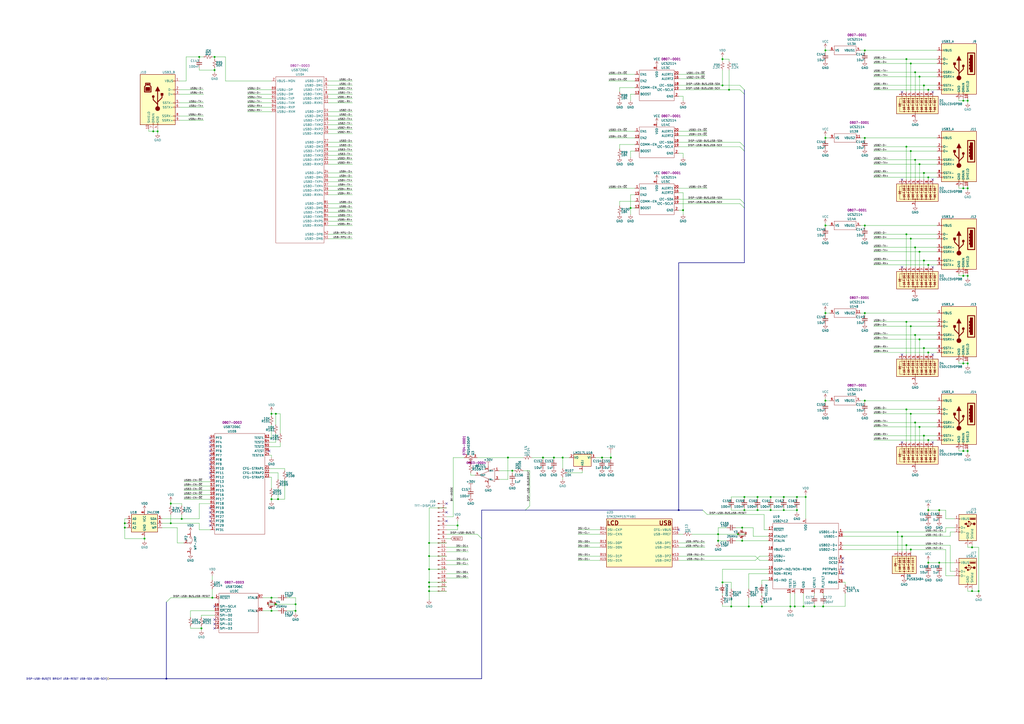
<source format=kicad_sch>
(kicad_sch (version 20211123) (generator eeschema)
  (paper "A2")
  (title_block (title "Benchy Reloaded") (rev "REV1") (company "Daxxn Industries"))
  (lib_symbols
    (symbol "Connector:Conn_01x21_Male" (pin_names (offset 1.016) hide)
      (property "Reference" "J" (at 0 27.94 0))
      (property "Value" "Conn_01x21_Male" (at 0 -27.94 0))
      (symbol "Conn_01x21_Male_1_1"
        (pin passive line (at 5.08 25.4 180) (length 3.81) (name "Pin_1") (number "1"))
        (pin passive line (at 5.08 2.54 180) (length 3.81) (name "Pin_10") (number "10"))
        (pin passive line (at 5.08 0 180) (length 3.81) (name "Pin_11") (number "11"))
        (pin passive line (at 5.08 -2.54 180) (length 3.81) (name "Pin_12") (number "12"))
        (pin passive line (at 5.08 -5.08 180) (length 3.81) (name "Pin_13") (number "13"))
        (pin passive line (at 5.08 -7.62 180) (length 3.81) (name "Pin_14") (number "14"))
        (pin passive line (at 5.08 -10.16 180) (length 3.81) (name "Pin_15") (number "15"))
        (pin passive line (at 5.08 -12.7 180) (length 3.81) (name "Pin_16") (number "16"))
        (pin passive line (at 5.08 -15.24 180) (length 3.81) (name "Pin_17") (number "17"))
        (pin passive line (at 5.08 -17.78 180) (length 3.81) (name "Pin_18") (number "18"))
        (pin passive line (at 5.08 -20.32 180) (length 3.81) (name "Pin_19") (number "19"))
        (pin passive line (at 5.08 22.86 180) (length 3.81) (name "Pin_2") (number "2"))
        (pin passive line (at 5.08 -22.86 180) (length 3.81) (name "Pin_20") (number "20"))
        (pin passive line (at 5.08 -25.4 180) (length 3.81) (name "Pin_21") (number "21"))
        (pin passive line (at 5.08 20.32 180) (length 3.81) (name "Pin_3") (number "3"))
        (pin passive line (at 5.08 17.78 180) (length 3.81) (name "Pin_4") (number "4"))
        (pin passive line (at 5.08 15.24 180) (length 3.81) (name "Pin_5") (number "5"))
        (pin passive line (at 5.08 12.7 180) (length 3.81) (name "Pin_6") (number "6"))
        (pin passive line (at 5.08 10.16 180) (length 3.81) (name "Pin_7") (number "7"))
        (pin passive line (at 5.08 7.62 180) (length 3.81) (name "Pin_8") (number "8"))
        (pin passive line (at 5.08 5.08 180) (length 3.81) (name "Pin_9") (number "9"))
      )
    )
    (symbol "Connector:USB3_A" (pin_names (offset 1.016))
      (property "Reference" "J" (at -10.16 15.24 0))
      (property "Value" "USB3_A" (at 10.16 15.24 0))
      (symbol "USB3_A_1_1"
        (pin power_in line (at 12.7 10.16 180) (length 2.54) (name "VBUS") (number "1"))
        (pin passive line (at -5.08 -17.78 90) (length 2.54) (name "SHIELD") (number "10"))
        (pin bidirectional line (at 12.7 5.08 180) (length 2.54) (name "D-") (number "2"))
        (pin bidirectional line (at 12.7 2.54 180) (length 2.54) (name "D+") (number "3"))
        (pin power_in line (at 0 -17.78 90) (length 2.54) (name "GND") (number "4"))
        (pin output line (at 12.7 -2.54 180) (length 2.54) (name "SSRX-") (number "5"))
        (pin output line (at 12.7 -5.08 180) (length 2.54) (name "SSRX+") (number "6"))
        (pin passive line (at -2.54 -17.78 90) (length 2.54) (name "DRAIN") (number "7"))
        (pin input line (at 12.7 -10.16 180) (length 2.54) (name "SSTX-") (number "8"))
        (pin input line (at 12.7 -12.7 180) (length 2.54) (name "SSTX+") (number "9"))
      )
    )
    (symbol "Connector:USB3_B" (pin_names (offset 1.016))
      (property "Reference" "J" (at -10.16 15.24 0))
      (property "Value" "USB3_B" (at 10.16 15.24 0))
      (symbol "USB3_B_1_1"
        (pin power_out line (at 12.7 10.16 180) (length 2.54) (name "VBUS") (number "1"))
        (pin passive line (at -5.08 -17.78 90) (length 2.54) (name "SHIELD") (number "10"))
        (pin bidirectional line (at 12.7 5.08 180) (length 2.54) (name "D-") (number "2"))
        (pin bidirectional line (at 12.7 2.54 180) (length 2.54) (name "D+") (number "3"))
        (pin power_out line (at 0 -17.78 90) (length 2.54) (name "GND") (number "4"))
        (pin output line (at 12.7 -2.54 180) (length 2.54) (name "SSTX-") (number "5"))
        (pin output line (at 12.7 -5.08 180) (length 2.54) (name "SSTX+") (number "6"))
        (pin passive line (at -2.54 -17.78 90) (length 2.54) (name "DRAIN") (number "7"))
        (pin input line (at 12.7 -10.16 180) (length 2.54) (name "SSRX-") (number "8"))
        (pin input line (at 12.7 -12.7 180) (length 2.54) (name "SSRX+") (number "9"))
      )
    )
    (symbol "Connector:USB_A" (pin_names (offset 1.016))
      (property "Reference" "J" (at -5.08 11.43 0))
      (property "Value" "USB_A" (at -5.08 8.89 0))
      (symbol "USB_A_1_1"
        (pin power_in line (at 7.62 5.08 180) (length 2.54) (name "VBUS") (number "1"))
        (pin bidirectional line (at 7.62 -2.54 180) (length 2.54) (name "D-") (number "2"))
        (pin bidirectional line (at 7.62 0 180) (length 2.54) (name "D+") (number "3"))
        (pin power_in line (at 0 -10.16 90) (length 2.54) (name "GND") (number "4"))
        (pin passive line (at -2.54 -10.16 90) (length 2.54) (name "Shield") (number "5"))
      )
    )
    (symbol "Daxxn_IC:UCS2114"
      (property "Reference" "U" (at 2.54 1.27 0))
      (property "Value" "UCS2114" (at 2.54 3.81 0))
      (property "PartNumber" "0807-0001" (at 2.54 6.35 0))
      (symbol "UCS2114_1_0"
        (pin power_out line (at 10.16 -2.54 180) (length 2.54) (name "VBUS1") (number "4"))
        (pin power_out line (at 10.16 -2.54 180) (length 2.54) hide (name "VBUS1") (number "5"))
        (pin power_in line (at -7.62 -2.54 0) (length 2.54) (name "VS") (number "6"))
        (pin power_in line (at -7.62 -2.54 0) (length 2.54) hide (name "VS") (number "7"))
      )
      (symbol "UCS2114_2_0"
        (pin power_in line (at -8.89 -2.54 0) (length 2.54) hide (name "VS") (number "10"))
        (pin power_out line (at 8.89 -2.54 180) (length 2.54) (name "VBUS2") (number "11"))
        (pin power_out line (at 8.89 -2.54 180) (length 2.54) hide (name "VBUS2") (number "12"))
        (pin power_in line (at -8.89 -2.54 0) (length 2.54) (name "VS") (number "9"))
      )
      (symbol "UCS2114_3_0"
        (pin input line (at -12.7 -2.54 0) (length 2.54) (name "EN1") (number "1"))
        (pin input line (at -12.7 -13.97 0) (length 2.54) (name "BOOST") (number "13"))
        (pin power_in line (at 12.7 -15.24 180) (length 2.54) hide (name "GND") (number "14"))
        (pin input line (at -12.7 -6.35 0) (length 2.54) (name "EN2") (number "15"))
        (pin output line (at 12.7 -5.08 180) (length 2.54) (name "ALERT2") (number "16"))
        (pin power_in line (at 12.7 -15.24 180) (length 2.54) hide (name "GND") (number "17"))
        (pin bidirectional line (at 12.7 -8.89 180) (length 2.54) (name "I2C-SDA") (number "18"))
        (pin input line (at 12.7 -11.43 180) (length 2.54) (name "I2C-SCLK") (number "19"))
        (pin power_in line (at 12.7 -15.24 180) (length 2.54) (name "GND") (number "2"))
        (pin output line (at 12.7 -2.54 180) (length 2.54) (name "ALERT1") (number "20"))
        (pin input line (at -12.7 -10.16 0) (length 2.54) (name "COMM-EN") (number "3"))
        (pin power_in line (at 0 2.54 270) (length 2.54) (name "VDD") (number "8"))
      )
    )
    (symbol "Daxxn_IC:USB2412"
      (property "Reference" "U" (at 0 3.81 0))
      (property "Value" "USB2412" (at 0 1.27 0))
      (symbol "USB2412_0_0"
        (pin bidirectional line (at 40.64 -5.08 180) (length 2.54) (name "USBD1-D+") (number "1"))
        (pin power_in line (at 19.05 2.54 270) (length 2.54) hide (name "VDD") (number "10"))
        (pin output line (at 40.64 -29.21 180) (length 2.54) (name "PRTPWR2") (number "11"))
        (pin input line (at 40.64 -22.86 180) (length 2.54) (name "OCS2") (number "12"))
        (pin input line (at -2.54 -29.21 0) (length 2.54) (name "NON-REM1") (number "13"))
        (pin power_in line (at 19.05 2.54 270) (length 2.54) hide (name "VDD") (number "14"))
        (pin input line (at 10.16 -40.64 90) (length 2.54) (name "TEST1") (number "15"))
        (pin output line (at -2.54 -33.02 0) (length 2.54) (name "HS-IND") (number "16"))
        (pin input line (at -2.54 -3.81 0) (length 2.54) (name "~{RESET}") (number "17"))
        (pin input line (at -2.54 -15.24 0) (length 2.54) (name "VBUS-DET") (number "18"))
        (pin bidirectional line (at -2.54 -26.67 0) (length 2.54) (name "SUSP-IND/NON-REM0") (number "19"))
        (pin bidirectional line (at 40.64 -15.24 180) (length 2.54) (name "USBD2-D-") (number "2"))
        (pin power_in line (at 19.05 2.54 270) (length 2.54) hide (name "VDD") (number "20"))
        (pin bidirectional line (at -2.54 -19.05 0) (length 2.54) (name "USBU-") (number "21"))
        (pin bidirectional line (at -2.54 -21.59 0) (length 2.54) (name "USBU+") (number "22"))
        (pin output line (at -2.54 -7.62 0) (length 2.54) (name "XTALOUT") (number "23"))
        (pin input line (at -2.54 -10.16 0) (length 2.54) (name "XTALIN") (number "24"))
        (pin power_in line (at 29.21 -40.64 90) (length 2.54) (name "PLLFILT") (number "25"))
        (pin input line (at 40.64 -34.29 180) (length 2.54) (name "RBIAS") (number "26"))
        (pin power_in line (at 19.05 2.54 270) (length 2.54) hide (name "VDD") (number "27"))
        (pin bidirectional line (at 40.64 -7.62 180) (length 2.54) (name "USBD1-") (number "28"))
        (pin power_in line (at 17.78 -40.64 90) (length 2.54) (name "GND") (number "29"))
        (pin bidirectional line (at 40.64 -12.7 180) (length 2.54) (name "USBD2-D+") (number "3"))
        (pin power_in line (at 19.05 2.54 270) (length 2.54) (name "VDD") (number "4"))
        (pin no_connect line (at 17.78 -12.7 0) (length 2.54) hide (name "NC") (number "5"))
        (pin input line (at 12.7 -40.64 90) (length 2.54) (name "TEST") (number "6"))
        (pin output line (at 40.64 -26.67 180) (length 2.54) (name "PRTPWR1") (number "7"))
        (pin input line (at 40.64 -20.32 180) (length 2.54) (name "OCS1") (number "8"))
        (pin power_in line (at 24.13 -40.64 90) (length 2.54) (name "CRFILT") (number "9"))
      )
    )
    (symbol "Daxxn_IC:USB7206C"
      (property "Reference" "U" (at 0 1.27 0))
      (property "Value" "USB7206C" (at 0 3.81 0))
      (property "PartNumber" "0807-0003" (at 0 6.35 0))
      (symbol "USB7206C_1_0"
        (pin input line (at 16.51 -12.7 180) (length 2.54) (name "USBD-RXP1") (number "10"))
        (pin input line (at 16.51 -15.24 180) (length 2.54) (name "USBD-RXM1") (number "11"))
        (pin bidirectional line (at 16.51 -20.32 180) (length 2.54) (name "USBD-DP2") (number "14"))
        (pin bidirectional line (at 16.51 -22.86 180) (length 2.54) (name "USBD-DM2") (number "15"))
        (pin output line (at 16.51 -25.4 180) (length 2.54) (name "USBD-TXP2") (number "16"))
        (pin output line (at 16.51 -27.94 180) (length 2.54) (name "USBD-TXM2") (number "17"))
        (pin input line (at 16.51 -30.48 180) (length 2.54) (name "USBD-RXP2") (number "19"))
        (pin input line (at -16.51 -2.54 0) (length 2.54) (name "VBUS-MON") (number "2"))
        (pin input line (at 16.51 -33.02 180) (length 2.54) (name "USBD-RXM2") (number "20"))
        (pin bidirectional line (at 16.51 -38.1 180) (length 2.54) (name "USBD-DP3") (number "27"))
        (pin bidirectional line (at 16.51 -40.64 180) (length 2.54) (name "USBD-DM3") (number "28"))
        (pin output line (at 16.51 -43.18 180) (length 2.54) (name "USBD-TXP3") (number "29"))
        (pin output line (at 16.51 -45.72 180) (length 2.54) (name "USBD-TXM3") (number "30"))
        (pin input line (at 16.51 -48.26 180) (length 2.54) (name "USBD-RXP3") (number "32"))
        (pin input line (at 16.51 -50.8 180) (length 2.54) (name "USBD-RXM3") (number "33"))
        (pin bidirectional line (at 16.51 -55.88 180) (length 2.54) (name "USBD-DP4") (number "34"))
        (pin bidirectional line (at 16.51 -58.42 180) (length 2.54) (name "USBD-DM4") (number "35"))
        (pin output line (at 16.51 -60.96 180) (length 2.54) (name "USBD-TXP4") (number "36"))
        (pin output line (at 16.51 -63.5 180) (length 2.54) (name "USBD-TXM4") (number "37"))
        (pin input line (at 16.51 -66.04 180) (length 2.54) (name "USBD-RXP4") (number "39"))
        (pin input line (at 16.51 -68.58 180) (length 2.54) (name "USBD-RXM4") (number "40"))
        (pin bidirectional line (at 16.51 -93.98 180) (length 2.54) (name "USBD-DM6") (number "41"))
        (pin bidirectional line (at 16.51 -91.44 180) (length 2.54) (name "USBD-DP6") (number "42"))
        (pin bidirectional line (at 16.51 -2.54 180) (length 2.54) (name "USBD-DP1") (number "5"))
        (pin bidirectional line (at 16.51 -5.08 180) (length 2.54) (name "USBD-DM1") (number "6"))
        (pin output line (at 16.51 -7.62 180) (length 2.54) (name "USBD-TXP1") (number "7"))
        (pin output line (at 16.51 -10.16 180) (length 2.54) (name "USBD-TXM1") (number "8"))
        (pin bidirectional line (at 16.51 -73.66 180) (length 2.54) (name "USBD-DP5") (number "81"))
        (pin bidirectional line (at 16.51 -76.2 180) (length 2.54) (name "USBD-DM5") (number "82"))
        (pin output line (at 16.51 -78.74 180) (length 2.54) (name "USBD-TXP5") (number "83"))
        (pin output line (at 16.51 -81.28 180) (length 2.54) (name "USBD-TXM5") (number "84"))
        (pin input line (at 16.51 -83.82 180) (length 2.54) (name "USBD-RXP5") (number "86"))
        (pin input line (at 16.51 -86.36 180) (length 2.54) (name "USBD-RXM5") (number "87"))
        (pin bidirectional line (at -16.51 -7.62 0) (length 2.54) (name "USBU-DP") (number "89"))
        (pin bidirectional line (at -16.51 -10.16 0) (length 2.54) (name "USBU-DM") (number "90"))
        (pin output line (at -16.51 -12.7 0) (length 2.54) (name "USBU-TXP") (number "91"))
        (pin output line (at -16.51 -15.24 0) (length 2.54) (name "USBU-TXM") (number "92"))
        (pin input line (at -16.51 -17.78 0) (length 2.54) (name "USBU-RXP") (number "94"))
        (pin input line (at -16.51 -20.32 0) (length 2.54) (name "USBU-RXM") (number "95"))
      )
      (symbol "USB7206C_2_0"
        (pin input line (at 21.59 -20.32 180) (length 2.54) (name "CFG-STRAP1") (number "21"))
        (pin input line (at 21.59 -22.86 180) (length 2.54) (name "CFG-STRAP2") (number "22"))
        (pin input line (at 21.59 -25.4 180) (length 2.54) (name "CFG-STRAP3") (number "23"))
        (pin tri_state line (at 21.59 -12.7 180) (length 2.54) (name "TESTEN") (number "24"))
        (pin bidirectional line (at -12.7 -55.88 0) (length 2.54) (name "PF31") (number "3"))
        (pin bidirectional line (at -12.7 -2.54 0) (length 2.54) (name "PF3") (number "44"))
        (pin bidirectional line (at -12.7 -5.08 0) (length 2.54) (name "PF4") (number "45"))
        (pin bidirectional line (at -12.7 -7.62 0) (length 2.54) (name "PF5") (number "46"))
        (pin bidirectional line (at -12.7 -10.16 0) (length 2.54) (name "PF6") (number "47"))
        (pin bidirectional line (at -12.7 -12.7 0) (length 2.54) (name "PF7") (number "48"))
        (pin bidirectional line (at -12.7 -15.24 0) (length 2.54) (name "PF8") (number "49"))
        (pin bidirectional line (at -12.7 -17.78 0) (length 2.54) (name "PF9") (number "50"))
        (pin bidirectional line (at -12.7 -20.32 0) (length 2.54) (name "PF10") (number "51"))
        (pin bidirectional line (at -12.7 -22.86 0) (length 2.54) (name "PF11") (number "52"))
        (pin bidirectional line (at -12.7 -25.4 0) (length 2.54) (name "PF12") (number "54"))
        (pin bidirectional line (at -12.7 -27.94 0) (length 2.54) (name "PF13") (number "56"))
        (pin bidirectional line (at -12.7 -30.48 0) (length 2.54) (name "PF14") (number "57"))
        (pin bidirectional line (at -12.7 -33.02 0) (length 2.54) (name "PF15") (number "58"))
        (pin bidirectional line (at -12.7 -35.56 0) (length 2.54) (name "PF16") (number "59"))
        (pin bidirectional line (at -12.7 -38.1 0) (length 2.54) (name "PF17") (number "60"))
        (pin bidirectional line (at -12.7 -40.64 0) (length 2.54) (name "PF18") (number "61"))
        (pin bidirectional line (at 21.59 -2.54 180) (length 2.54) (name "TEST1") (number "63"))
        (pin bidirectional line (at 21.59 -5.08 180) (length 2.54) (name "TEST2") (number "64"))
        (pin bidirectional line (at 21.59 -7.62 180) (length 2.54) (name "TEST3") (number "65"))
        (pin bidirectional line (at -12.7 -43.18 0) (length 2.54) (name "PF19") (number "66"))
        (pin bidirectional line (at -12.7 -53.34 0) (length 2.54) (name "PF29") (number "74"))
        (pin bidirectional line (at -12.7 -45.72 0) (length 2.54) (name "PF26") (number "75"))
        (pin bidirectional line (at -12.7 -48.26 0) (length 2.54) (name "PF27") (number "76"))
        (pin bidirectional line (at -12.7 -50.8 0) (length 2.54) (name "PF28") (number "77"))
        (pin bidirectional line (at 21.59 -10.16 180) (length 2.54) (name "ATEST") (number "96"))
      )
      (symbol "USB7206C_3_0"
        (pin input inverted (at -11.43 -2.54 0) (length 2.54) (name "~{RESET}") (number "1"))
        (pin input line (at -11.43 -7.62 0) (length 2.54) (name "SPI-SCLK") (number "68"))
        (pin input line (at -11.43 -10.16 0) (length 2.54) (name "~{SPI_CE}") (number "69"))
        (pin bidirectional line (at -11.43 -12.7 0) (length 2.54) (name "SPI-D0") (number "70"))
        (pin bidirectional line (at -11.43 -15.24 0) (length 2.54) (name "SPI-D1") (number "71"))
        (pin bidirectional line (at -11.43 -17.78 0) (length 2.54) (name "SPI-D2") (number "72"))
        (pin bidirectional line (at -11.43 -20.32 0) (length 2.54) (name "SPI-D3") (number "73"))
        (pin input clock (at 16.51 -2.54 180) (length 2.54) (name "XTAL0") (number "97"))
        (pin input clock (at 16.51 -10.16 180) (length 2.54) (name "XTAL1") (number "98"))
      )
      (symbol "USB7206C_4_0"
        (pin passive line (at -3.81 -15.24 90) (length 2.54) (name "RBIAS") (number "100"))
        (pin power_in line (at 5.08 -15.24 90) (length 2.54) (name "GND") (number "101"))
        (pin power_in line (at -2.54 2.54 270) (length 2.54) hide (name "VCORE") (number "18"))
        (pin power_in line (at -2.54 2.54 270) (length 2.54) hide (name "VCORE") (number "25"))
        (pin power_in line (at 3.81 2.54 270) (length 2.54) (name "VDD33") (number "26"))
        (pin power_in line (at -2.54 2.54 270) (length 2.54) hide (name "VCORE") (number "31"))
        (pin power_in line (at -2.54 2.54 270) (length 2.54) hide (name "VCORE") (number "38"))
        (pin power_in line (at 3.81 2.54 270) (length 2.54) hide (name "VDD33") (number "43"))
        (pin power_in line (at 3.81 2.54 270) (length 2.54) hide (name "VDD33") (number "53"))
        (pin power_in line (at -2.54 2.54 270) (length 2.54) hide (name "VCORE") (number "55"))
        (pin power_in line (at 3.81 2.54 270) (length 2.54) hide (name "VDD33") (number "62"))
        (pin power_in line (at 3.81 2.54 270) (length 2.54) hide (name "VDD33") (number "67"))
        (pin power_in line (at -2.54 2.54 270) (length 2.54) hide (name "VCORE") (number "78"))
        (pin power_in line (at 3.81 2.54 270) (length 2.54) hide (name "VDD33") (number "79"))
        (pin power_in line (at -2.54 2.54 270) (length 2.54) hide (name "VCORE") (number "85"))
        (pin power_in line (at 3.81 2.54 270) (length 2.54) hide (name "VDD33") (number "88"))
        (pin power_in line (at -2.54 2.54 270) (length 2.54) (name "VCORE") (number "9"))
        (pin power_in line (at -2.54 2.54 270) (length 2.54) hide (name "VCORE") (number "93"))
        (pin power_in line (at 3.81 2.54 270) (length 2.54) hide (name "VDD33") (number "99"))
      )
    )
    (symbol "Daxxn_MicroProcessors:STM32MP157FAB1"
      (property "Reference" "U" (at 0 6.35 0))
      (property "Value" "STM32MP157FAB1" (at 0 3.81 0))
      (symbol "STM32MP157FAB1_1_0"
        (text "POWER" (at 19.05 -1.27 0) (effects (font (size 3 3) bold)))
      )
      (symbol "STM32MP157FAB1_1_1"
        (text "x11" (at 11.43 -49.53 0) (effects (font (size 1.27 1.27)) (justify left)))
        (text "x14" (at 5.08 -5.08 0) (effects (font (size 1.27 1.27)) (justify left)))
        (text "x3" (at 31.75 -57.15 0) (effects (font (size 1.27 1.27)) (justify right)))
        (text "x34" (at 10.16 -44.45 0) (effects (font (size 1.27 1.27)) (justify left)))
        (text "x4" (at 25.4 -50.8 0) (effects (font (size 1.27 1.27)) (justify right)))
        (text "x5" (at 27.94 -77.47 0) (effects (font (size 1.27 1.27)) (justify right)))
        (text "x85" (at 33.02 -85.09 0) (effects (font (size 1.27 1.27)) (justify right)))
        (pin power_in line (at 41.91 -85.09 180) (length 3.81) (name "GND") (number "A1"))
        (pin power_in line (at -3.81 -60.96 0) (length 3.81) (name "VDD-DSI") (number "A12"))
        (pin power_in line (at -3.81 -76.2 0) (length 3.81) (name "VDD1V2_DSI-PHY") (number "A16"))
        (pin power_in line (at 41.91 -85.09 180) (length 3.81) hide (name "GND") (number "A19"))
        (pin power_in line (at -3.81 -85.09 0) (length 3.81) (name "VDDA1V8-DSI") (number "B12"))
        (pin power_in line (at -3.81 -73.66 0) (length 3.81) (name "VDD1V2-DSI-REG") (number "B16"))
        (pin power_in line (at 41.91 -85.09 180) (length 3.81) hide (name "GND") (number "B2"))
        (pin power_in line (at 41.91 -85.09 180) (length 3.81) hide (name "GND") (number "B6"))
        (pin power_in line (at 41.91 -77.47 180) (length 3.81) (name "GND-DSI") (number "C12"))
        (pin power_in line (at 41.91 -77.47 180) (length 3.81) hide (name "GND-DSI") (number "C13"))
        (pin power_in line (at 41.91 -77.47 180) (length 3.81) hide (name "GND-DSI") (number "C14"))
        (pin power_in line (at 41.91 -77.47 180) (length 3.81) hide (name "GND-DSI") (number "C15"))
        (pin power_in line (at 41.91 -77.47 180) (length 3.81) hide (name "GND-DSI") (number "C16"))
        (pin power_in line (at 41.91 -85.09 180) (length 3.81) hide (name "GND") (number "C17"))
        (pin power_in line (at 41.91 -85.09 180) (length 3.81) hide (name "GND") (number "C3"))
        (pin power_in line (at 41.91 -85.09 180) (length 3.81) hide (name "GND") (number "D1"))
        (pin power_in line (at 41.91 -85.09 180) (length 3.81) hide (name "GND") (number "D4"))
        (pin power_in line (at 41.91 -85.09 180) (length 3.81) hide (name "GND") (number "D5"))
        (pin power_in line (at 41.91 -85.09 180) (length 3.81) hide (name "GND") (number "D8"))
        (pin power_in line (at 41.91 -85.09 180) (length 3.81) hide (name "GND") (number "E10"))
        (pin power_in line (at -3.81 -44.45 0) (length 3.81) hide (name "VDDCORE") (number "E11"))
        (pin power_in line (at 41.91 -85.09 180) (length 3.81) hide (name "GND") (number "E12"))
        (pin power_in line (at -3.81 -44.45 0) (length 3.81) hide (name "VDDCORE") (number "E13"))
        (pin power_in line (at 41.91 -85.09 180) (length 3.81) hide (name "GND") (number "E14"))
        (pin power_in line (at -3.81 -49.53 0) (length 3.81) hide (name "VDDQ-DDR") (number "E15"))
        (pin power_in line (at 41.91 -85.09 180) (length 3.81) hide (name "GND") (number "E16"))
        (pin power_in line (at 41.91 -85.09 180) (length 3.81) hide (name "GND") (number "E2"))
        (pin power_in line (at 41.91 -85.09 180) (length 3.81) hide (name "GND") (number "E4"))
        (pin power_in line (at 41.91 -85.09 180) (length 3.81) hide (name "GND") (number "E5"))
        (pin power_in line (at 41.91 -85.09 180) (length 3.81) hide (name "GND") (number "E6"))
        (pin power_in line (at -3.81 -44.45 0) (length 3.81) (name "VDDCORE") (number "E7"))
        (pin power_in line (at 41.91 -85.09 180) (length 3.81) hide (name "GND") (number "E8"))
        (pin power_in line (at -3.81 -44.45 0) (length 3.81) hide (name "VDDCORE") (number "E9"))
        (pin power_in line (at -3.81 -44.45 0) (length 3.81) hide (name "VDDCORE") (number "F10"))
        (pin power_in line (at 41.91 -85.09 180) (length 3.81) hide (name "GND") (number "F11"))
        (pin power_in line (at -3.81 -44.45 0) (length 3.81) hide (name "VDDCORE") (number "F12"))
        (pin power_in line (at 41.91 -73.66 180) (length 3.81) (name "GND-PLL2") (number "F13"))
        (pin power_in line (at -3.81 -49.53 0) (length 3.81) hide (name "VDDQ-DDR") (number "F14"))
        (pin power_in line (at 41.91 -85.09 180) (length 3.81) hide (name "GND") (number "F15"))
        (pin power_in line (at -3.81 -44.45 0) (length 3.81) hide (name "VDDCORE") (number "F4"))
        (pin power_in line (at 41.91 -85.09 180) (length 3.81) hide (name "GND") (number "F5"))
        (pin power_in line (at -3.81 -44.45 0) (length 3.81) hide (name "VDDCORE") (number "F6"))
        (pin power_in line (at 41.91 -85.09 180) (length 3.81) hide (name "GND") (number "F7"))
        (pin power_in line (at -3.81 -44.45 0) (length 3.81) hide (name "VDDCORE") (number "F8"))
        (pin power_in line (at 41.91 -85.09 180) (length 3.81) hide (name "GND") (number "F9"))
        (pin power_in line (at 41.91 -85.09 180) (length 3.81) hide (name "GND") (number "G10"))
        (pin power_in line (at -3.81 -44.45 0) (length 3.81) hide (name "VDDCORE") (number "G11"))
        (pin power_in line (at 41.91 -85.09 180) (length 3.81) hide (name "GND") (number "G12"))
        (pin power_in line (at -3.81 -11.43 0) (length 3.81) (name "VDD-PLL2") (number "G13"))
        (pin power_in line (at 41.91 -85.09 180) (length 3.81) hide (name "GND") (number "G14"))
        (pin power_in line (at -3.81 -49.53 0) (length 3.81) hide (name "VDDQ-DDR") (number "G15"))
        (pin power_in line (at 41.91 -85.09 180) (length 3.81) hide (name "GND") (number "G2"))
        (pin power_in line (at 41.91 -85.09 180) (length 3.81) hide (name "GND") (number "G4"))
        (pin power_in line (at -3.81 -44.45 0) (length 3.81) hide (name "VDDCORE") (number "G5"))
        (pin power_in line (at 41.91 -85.09 180) (length 3.81) hide (name "GND") (number "G6"))
        (pin power_in line (at -3.81 -44.45 0) (length 3.81) hide (name "VDDCORE") (number "G7"))
        (pin power_in line (at 41.91 -85.09 180) (length 3.81) hide (name "GND") (number "G8"))
        (pin power_in line (at -3.81 -44.45 0) (length 3.81) hide (name "VDDCORE") (number "G9"))
        (pin power_in line (at -3.81 -44.45 0) (length 3.81) hide (name "VDDCORE") (number "H10"))
        (pin power_in line (at 41.91 -85.09 180) (length 3.81) hide (name "GND") (number "H11"))
        (pin power_in line (at -3.81 -44.45 0) (length 3.81) hide (name "VDDCORE") (number "H12"))
        (pin power_in line (at 41.91 -85.09 180) (length 3.81) hide (name "GND") (number "H13"))
        (pin power_in line (at -3.81 -49.53 0) (length 3.81) hide (name "VDDQ-DDR") (number "H14"))
        (pin power_in line (at 41.91 -85.09 180) (length 3.81) hide (name "GND") (number "H15"))
        (pin input line (at 41.91 -5.08 180) (length 3.81) (name "VBAT") (number "H3"))
        (pin power_in line (at -3.81 -44.45 0) (length 3.81) hide (name "VDDCORE") (number "H4"))
        (pin power_in line (at 41.91 -85.09 180) (length 3.81) hide (name "GND") (number "H5"))
        (pin power_in line (at -3.81 -44.45 0) (length 3.81) hide (name "VDDCORE") (number "H6"))
        (pin power_in line (at 41.91 -85.09 180) (length 3.81) hide (name "GND") (number "H7"))
        (pin power_in line (at -3.81 -44.45 0) (length 3.81) hide (name "VDDCORE") (number "H8"))
        (pin power_in line (at 41.91 -85.09 180) (length 3.81) hide (name "GND") (number "H9"))
        (pin power_in line (at 41.91 -85.09 180) (length 3.81) hide (name "GND") (number "J10"))
        (pin power_in line (at -3.81 -44.45 0) (length 3.81) hide (name "VDDCORE") (number "J11"))
        (pin power_in line (at 41.91 -85.09 180) (length 3.81) hide (name "GND") (number "J12"))
        (pin power_in line (at -3.81 -44.45 0) (length 3.81) hide (name "VDDCORE") (number "J13"))
        (pin power_in line (at 41.91 -85.09 180) (length 3.81) hide (name "GND") (number "J14"))
        (pin power_in line (at -3.81 -49.53 0) (length 3.81) hide (name "VDDQ-DDR") (number "J15"))
        (pin power_in line (at 41.91 -85.09 180) (length 3.81) hide (name "GND") (number "J3"))
        (pin power_in line (at 41.91 -71.12 180) (length 3.81) (name "GND-PLL") (number "J4"))
        (pin power_in line (at -3.81 -8.89 0) (length 3.81) (name "VDD-PLL") (number "J5"))
        (pin power_in line (at 41.91 -85.09 180) (length 3.81) hide (name "GND") (number "J6"))
        (pin power_in line (at -3.81 -44.45 0) (length 3.81) hide (name "VDDCORE") (number "J7"))
        (pin power_in line (at 41.91 -85.09 180) (length 3.81) hide (name "GND") (number "J8"))
        (pin power_in line (at -3.81 -44.45 0) (length 3.81) hide (name "VDDCORE") (number "J9"))
        (pin power_in line (at -3.81 -44.45 0) (length 3.81) hide (name "VDDCORE") (number "K10"))
        (pin power_in line (at 41.91 -85.09 180) (length 3.81) hide (name "GND") (number "K11"))
        (pin power_in line (at -3.81 -44.45 0) (length 3.81) hide (name "VDDCORE") (number "K12"))
        (pin power_in line (at 41.91 -85.09 180) (length 3.81) hide (name "GND") (number "K13"))
        (pin power_in line (at -3.81 -49.53 0) (length 3.81) hide (name "VDDQ-DDR") (number "K14"))
        (pin power_in line (at 41.91 -85.09 180) (length 3.81) hide (name "GND") (number "K15"))
        (pin power_in line (at 41.91 -85.09 180) (length 3.81) hide (name "GND") (number "K2"))
        (pin power_in line (at 41.91 -85.09 180) (length 3.81) hide (name "GND") (number "K5"))
        (pin power_in line (at -3.81 -5.08 0) (length 3.81) (name "VDD") (number "K6"))
        (pin power_in line (at 41.91 -85.09 180) (length 3.81) hide (name "GND") (number "K7"))
        (pin power_in line (at -3.81 -44.45 0) (length 3.81) hide (name "VDDCORE") (number "K8"))
        (pin power_in line (at 41.91 -85.09 180) (length 3.81) hide (name "GND") (number "K9"))
        (pin input line (at 41.91 -12.7 180) (length 3.81) (name "PWR-ON") (number "L1"))
        (pin power_in line (at 41.91 -85.09 180) (length 3.81) hide (name "GND") (number "L10"))
        (pin power_in line (at -3.81 -44.45 0) (length 3.81) hide (name "VDDCORE") (number "L11"))
        (pin power_in line (at 41.91 -85.09 180) (length 3.81) hide (name "GND") (number "L12"))
        (pin power_in line (at -3.81 -44.45 0) (length 3.81) hide (name "VDDCORE") (number "L13"))
        (pin power_in line (at 41.91 -85.09 180) (length 3.81) hide (name "GND") (number "L14"))
        (pin power_in line (at -3.81 -49.53 0) (length 3.81) hide (name "VDDQ-DDR") (number "L15"))
        (pin power_in line (at -3.81 -33.02 0) (length 3.81) (name "VDD-ANA") (number "L3"))
        (pin power_in line (at 41.91 -62.23 180) (length 3.81) (name "GND-ANA") (number "L4"))
        (pin power_in line (at -3.81 -5.08 0) (length 3.81) hide (name "VDD") (number "L5"))
        (pin power_in line (at 41.91 -85.09 180) (length 3.81) hide (name "GND") (number "L6"))
        (pin power_in line (at -3.81 -5.08 0) (length 3.81) hide (name "VDD") (number "L7"))
        (pin power_in line (at 41.91 -85.09 180) (length 3.81) hide (name "GND") (number "L8"))
        (pin power_in line (at -3.81 -44.45 0) (length 3.81) hide (name "VDDCORE") (number "L9"))
        (pin power_in line (at -3.81 -44.45 0) (length 3.81) hide (name "VDDCORE") (number "M10"))
        (pin power_in line (at 41.91 -85.09 180) (length 3.81) hide (name "GND") (number "M11"))
        (pin power_in line (at -3.81 -44.45 0) (length 3.81) hide (name "VDDCORE") (number "M12"))
        (pin power_in line (at 41.91 -85.09 180) (length 3.81) hide (name "GND") (number "M13"))
        (pin power_in line (at -3.81 -49.53 0) (length 3.81) hide (name "VDDQ-DDR") (number "M14"))
        (pin power_in line (at 41.91 -85.09 180) (length 3.81) hide (name "GND") (number "M15"))
        (pin input line (at 41.91 -43.18 180) (length 3.81) (name "VREF-") (number "M3"))
        (pin power_in line (at -3.81 -30.48 0) (length 3.81) (name "VDDA") (number "M4"))
        (pin power_in line (at 41.91 -85.09 180) (length 3.81) hide (name "GND") (number "M5"))
        (pin power_in line (at -3.81 -5.08 0) (length 3.81) hide (name "VDD") (number "M6"))
        (pin power_in line (at 41.91 -85.09 180) (length 3.81) hide (name "GND") (number "M7"))
        (pin power_in line (at -3.81 -5.08 0) (length 3.81) hide (name "VDD") (number "M8"))
        (pin power_in line (at 41.91 -85.09 180) (length 3.81) hide (name "GND") (number "M9"))
        (pin input line (at 41.91 -19.05 180) (length 3.81) (name "PDR-ON-CORE") (number "N1"))
        (pin power_in line (at 41.91 -85.09 180) (length 3.81) hide (name "GND") (number "N10"))
        (pin power_in line (at -3.81 -44.45 0) (length 3.81) hide (name "VDDCORE") (number "N11"))
        (pin power_in line (at 41.91 -85.09 180) (length 3.81) hide (name "GND") (number "N12"))
        (pin power_in line (at -3.81 -44.45 0) (length 3.81) hide (name "VDDCORE") (number "N13"))
        (pin power_in line (at 41.91 -85.09 180) (length 3.81) hide (name "GND") (number "N14"))
        (pin power_in line (at -3.81 -49.53 0) (length 3.81) (name "VDDQ-DDR") (number "N15"))
        (pin input line (at 41.91 -16.51 180) (length 3.81) (name "PDR-ON") (number "N2"))
        (pin input line (at -3.81 -26.67 0) (length 3.81) (name "VREF+") (number "N3"))
        (pin power_in line (at 41.91 -57.15 180) (length 3.81) (name "GNDA") (number "N4"))
        (pin power_in line (at -3.81 -5.08 0) (length 3.81) hide (name "VDD") (number "N5"))
        (pin power_in line (at 41.91 -85.09 180) (length 3.81) hide (name "GND") (number "N6"))
        (pin power_in line (at -3.81 -5.08 0) (length 3.81) hide (name "VDD") (number "N7"))
        (pin power_in line (at 41.91 -85.09 180) (length 3.81) hide (name "GND") (number "N8"))
        (pin power_in line (at -3.81 -5.08 0) (length 3.81) hide (name "VDD") (number "N9"))
        (pin input line (at 41.91 -10.16 180) (length 3.81) (name "PWR-LP") (number "P1"))
        (pin power_in line (at -3.81 -5.08 0) (length 3.81) hide (name "VDD") (number "P10"))
        (pin power_in line (at 41.91 -85.09 180) (length 3.81) hide (name "GND") (number "P11"))
        (pin power_in line (at -3.81 -44.45 0) (length 3.81) hide (name "VDDCORE") (number "P12"))
        (pin power_in line (at 41.91 -85.09 180) (length 3.81) hide (name "GND") (number "P13"))
        (pin power_in line (at -3.81 -49.53 0) (length 3.81) hide (name "VDDQ-DDR") (number "P14"))
        (pin power_in line (at 41.91 -85.09 180) (length 3.81) hide (name "GND") (number "P15"))
        (pin power_in line (at 41.91 -57.15 180) (length 3.81) hide (name "GNDA") (number "P5"))
        (pin power_in line (at -3.81 -5.08 0) (length 3.81) hide (name "VDD") (number "P6"))
        (pin power_in line (at 41.91 -85.09 180) (length 3.81) hide (name "GND") (number "P7"))
        (pin power_in line (at -3.81 -5.08 0) (length 3.81) hide (name "VDD") (number "P8"))
        (pin power_in line (at 41.91 -85.09 180) (length 3.81) hide (name "GND") (number "P9"))
        (pin power_in line (at 41.91 -85.09 180) (length 3.81) hide (name "GND") (number "R10"))
        (pin power_in line (at -3.81 -5.08 0) (length 3.81) hide (name "VDD") (number "R11"))
        (pin power_in line (at 41.91 -85.09 180) (length 3.81) hide (name "GND") (number "R12"))
        (pin power_in line (at -3.81 -44.45 0) (length 3.81) hide (name "VDDCORE") (number "R13"))
        (pin power_in line (at 41.91 -85.09 180) (length 3.81) hide (name "GND") (number "R14"))
        (pin power_in line (at -3.81 -49.53 0) (length 3.81) hide (name "VDDQ-DDR") (number "R15"))
        (pin power_in line (at 41.91 -85.09 180) (length 3.81) hide (name "GND") (number "R16"))
        (pin power_in line (at 41.91 -85.09 180) (length 3.81) hide (name "GND") (number "R2"))
        (pin power_in line (at 41.91 -57.15 180) (length 3.81) hide (name "GNDA") (number "R5"))
        (pin power_in line (at 41.91 -85.09 180) (length 3.81) hide (name "GND") (number "R6"))
        (pin power_in line (at -3.81 -5.08 0) (length 3.81) hide (name "VDD") (number "R7"))
        (pin power_in line (at 41.91 -85.09 180) (length 3.81) hide (name "GND") (number "R8"))
        (pin power_in line (at -3.81 -5.08 0) (length 3.81) hide (name "VDD") (number "R9"))
        (pin input line (at 41.91 -24.13 180) (length 3.81) (name "BYPASS-REG1V8") (number "T15"))
        (pin power_in line (at 41.91 -85.09 180) (length 3.81) hide (name "GND") (number "T4"))
        (pin power_in line (at 41.91 -50.8 180) (length 3.81) (name "GND-USBHS") (number "U13"))
        (pin power_in line (at 41.91 -50.8 180) (length 3.81) hide (name "GND-USBHS") (number "U14"))
        (pin power_in line (at 41.91 -85.09 180) (length 3.81) hide (name "GND") (number "U17"))
        (pin power_in line (at 41.91 -85.09 180) (length 3.81) hide (name "GND") (number "U3"))
        (pin power_in line (at 41.91 -85.09 180) (length 3.81) hide (name "GND") (number "U6"))
        (pin power_in line (at 41.91 -85.09 180) (length 3.81) hide (name "GND") (number "U8"))
        (pin power_in line (at -3.81 -82.55 0) (length 3.81) (name "VDDA1V8-REG") (number "V11"))
        (pin power_in line (at 41.91 -50.8 180) (length 3.81) hide (name "GND-USBHS") (number "V12"))
        (pin power_in line (at 41.91 -50.8 180) (length 3.81) hide (name "GND-USBHS") (number "V15"))
        (pin power_in line (at 41.91 -85.09 180) (length 3.81) hide (name "GND") (number "W1"))
        (pin power_in line (at -3.81 -68.58 0) (length 3.81) (name "VDDA1V1-REG") (number "W11"))
        (pin power_in line (at -3.81 -15.24 0) (length 3.81) (name "VDD3V3-USBHS") (number "W12"))
        (pin power_in line (at -3.81 -17.78 0) (length 3.81) (name "VDD3V3-USBFS") (number "W15"))
        (pin power_in line (at 41.91 -85.09 180) (length 3.81) hide (name "GND") (number "W19"))
      )
      (symbol "STM32MP157FAB1_2_0"
        (text "CONTROL" (at 20.32 -1.27 0) (effects (font (size 3 3) bold)))
      )
      (symbol "STM32MP157FAB1_2_1"
        (pin input line (at 43.18 -12.7 180) (length 3.81) (name "NJRST") (number "D12"))
        (pin input line (at 43.18 -15.24 180) (length 3.81) (name "JTDI") (number "D13"))
        (pin output line (at 43.18 -10.16 180) (length 3.81) (name "SWO-TRACE") (number "D14"))
        (pin bidirectional line (at 43.18 -7.62 180) (length 3.81) (name "SWDIO") (number "D15"))
        (pin input line (at 43.18 -5.08 180) (length 3.81) (name "SWCLK") (number "D16"))
        (pin input line (at 43.18 -22.86 180) (length 3.81) (name "~{RST}") (number "J1"))
        (pin input line (at 43.18 -25.4 180) (length 3.81) (name "~{RST-CORE}") (number "J2"))
        (pin input line (at -3.81 -21.59 0) (length 3.81) (name "BOOT0") (number "K1"))
        (pin input line (at -3.81 -24.13 0) (length 3.81) (name "BOOT1") (number "K4"))
        (pin input line (at -3.81 -26.67 0) (length 3.81) (name "BOOT2") (number "L2"))
        (pin input line (at -3.81 -5.08 0) (length 3.81) (name "OSC-IN") (number "M1"))
        (pin output line (at -3.81 -10.16 0) (length 3.81) (name "OSC-OUT") (number "M2"))
      )
      (symbol "STM32MP157FAB1_3_0"
        (text "DRAM" (at 17.78 0 0) (effects (font (size 3 3) bold)))
      )
      (symbol "STM32MP157FAB1_3_1"
        (pin bidirectional line (at 39.37 -22.86 180) (length 3.81) (name "DDR-DQ0") (number "A17"))
        (pin bidirectional line (at 39.37 -25.4 180) (length 3.81) (name "DDR-DQ1") (number "A18"))
        (pin bidirectional line (at 39.37 -30.48 180) (length 3.81) (name "DDR-DQ3") (number "B17"))
        (pin bidirectional line (at 39.37 -40.64 180) (length 3.81) (name "DDR-DQ7") (number "B18"))
        (pin bidirectional line (at 39.37 -45.72 180) (length 3.81) (name "DDR-DQS0N") (number "B19"))
        (pin bidirectional line (at 39.37 -48.26 180) (length 3.81) (name "DDR-DQM0") (number "C18"))
        (pin bidirectional line (at 39.37 -43.18 180) (length 3.81) (name "DDR-DQS0P") (number "C19"))
        (pin bidirectional line (at 39.37 -35.56 180) (length 3.81) (name "DDR-DQ5") (number "D17"))
        (pin bidirectional line (at 39.37 -27.94 180) (length 3.81) (name "DDR-DQ2") (number "D18"))
        (pin bidirectional line (at 39.37 -38.1 180) (length 3.81) (name "DDR-DQ6") (number "D19"))
        (pin bidirectional line (at -3.81 -27.94 0) (length 3.81) (name "DDR-A7") (number "E17"))
        (pin bidirectional line (at 39.37 -33.02 180) (length 3.81) (name "DDR-DQ4") (number "E18"))
        (pin bidirectional line (at -3.81 -43.18 0) (length 3.81) (name "DDR-A13") (number "F17"))
        (pin bidirectional line (at 39.37 -82.55 180) (length 3.81) (name "DDR-ZQ") (number "F18"))
        (pin bidirectional line (at -3.81 -17.78 0) (length 3.81) (name "DDR-A3") (number "F19"))
        (pin bidirectional line (at -3.81 -82.55 0) (length 3.81) (name "DDR-RESET") (number "G16"))
        (pin bidirectional line (at -3.81 -33.02 0) (length 3.81) (name "DDR-A9") (number "G17"))
        (pin bidirectional line (at -3.81 -15.24 0) (length 3.81) (name "DDR-A2") (number "G18"))
        (pin bidirectional line (at 39.37 -12.7 180) (length 3.81) (name "DDR-BA0") (number "G19"))
        (pin bidirectional line (at -3.81 -22.86 0) (length 3.81) (name "DDR-A5") (number "H17"))
        (pin bidirectional line (at -3.81 -10.16 0) (length 3.81) (name "DDR-A0") (number "H18"))
        (pin bidirectional line (at -3.81 -76.2 0) (length 3.81) (name "DDR-ODT") (number "H19"))
        (pin bidirectional line (at 39.37 -17.78 180) (length 3.81) (name "DDR-BA2") (number "J16"))
        (pin bidirectional line (at -3.81 -73.66 0) (length 3.81) (name "DDR-WEN") (number "J17"))
        (pin bidirectional line (at -3.81 -68.58 0) (length 3.81) (name "DDR-CSN") (number "J18"))
        (pin bidirectional line (at -3.81 -58.42 0) (length 3.81) (name "DDR-DTO1") (number "J19"))
        (pin bidirectional line (at -3.81 -66.04 0) (length 3.81) (name "DDR-CASN") (number "K17"))
        (pin bidirectional line (at -3.81 -55.88 0) (length 3.81) (name "DDR-DTO0") (number "K18"))
        (pin bidirectional line (at 39.37 -7.62 180) (length 3.81) (name "DDR-CLKN") (number "K19"))
        (pin bidirectional line (at -3.81 -48.26 0) (length 3.81) (name "DDR-A15") (number "L16"))
        (pin bidirectional line (at -3.81 -40.64 0) (length 3.81) (name "DDR-A12") (number "L17"))
        (pin bidirectional line (at -3.81 -63.5 0) (length 3.81) (name "DDR-RASN") (number "L18"))
        (pin bidirectional line (at 39.37 -5.08 180) (length 3.81) (name "DDR-CLKP") (number "L19"))
        (pin bidirectional line (at -3.81 -12.7 0) (length 3.81) (name "DDR-A1") (number "M17"))
        (pin bidirectional line (at -3.81 -38.1 0) (length 3.81) (name "DDR-A11") (number "M18"))
        (pin bidirectional line (at -3.81 -35.56 0) (length 3.81) (name "DDR-A10") (number "M19"))
        (pin bidirectional line (at -3.81 -25.4 0) (length 3.81) (name "DDR-A6") (number "N16"))
        (pin bidirectional line (at 39.37 -15.24 180) (length 3.81) (name "DDR-BA1") (number "N17"))
        (pin bidirectional line (at -3.81 -45.72 0) (length 3.81) (name "DDR-A14") (number "N18"))
        (pin bidirectional line (at -3.81 -53.34 0) (length 3.81) (name "DDR-ATO") (number "N19"))
        (pin bidirectional line (at -3.81 -20.32 0) (length 3.81) (name "DDR-A4") (number "P17"))
        (pin bidirectional line (at 39.37 -53.34 180) (length 3.81) (name "DDR-DQ8") (number "P18"))
        (pin bidirectional line (at -3.81 -71.12 0) (length 3.81) (name "DDR-CKE") (number "P19"))
        (pin bidirectional line (at -3.81 -30.48 0) (length 3.81) (name "DDR-A8") (number "R17"))
        (pin bidirectional line (at 39.37 -58.42 180) (length 3.81) (name "DDR-DQ10") (number "R18"))
        (pin bidirectional line (at 39.37 -55.88 180) (length 3.81) (name "DDR-DQ9") (number "T17"))
        (pin bidirectional line (at 39.37 -66.04 180) (length 3.81) (name "DDR-DQ13") (number "T18"))
        (pin bidirectional line (at 39.37 -76.2 180) (length 3.81) (name "DDR-DQS1N") (number "T19"))
        (pin bidirectional line (at 39.37 -78.74 180) (length 3.81) (name "DDR-DQM1") (number "U18"))
        (pin bidirectional line (at 39.37 -73.66 180) (length 3.81) (name "DDR-DQS1P") (number "U19"))
        (pin bidirectional line (at 39.37 -68.58 180) (length 3.81) (name "DDR-DQ14") (number "V18"))
        (pin bidirectional line (at 39.37 -60.96 180) (length 3.81) (name "DDR-DQ11") (number "V19"))
        (pin bidirectional line (at -3.81 -5.08 0) (length 3.81) (name "DDR-VREF") (number "W16"))
        (pin bidirectional line (at 39.37 -71.12 180) (length 3.81) (name "DDR-DQ15") (number "W17"))
        (pin bidirectional line (at 39.37 -63.5 180) (length 3.81) (name "DDR-DQ12") (number "W18"))
      )
      (symbol "STM32MP157FAB1_4_1"
        (text "LCD" (at 0 -3.81 0) (effects (font (size 2.4 2.4) bold) (justify left bottom)))
        (text "USB" (at 38.1 -3.81 0) (effects (font (size 2.4 2.4) bold) (justify right bottom)))
        (pin bidirectional line (at -3.81 -16.51 0) (length 3.81) (name "DSI-D0N") (number "A13"))
        (pin bidirectional line (at -3.81 -8.89 0) (length 3.81) (name "DSI-CKN") (number "A14"))
        (pin bidirectional line (at -3.81 -24.13 0) (length 3.81) (name "DSI-D1N") (number "A15"))
        (pin bidirectional line (at -3.81 -13.97 0) (length 3.81) (name "DSI-D0P") (number "B13"))
        (pin bidirectional line (at -3.81 -6.35 0) (length 3.81) (name "DSI-CKP") (number "B14"))
        (pin bidirectional line (at -3.81 -21.59 0) (length 3.81) (name "DSI-D1P") (number "B15"))
        (pin input line (at 41.91 -6.35 180) (length 3.81) (name "OTG-VBUS") (number "U15"))
        (pin bidirectional line (at 41.91 -24.13 180) (length 3.81) (name "USB-DM2") (number "V13"))
        (pin bidirectional line (at 41.91 -13.97 180) (length 3.81) (name "USB-DP1") (number "V14"))
        (pin input line (at 41.91 -8.89 180) (length 3.81) (name "USB-RREF") (number "V16"))
        (pin bidirectional line (at 41.91 -21.59 180) (length 3.81) (name "USB-DP2") (number "W13"))
        (pin bidirectional line (at 41.91 -16.51 180) (length 3.81) (name "USB-DM1") (number "W14"))
      )
      (symbol "STM32MP157FAB1_5_0"
        (text "A B" (at 31.75 -12.7 0) (effects (font (size 3 3) bold)))
        (text "GPIO" (at 31.75 0 0) (effects (font (size 3 3) bold)))
        (text "PORTS" (at 31.75 -7.62 0) (effects (font (size 3 3) bold)))
      )
      (symbol "STM32MP157FAB1_5_1"
        (pin bidirectional line (at 67.31 -12.7 180) (length 3.81) (name "PB3") (number "A7") (alternate "SDMMC2-D2" bidirectional line))
        (pin bidirectional line (at 67.31 -43.18 180) (length 3.81) (name "PB15") (number "A8") (alternate "SDMMC2-D1" bidirectional line))
        (pin bidirectional line (at 67.31 -22.86 180) (length 3.81) (name "PB7") (number "B5") (alternate "I2C1-SDA" bidirectional line) (alternate "I2C4-SDA" bidirectional line) (alternate "SDMMC2-D1" bidirectional line))
        (pin bidirectional line (at -3.81 -25.4 0) (length 3.81) (name "PA8") (number "B8") (alternate "I2C3-SCL" bidirectional line))
        (pin bidirectional line (at 67.31 -15.24 180) (length 3.81) (name "PB4") (number "B9") (alternate "SDMMC2-D3" bidirectional line))
        (pin bidirectional line (at -3.81 -43.18 0) (length 3.81) (name "PA15") (number "C7"))
        (pin bidirectional line (at -3.81 -27.94 0) (length 3.81) (name "PA9") (number "C8") (alternate "TIM1-CH2" bidirectional line))
        (pin bidirectional line (at 67.31 -40.64 180) (length 3.81) (name "PB14") (number "C9") (alternate "SDMMC2-D0" bidirectional line))
        (pin bidirectional line (at 67.31 -27.94 180) (length 3.81) (name "PB9") (number "D9") (alternate "I2C1-SDA" bidirectional line) (alternate "I2C4-SDA" bidirectional line))
        (pin bidirectional line (at -3.81 -38.1 0) (length 3.81) (name "PA13") (number "P2"))
        (pin bidirectional line (at -3.81 -12.7 0) (length 3.81) (name "PA3") (number "P3") (alternate "USART2-RX" bidirectional line))
        (pin bidirectional line (at -3.81 -17.78 0) (length 3.81) (name "PA5") (number "P4"))
        (pin bidirectional line (at -3.81 -40.64 0) (length 3.81) (name "PA14") (number "R1"))
        (pin bidirectional line (at -3.81 -5.08 0) (length 3.81) (name "PA0") (number "R3") (alternate "SDMMC2-CMD" bidirectional line))
        (pin bidirectional line (at -3.81 -15.24 0) (length 3.81) (name "PA4") (number "R4") (alternate "LCD-VSYNC" bidirectional line))
        (pin bidirectional line (at 67.31 -20.32 180) (length 3.81) (name "PB6") (number "T12") (alternate "I2C1-SCL" bidirectional line) (alternate "I2C4-SCL" bidirectional line))
        (pin bidirectional line (at 67.31 -10.16 180) (length 3.81) (name "PB2") (number "T13"))
        (pin bidirectional line (at -3.81 -30.48 0) (length 3.81) (name "PA10") (number "T16"))
        (pin bidirectional line (at -3.81 -20.32 0) (length 3.81) (name "PA6") (number "T5"))
        (pin bidirectional line (at -3.81 -22.86 0) (length 3.81) (name "PA7") (number "T6"))
        (pin bidirectional line (at 67.31 -17.78 180) (length 3.81) (name "PB5") (number "T8"))
        (pin bidirectional line (at 67.31 -38.1 180) (length 3.81) (name "PB13") (number "T9"))
        (pin bidirectional line (at -3.81 -35.56 0) (length 3.81) (name "PA12") (number "U16") (alternate "I2C5-SDA" bidirectional line))
        (pin bidirectional line (at -3.81 -7.62 0) (length 3.81) (name "PA1") (number "U4"))
        (pin bidirectional line (at 67.31 -33.02 180) (length 3.81) (name "PB11") (number "V1") (alternate "I2C2-SDA" bidirectional line) (alternate "USART3-RX" bidirectional line))
        (pin bidirectional line (at -3.81 -33.02 0) (length 3.81) (name "PA11") (number "V17") (alternate "I2C5-SCL" output line))
        (pin bidirectional line (at 67.31 -7.62 180) (length 3.81) (name "PB1") (number "V3"))
        (pin bidirectional line (at 67.31 -35.56 180) (length 3.81) (name "PB12") (number "V5") (alternate "USART3-RX" bidirectional line))
        (pin bidirectional line (at -3.81 -10.16 0) (length 3.81) (name "PA2") (number "W2") (alternate "USART2-TX" bidirectional line))
        (pin bidirectional line (at 67.31 -5.08 180) (length 3.81) (name "PB0") (number "W3"))
        (pin bidirectional line (at 67.31 -30.48 180) (length 3.81) (name "PB10") (number "W5") (alternate "I2C2-SCL" bidirectional line) (alternate "USART3-TX" bidirectional line))
        (pin bidirectional line (at 67.31 -25.4 180) (length 3.81) (name "PB8") (number "W6") (alternate "I2C1-SCL" bidirectional line) (alternate "I2C4-SCL" bidirectional line))
      )
      (symbol "STM32MP157FAB1_6_1"
        (text "C D" (at 31.75 -12.7 0) (effects (font (size 3 3) bold)))
        (text "GPIO" (at 31.75 0 0) (effects (font (size 3 3) bold)))
        (text "PORTS" (at 31.75 -7.62 0) (effects (font (size 3 3) bold)))
        (pin bidirectional line (at -3.81 -27.94 0) (length 3.81) (name "PC9") (number "A10") (alternate "I2C3-SDA" bidirectional line))
        (pin bidirectional line (at -3.81 -33.02 0) (length 3.81) (name "PC11") (number "A11") (alternate "USART3-RX" bidirectional line))
        (pin bidirectional line (at 67.31 -5.08 180) (length 3.81) (name "PD0") (number "A3") (alternate "I2C5-SDA" bidirectional line) (alternate "SDMMC3-CMD" bidirectional line))
        (pin bidirectional line (at 67.31 -7.62 180) (length 3.81) (name "PD1") (number "A4") (alternate "I2C5-SCL" bidirectional line) (alternate "SDMMC3-D0" bidirectional line))
        (pin bidirectional line (at -3.81 -22.86 0) (length 3.81) (name "PC7") (number "A9"))
        (pin bidirectional line (at 67.31 -10.16 180) (length 3.81) (name "PD2") (number "B10"))
        (pin bidirectional line (at 67.31 -22.86 180) (length 3.81) (name "PD7") (number "B4") (alternate "I2C2-SCL" bidirectional line) (alternate "SDMMC3-D3" bidirectional line))
        (pin bidirectional line (at -3.81 -35.56 0) (length 3.81) (name "PC12") (number "C10"))
        (pin bidirectional line (at -3.81 -25.4 0) (length 3.81) (name "PC8") (number "C11"))
        (pin bidirectional line (at 67.31 -30.48 180) (length 3.81) (name "PD10") (number "C5"))
        (pin bidirectional line (at 67.31 -12.7 180) (length 3.81) (name "PD3") (number "C6"))
        (pin bidirectional line (at -3.81 -20.32 0) (length 3.81) (name "PC6") (number "D10"))
        (pin bidirectional line (at -3.81 -30.48 0) (length 3.81) (name "PC10") (number "D11") (alternate "USART3-TX" bidirectional line))
        (pin bidirectional line (at 67.31 -15.24 180) (length 3.81) (name "PD4") (number "D6") (alternate "SDMMC3-D1" bidirectional line))
        (pin bidirectional line (at 67.31 -17.78 180) (length 3.81) (name "PD5") (number "D7") (alternate "SDMMC3-D2" bidirectional line) (alternate "USART2-TX" bidirectional line))
        (pin bidirectional line (at 67.31 -20.32 180) (length 3.81) (name "PD6") (number "E3") (alternate "USART2-RX" input line))
        (pin bidirectional line (at 67.31 -25.4 180) (length 3.81) (name "PD8") (number "F2") (alternate "USART3-TX" bidirectional line))
        (pin bidirectional line (at 67.31 -40.64 180) (length 3.81) (name "PD14") (number "F3"))
        (pin bidirectional line (at 67.31 -43.18 180) (length 3.81) (name "PD15") (number "G1"))
        (pin bidirectional line (at 67.31 -27.94 180) (length 3.81) (name "PD9") (number "G3") (alternate "USART3-RX" bidirectional line))
        (pin bidirectional line (at -3.81 -40.64 0) (length 3.81) (name "PC14") (number "H1") (alternate "OSC32-IN" input line))
        (pin bidirectional line (at -3.81 -43.18 0) (length 3.81) (name "PC15") (number "H2") (alternate "OSC32-OUT" output line))
        (pin bidirectional line (at -3.81 -38.1 0) (length 3.81) (name "PC13") (number "K3"))
        (pin bidirectional line (at -3.81 -10.16 0) (length 3.81) (name "PC2") (number "T2"))
        (pin bidirectional line (at -3.81 -12.7 0) (length 3.81) (name "PC3") (number "T3"))
        (pin bidirectional line (at -3.81 -5.08 0) (length 3.81) (name "PC0") (number "T7"))
        (pin bidirectional line (at 67.31 -35.56 180) (length 3.81) (name "PD12") (number "U11") (alternate "I2C1-SCL" bidirectional line) (alternate "I2C4-SCL" bidirectional line))
        (pin bidirectional line (at 67.31 -38.1 180) (length 3.81) (name "PD13") (number "U12") (alternate "I2C1-SDA" bidirectional line) (alternate "I2C4-SDA" bidirectional line))
        (pin bidirectional line (at -3.81 -7.62 0) (length 3.81) (name "PC1") (number "V2") (alternate "SDMMC2-CK" bidirectional line))
        (pin bidirectional line (at -3.81 -17.78 0) (length 3.81) (name "PC5") (number "V4"))
        (pin bidirectional line (at 67.31 -33.02 180) (length 3.81) (name "PD11") (number "V8"))
        (pin bidirectional line (at -3.81 -15.24 0) (length 3.81) (name "PC4") (number "W4"))
      )
      (symbol "STM32MP157FAB1_7_1"
        (text "E F G" (at 31.75 -12.7 0) (effects (font (size 3 3) bold)))
        (text "GPIO" (at 31.75 0 0) (effects (font (size 3 3) bold)))
        (text "PORTS" (at 31.75 -7.62 0) (effects (font (size 3 3) bold)))
        (pin bidirectional line (at 67.31 -43.18 180) (length 3.81) (name "PG15") (number "A2") (alternate "I2C2-SDA" bidirectional line) (alternate "SDMMC3-CK" bidirectional line))
        (pin bidirectional line (at -3.81 -12.7 0) (length 3.81) (name "PE3") (number "A5") (alternate "SDMMC2-CK" bidirectional line))
        (pin bidirectional line (at 67.31 -20.32 180) (length 3.81) (name "PG6") (number "A6") (alternate "SDMMC2-CMD" bidirectional line))
        (pin bidirectional line (at -3.81 -7.62 0) (length 3.81) (name "PE1") (number "B1"))
        (pin bidirectional line (at -3.81 -15.24 0) (length 3.81) (name "PE4") (number "B11"))
        (pin bidirectional line (at -3.81 -20.32 0) (length 3.81) (name "PE6") (number "B3") (alternate "SDMMC2-D0" bidirectional line))
        (pin bidirectional line (at -3.81 -17.78 0) (length 3.81) (name "PE5") (number "B7"))
        (pin bidirectional line (at -3.81 -33.02 0) (length 3.81) (name "PE11") (number "C1") (alternate "TIM1-CH2" bidirectional line))
        (pin bidirectional line (at -3.81 -38.1 0) (length 3.81) (name "PE13") (number "C2"))
        (pin bidirectional line (at -3.81 -5.08 0) (length 3.81) (name "PE0") (number "C4"))
        (pin bidirectional line (at -3.81 -35.56 0) (length 3.81) (name "PE12") (number "D2"))
        (pin bidirectional line (at -3.81 -40.64 0) (length 3.81) (name "PE14") (number "D3"))
        (pin bidirectional line (at -3.81 -43.18 0) (length 3.81) (name "PE15") (number "E1"))
        (pin bidirectional line (at 67.31 -35.56 180) (length 3.81) (name "PG12") (number "F1"))
        (pin bidirectional line (at -3.81 -10.16 0) (length 3.81) (name "PE2") (number "T1") (alternate "I2C4-SCL" bidirectional line))
        (pin bidirectional line (at -3.81 -22.86 0) (length 3.81) (name "PE7") (number "T10"))
        (pin bidirectional line (at -3.81 -25.4 0) (length 3.81) (name "PE8") (number "T11"))
        (pin bidirectional line (at 67.31 -27.94 180) (length 3.81) (name "PG9") (number "T14"))
        (pin bidirectional line (at 67.31 -40.64 180) (length 3.81) (name "PG14") (number "U1"))
        (pin bidirectional line (at 67.31 -10.16 180) (length 3.81) (name "PF8") (number "U10"))
        (pin bidirectional line (at 67.31 -38.1 180) (length 3.81) (name "PG13") (number "U2"))
        (pin bidirectional line (at 67.31 -17.78 180) (length 3.81) (name "PF11") (number "U5"))
        (pin bidirectional line (at 67.31 -25.4 180) (length 3.81) (name "PG8") (number "U7"))
        (pin bidirectional line (at 67.31 -15.24 180) (length 3.81) (name "PF10") (number "U9"))
        (pin bidirectional line (at -3.81 -30.48 0) (length 3.81) (name "PE10") (number "V10"))
        (pin bidirectional line (at 67.31 -33.02 180) (length 3.81) (name "PG11") (number "V6"))
        (pin bidirectional line (at 67.31 -30.48 180) (length 3.81) (name "PG10") (number "V7"))
        (pin bidirectional line (at 67.31 -5.08 180) (length 3.81) (name "PF6") (number "V9"))
        (pin bidirectional line (at 67.31 -22.86 180) (length 3.81) (name "PG7") (number "W10"))
        (pin bidirectional line (at -3.81 -27.94 0) (length 3.81) (name "PE9") (number "W7"))
        (pin bidirectional line (at 67.31 -7.62 180) (length 3.81) (name "PF7") (number "W8"))
        (pin bidirectional line (at 67.31 -12.7 180) (length 3.81) (name "PF9") (number "W9"))
      )
    )
    (symbol "Daxxn_OPAMP:AS321"
      (property "Reference" "U" (at 5.08 3.81 0))
      (property "Value" "AS321" (at 5.08 5.461 0))
      (property "PartNumber" "0803-0004" (at 5.08 7.112 0))
      (symbol "AS321_0_0"
        (pin bidirectional line (at -2.54 2.54 0) (length 2.54) (name "IN+") (number "1"))
        (pin power_in line (at 3.81 -5.08 90) (length 2.82) (name "V-") (number "2"))
        (pin bidirectional line (at -2.54 -2.54 0) (length 2.54) (name "IN-") (number "3"))
        (pin bidirectional line (at 11.43 0 180) (length 2.54) (name "OUT") (number "4"))
        (pin power_in line (at 3.81 5.08 270) (length 2.82) (name "V+") (number "5"))
      )
    )
    (symbol "Daxxn_Other:R_Pot_Small_US" (pin_numbers hide) (pin_names (offset 0.254) hide)
      (property "Reference" "R" (at 1.27 1.27 0))
      (property "Value" "R_Pot_Small_US" (at 1.27 -1.27 0))
      (symbol "R_Pot_Small_US_1_1"
        (pin passive line (at 0 2.54 270) (length 1.016) (name "~") (number "1"))
        (pin passive line (at 2.54 0 180) (length 0.75) (name "~") (number "2"))
        (pin passive line (at 0 -2.54 90) (length 1.016) (name "~") (number "3"))
      )
    )
    (symbol "Daxxn_Power:+30V" (power) (in_bom no) (on_board no)
      (property "Value" "+30V" (at 0 3.81 0))
      (symbol "+30V_0_0"
        (pin power_in line (at 0 0 90) (length 0) hide (name "+30V") (number "1"))
      )
    )
    (symbol "Daxxn_Protection:PUSB3AB4" (pin_names hide)
      (property "Reference" "D" (at 7.62 2.54 0))
      (property "Value" "PUSB3AB4" (at 7.62 0.635 0))
      (symbol "PUSB3AB4_0_0"
        (pin passive line (at 0 -7.62 90) (length 2.54) (name "A") (number "3"))
      )
      (symbol "PUSB3AB4_1_1"
        (pin passive line (at -3.81 7.62 270) (length 2.54) (name "K1") (number "1"))
        (pin no_connect line (at 2.54 -7.62 90) (length 2.54) hide (name "NC") (number "10"))
        (pin passive line (at -1.27 7.62 270) (length 2.54) (name "K2") (number "2"))
        (pin passive line (at 1.27 7.62 270) (length 2.54) (name "K3") (number "4"))
        (pin passive line (at 3.81 7.62 270) (length 2.54) (name "K4") (number "5"))
        (pin no_connect line (at 2.54 -7.62 90) (length 2.54) hide (name "NC") (number "6"))
        (pin no_connect line (at 2.54 -7.62 90) (length 2.54) hide (name "NC") (number "7"))
        (pin passive line (at 0 -7.62 90) (length 2.54) hide (name "A") (number "8"))
        (pin no_connect line (at 2.54 -7.62 90) (length 2.54) hide (name "NC") (number "9"))
      )
    )
    (symbol "Daxxn_Transistors:RQ5A030AP"
      (property "Reference" "Q" (at 2.54 -1.27 0))
      (property "Value" "RQ5A030AP" (at 2.54 1.27 0))
      (property "PartNumber" "0704-0001" (at 2.54 3.81 0))
      (symbol "RQ5A030AP_0_0"
        (pin bidirectional line (at -2.54 0 0) (length 2.2) (name "G") (number "1"))
        (pin bidirectional line (at 1.27 3.81 270) (length 2.54) (name "S") (number "2"))
        (pin bidirectional line (at 1.27 -3.81 90) (length 2.54) (name "D") (number "3"))
      )
    )
    (symbol "Device:C_Small" (pin_numbers hide) (pin_names (offset 0.254) hide)
      (property "Reference" "C" (at 0.254 1.778 0))
      (property "Value" "C_Small" (at 0.254 -2.032 0))
      (symbol "C_Small_1_1"
        (pin passive line (at 0 2.54 270) (length 2.032) (name "~") (number "1"))
        (pin passive line (at 0 -2.54 90) (length 2.032) (name "~") (number "2"))
      )
    )
    (symbol "Device:Crystal_GND24_Small" (pin_names (offset 1.016) hide)
      (property "Reference" "Y" (at 1.27 4.445 0))
      (property "Value" "Crystal_GND24_Small" (at 1.27 2.54 0))
      (symbol "Crystal_GND24_Small_1_1"
        (pin passive line (at -2.54 0 0) (length 1.27) (name "1") (number "1"))
        (pin passive line (at 0 -2.54 90) (length 0.635) (name "2") (number "2"))
        (pin passive line (at 2.54 0 180) (length 1.27) (name "3") (number "3"))
        (pin passive line (at 0 2.54 270) (length 0.635) (name "4") (number "4"))
      )
    )
    (symbol "Device:LED_Small" (pin_numbers hide) (pin_names (offset 0.254) hide)
      (property "Reference" "D" (at -1.27 3.175 0))
      (property "Value" "LED_Small" (at -4.445 -2.54 0))
      (symbol "LED_Small_1_1"
        (pin passive line (at -2.54 0 0) (length 1.778) (name "K") (number "1"))
        (pin passive line (at 2.54 0 180) (length 1.778) (name "A") (number "2"))
      )
    )
    (symbol "Device:R_Small_US" (pin_numbers hide) (pin_names (offset 0.254) hide)
      (property "Reference" "R" (at 0.762 0.508 0))
      (property "Value" "R_Small_US" (at 0.762 -1.016 0))
      (symbol "R_Small_US_1_1"
        (pin passive line (at 0 2.54 270) (length 1.016) (name "~") (number "1"))
        (pin passive line (at 0 -2.54 90) (length 1.016) (name "~") (number "2"))
      )
    )
    (symbol "Jumper:Jumper_3_Bridged12" (pin_names (offset 0) hide)
      (property "Reference" "JP" (at -2.54 -2.54 0))
      (property "Value" "Jumper_3_Bridged12" (at 0 2.794 0))
      (symbol "Jumper_3_Bridged12_1_1"
        (pin passive line (at -6.35 0 0) (length 2.54) (name "A") (number "1"))
        (pin passive line (at 0 -3.81 90) (length 2.54) (name "C") (number "2"))
        (pin passive line (at 6.35 0 180) (length 2.54) (name "B") (number "3"))
      )
    )
    (symbol "Memory_EEPROM:24LC08"
      (property "Reference" "U" (at -6.35 6.35 0))
      (property "Value" "24LC08" (at 1.27 6.35 0))
      (symbol "24LC08_1_1"
        (pin input line (at -10.16 2.54 0) (length 2.54) (name "A0") (number "1"))
        (pin input line (at -10.16 0 0) (length 2.54) (name "A1") (number "2"))
        (pin input line (at -10.16 -2.54 0) (length 2.54) (name "A2") (number "3"))
        (pin power_in line (at 0 -7.62 90) (length 2.54) (name "GND") (number "4"))
        (pin bidirectional line (at 10.16 2.54 180) (length 2.54) (name "SDA") (number "5"))
        (pin input line (at 10.16 0 180) (length 2.54) (name "SCL") (number "6"))
        (pin input line (at 10.16 -2.54 180) (length 2.54) (name "WP") (number "7"))
        (pin power_in line (at 0 7.62 270) (length 2.54) (name "VCC") (number "8"))
      )
    )
    (symbol "Power_Protection:ESDLC5V0PB8" (pin_names hide)
      (property "Reference" "D" (at 13.97 2.54 0))
      (property "Value" "ESDLC5V0PB8" (at 13.97 0.635 0))
      (symbol "ESDLC5V0PB8_0_0"
        (pin passive line (at 0 -7.62 90) (length 2.54) (name "A") (number "3"))
      )
      (symbol "ESDLC5V0PB8_1_1"
        (pin passive line (at -7.62 7.62 270) (length 2.54) (name "K1") (number "1"))
        (pin passive line (at -5.08 7.62 270) (length 2.54) (name "K2") (number "2"))
        (pin passive line (at -2.54 7.62 270) (length 2.54) (name "K3") (number "4"))
        (pin passive line (at 0 7.62 270) (length 2.54) (name "K4") (number "5"))
        (pin passive line (at 2.54 7.62 270) (length 2.54) (name "K5") (number "6"))
        (pin passive line (at 5.08 7.62 270) (length 2.54) (name "K6") (number "7"))
        (pin passive line (at 7.62 7.62 270) (length 2.54) (name "K7") (number "8"))
        (pin passive line (at 10.16 7.62 270) (length 2.54) (name "K8") (number "9"))
      )
    )
    (symbol "Regulator_Linear:LM317L_SOT-89" (pin_names (offset 0.254))
      (property "Reference" "U" (at -3.81 3.175 0))
      (property "Value" "LM317L_SOT-89" (at 0 3.175 0))
      (symbol "LM317L_SOT-89_1_1"
        (pin input line (at 0 -7.62 90) (length 2.54) (name "ADJ") (number "1"))
        (pin power_out line (at 7.62 0 180) (length 2.54) (name "VO") (number "2"))
        (pin power_in line (at -7.62 0 0) (length 2.54) (name "VI") (number "3"))
      )
    )
    (symbol "USB7206C_1"
      (property "Reference" "U" (at 0 1.27 0))
      (property "Value" "USB7206C_1" (at 0 3.81 0))
      (property "PartNumber" "0807-0003" (at 0 6.35 0))
      (symbol "USB7206C_1_1_0"
        (pin input line (at 16.51 -12.7 180) (length 2.54) (name "USBD-RXP1") (number "10"))
        (pin input line (at 16.51 -15.24 180) (length 2.54) (name "USBD-RXM1") (number "11"))
        (pin bidirectional line (at 16.51 -20.32 180) (length 2.54) (name "USBD-DP2") (number "14"))
        (pin bidirectional line (at 16.51 -22.86 180) (length 2.54) (name "USBD-DM2") (number "15"))
        (pin output line (at 16.51 -25.4 180) (length 2.54) (name "USBD-TXP2") (number "16"))
        (pin output line (at 16.51 -27.94 180) (length 2.54) (name "USBD-TXM2") (number "17"))
        (pin input line (at 16.51 -30.48 180) (length 2.54) (name "USBD-RXP2") (number "19"))
        (pin input line (at -16.51 -2.54 0) (length 2.54) (name "VBUS-MON") (number "2"))
        (pin input line (at 16.51 -33.02 180) (length 2.54) (name "USBD-RXM2") (number "20"))
        (pin bidirectional line (at 16.51 -38.1 180) (length 2.54) (name "USBD-DP3") (number "27"))
        (pin bidirectional line (at 16.51 -40.64 180) (length 2.54) (name "USBD-DM3") (number "28"))
        (pin output line (at 16.51 -43.18 180) (length 2.54) (name "USBD-TXP3") (number "29"))
        (pin output line (at 16.51 -45.72 180) (length 2.54) (name "USBD-TXM3") (number "30"))
        (pin input line (at 16.51 -48.26 180) (length 2.54) (name "USBD-RXP3") (number "32"))
        (pin input line (at 16.51 -50.8 180) (length 2.54) (name "USBD-RXM3") (number "33"))
        (pin bidirectional line (at 16.51 -55.88 180) (length 2.54) (name "USBD-DP4") (number "34"))
        (pin bidirectional line (at 16.51 -58.42 180) (length 2.54) (name "USBD-DM4") (number "35"))
        (pin output line (at 16.51 -60.96 180) (length 2.54) (name "USBD-TXP4") (number "36"))
        (pin output line (at 16.51 -63.5 180) (length 2.54) (name "USBD-TXM4") (number "37"))
        (pin input line (at 16.51 -66.04 180) (length 2.54) (name "USBD-RXP4") (number "39"))
        (pin input line (at 16.51 -68.58 180) (length 2.54) (name "USBD-RXM4") (number "40"))
        (pin bidirectional line (at 16.51 -93.98 180) (length 2.54) (name "USBD-DM6") (number "41"))
        (pin bidirectional line (at 16.51 -91.44 180) (length 2.54) (name "USBD-DP6") (number "42"))
        (pin bidirectional line (at 16.51 -2.54 180) (length 2.54) (name "USBD-DP1") (number "5"))
        (pin bidirectional line (at 16.51 -5.08 180) (length 2.54) (name "USBD-DM1") (number "6"))
        (pin output line (at 16.51 -7.62 180) (length 2.54) (name "USBD-TXP1") (number "7"))
        (pin output line (at 16.51 -10.16 180) (length 2.54) (name "USBD-TXM1") (number "8"))
        (pin bidirectional line (at 16.51 -73.66 180) (length 2.54) (name "USBD-DP5") (number "81"))
        (pin bidirectional line (at 16.51 -76.2 180) (length 2.54) (name "USBD-DM5") (number "82"))
        (pin output line (at 16.51 -78.74 180) (length 2.54) (name "USBD-TXP5") (number "83"))
        (pin output line (at 16.51 -81.28 180) (length 2.54) (name "USBD-TXM5") (number "84"))
        (pin input line (at 16.51 -83.82 180) (length 2.54) (name "USBD-RXP5") (number "86"))
        (pin input line (at 16.51 -86.36 180) (length 2.54) (name "USBD-RXM5") (number "87"))
        (pin bidirectional line (at -16.51 -7.62 0) (length 2.54) (name "USBU-DP") (number "89"))
        (pin bidirectional line (at -16.51 -10.16 0) (length 2.54) (name "USBU-DM") (number "90"))
        (pin output line (at -16.51 -12.7 0) (length 2.54) (name "USBU-TXP") (number "91"))
        (pin output line (at -16.51 -15.24 0) (length 2.54) (name "USBU-TXM") (number "92"))
        (pin input line (at -16.51 -17.78 0) (length 2.54) (name "USBU-RXP") (number "94"))
        (pin input line (at -16.51 -20.32 0) (length 2.54) (name "USBU-RXM") (number "95"))
      )
      (symbol "USB7206C_1_2_0"
        (pin input line (at 21.59 -20.32 180) (length 2.54) (name "CFG-STRAP1") (number "21"))
        (pin input line (at 21.59 -22.86 180) (length 2.54) (name "CFG-STRAP2") (number "22"))
        (pin input line (at 21.59 -25.4 180) (length 2.54) (name "CFG-STRAP3") (number "23"))
        (pin tri_state line (at 21.59 -12.7 180) (length 2.54) (name "TESTEN") (number "24"))
        (pin bidirectional line (at -12.7 -55.88 0) (length 2.54) (name "PF31") (number "3"))
        (pin bidirectional line (at -12.7 -2.54 0) (length 2.54) (name "PF3") (number "44"))
        (pin bidirectional line (at -12.7 -5.08 0) (length 2.54) (name "PF4") (number "45"))
        (pin bidirectional line (at -12.7 -7.62 0) (length 2.54) (name "PF5") (number "46"))
        (pin bidirectional line (at -12.7 -10.16 0) (length 2.54) (name "PF6") (number "47"))
        (pin bidirectional line (at -12.7 -12.7 0) (length 2.54) (name "PF7") (number "48"))
        (pin bidirectional line (at -12.7 -15.24 0) (length 2.54) (name "PF8") (number "49"))
        (pin bidirectional line (at -12.7 -17.78 0) (length 2.54) (name "PF9") (number "50"))
        (pin bidirectional line (at -12.7 -20.32 0) (length 2.54) (name "PF10") (number "51"))
        (pin bidirectional line (at -12.7 -22.86 0) (length 2.54) (name "PF11") (number "52"))
        (pin bidirectional line (at -12.7 -25.4 0) (length 2.54) (name "PF12") (number "54"))
        (pin bidirectional line (at -12.7 -27.94 0) (length 2.54) (name "PF13") (number "56"))
        (pin bidirectional line (at -12.7 -30.48 0) (length 2.54) (name "PF14") (number "57"))
        (pin bidirectional line (at -12.7 -33.02 0) (length 2.54) (name "PF15") (number "58"))
        (pin bidirectional line (at -12.7 -35.56 0) (length 2.54) (name "PF16") (number "59"))
        (pin bidirectional line (at -12.7 -38.1 0) (length 2.54) (name "PF17") (number "60"))
        (pin bidirectional line (at -12.7 -40.64 0) (length 2.54) (name "PF18") (number "61"))
        (pin bidirectional line (at 21.59 -2.54 180) (length 2.54) (name "TEST1") (number "63"))
        (pin bidirectional line (at 21.59 -5.08 180) (length 2.54) (name "TEST2") (number "64"))
        (pin bidirectional line (at 21.59 -7.62 180) (length 2.54) (name "TEST3") (number "65"))
        (pin bidirectional line (at -12.7 -43.18 0) (length 2.54) (name "PF19") (number "66"))
        (pin bidirectional line (at -12.7 -53.34 0) (length 2.54) (name "PF29") (number "74"))
        (pin bidirectional line (at -12.7 -45.72 0) (length 2.54) (name "PF26") (number "75"))
        (pin bidirectional line (at -12.7 -48.26 0) (length 2.54) (name "PF27") (number "76"))
        (pin bidirectional line (at -12.7 -50.8 0) (length 2.54) (name "PF28") (number "77"))
        (pin bidirectional line (at 21.59 -10.16 180) (length 2.54) (name "ATEST") (number "96"))
      )
      (symbol "USB7206C_1_3_0"
        (pin input inverted (at -11.43 -2.54 0) (length 2.54) (name "~{RESET}") (number "1"))
        (pin input line (at -11.43 -7.62 0) (length 2.54) (name "SPI-SCLK") (number "68"))
        (pin input line (at -11.43 -10.16 0) (length 2.54) (name "~{SPI_CE}") (number "69"))
        (pin bidirectional line (at -11.43 -12.7 0) (length 2.54) (name "SPI-D0") (number "70"))
        (pin bidirectional line (at -11.43 -15.24 0) (length 2.54) (name "SPI-D1") (number "71"))
        (pin bidirectional line (at -11.43 -17.78 0) (length 2.54) (name "SPI-D2") (number "72"))
        (pin bidirectional line (at -11.43 -20.32 0) (length 2.54) (name "SPI-D3") (number "73"))
        (pin input clock (at 16.51 -2.54 180) (length 2.54) (name "XTAL0") (number "97"))
        (pin input clock (at 16.51 -10.16 180) (length 2.54) (name "XTAL1") (number "98"))
      )
      (symbol "USB7206C_1_4_0"
        (pin passive line (at -3.81 -15.24 90) (length 2.54) (name "RBIAS") (number "100"))
        (pin power_in line (at 5.08 -15.24 90) (length 2.54) (name "GND") (number "101"))
        (pin power_in line (at -2.54 2.54 270) (length 2.54) hide (name "VCORE") (number "18"))
        (pin power_in line (at -2.54 2.54 270) (length 2.54) hide (name "VCORE") (number "25"))
        (pin power_in line (at 3.81 2.54 270) (length 2.54) (name "VDD33") (number "26"))
        (pin power_in line (at -2.54 2.54 270) (length 2.54) hide (name "VCORE") (number "31"))
        (pin power_in line (at -2.54 2.54 270) (length 2.54) hide (name "VCORE") (number "38"))
        (pin power_in line (at 3.81 2.54 270) (length 2.54) hide (name "VDD33") (number "43"))
        (pin power_in line (at 3.81 2.54 270) (length 2.54) hide (name "VDD33") (number "53"))
        (pin power_in line (at -2.54 2.54 270) (length 2.54) hide (name "VCORE") (number "55"))
        (pin power_in line (at 3.81 2.54 270) (length 2.54) hide (name "VDD33") (number "62"))
        (pin power_in line (at 3.81 2.54 270) (length 2.54) hide (name "VDD33") (number "67"))
        (pin power_in line (at -2.54 2.54 270) (length 2.54) hide (name "VCORE") (number "78"))
        (pin power_in line (at 3.81 2.54 270) (length 2.54) hide (name "VDD33") (number "79"))
        (pin power_in line (at -2.54 2.54 270) (length 2.54) hide (name "VCORE") (number "85"))
        (pin power_in line (at 3.81 2.54 270) (length 2.54) hide (name "VDD33") (number "88"))
        (pin power_in line (at -2.54 2.54 270) (length 2.54) (name "VCORE") (number "9"))
        (pin power_in line (at -2.54 2.54 270) (length 2.54) hide (name "VCORE") (number "93"))
        (pin power_in line (at 3.81 2.54 270) (length 2.54) hide (name "VDD33") (number "99"))
      )
    )
    (symbol "power:GND" (power) (pin_names (offset 0))
      (property "Value" "GND" (at 0 -3.81 0))
      (symbol "GND_1_1"
        (pin power_in line (at 0 0 270) (length 0) hide (name "GND") (number "1"))
      )
    )
    (symbol "power:VCC" (power) (pin_names (offset 0))
      (property "Value" "VCC" (at 0 3.81 0))
      (symbol "VCC_1_1"
        (pin power_in line (at 0 0 90) (length 0) hide (name "VCC") (number "1"))
      )
    )
    (symbol "power:VDD" (power) (pin_names (offset 0))
      (property "Value" "VDD" (at 0 3.81 0))
      (symbol "VDD_1_1"
        (pin power_in line (at 0 0 90) (length 0) hide (name "VDD") (number "1"))
      )
    )
  )
  (junction (at 439.42 295.91))
  (junction (at 419.1 34.29))
  (junction (at 528.32 318.77))
  (junction (at 538.48 255.27))
  (junction (at 171.45 354.33))
  (junction (at 561.34 109.22))
  (junction (at 321.31 265.43))
  (junction (at 88.9 76.2))
  (junction (at 431.8 288.29))
  (junction (at 462.28 288.29))
  (junction (at 535.94 49.53))
  (junction (at 558.8 261.62))
  (junction (at 427.99 309.88))
  (junction (at 525.78 85.09))
  (junction (at 530.86 143.51))
  (junction (at 467.36 288.29))
  (junction (at 535.94 151.13))
  (junction (at 533.4 196.85))
  (junction (at 314.96 265.43))
  (junction (at 105.41 300.99))
  (junction (at 533.4 247.65))
  (junction (at 419.1 337.82))
  (junction (at 561.34 58.42))
  (junction (at 430.53 306.07))
  (junction (at 501.65 232.41))
  (junction (at 431.8 295.91))
  (junction (at 171.45 350.52))
  (junction (at 528.32 87.63))
  (junction (at 297.18 273.05))
  (junction (at 160.02 240.03))
  (junction (at 520.7 308.61))
  (junction (at 96.52 393.7))
  (junction (at 523.24 311.15))
  (junction (at 349.25 265.43))
  (junction (at 124.46 33.02))
  (junction (at 478.79 181.61))
  (junction (at 472.44 351.79))
  (junction (at 478.79 80.01))
  (junction (at 528.32 189.23))
  (junction (at 326.39 265.43))
  (junction (at 567.69 342.9))
  (junction (at 454.66 295.91))
  (junction (at 538.48 326.39))
  (junction (at 525.78 237.49))
  (junction (at 447.04 288.29))
  (junction (at 157.48 346.71))
  (junction (at 558.8 58.42))
  (junction (at 447.04 295.91))
  (junction (at 462.28 295.91))
  (junction (at 416.56 313.69))
  (junction (at 525.78 186.69))
  (junction (at 528.32 240.03))
  (junction (at 416.56 309.88))
  (junction (at 533.4 95.25))
  (junction (at 157.48 240.03))
  (junction (at 116.84 364.49))
  (junction (at 248.92 330.2))
  (junction (at 563.88 317.5))
  (junction (at 466.09 351.79))
  (junction (at 528.32 138.43))
  (junction (at 115.57 33.02))
  (junction (at 354.33 265.43))
  (junction (at 561.34 210.82))
  (junction (at 461.01 351.79))
  (junction (at 83.82 312.42))
  (junction (at 561.34 261.62))
  (junction (at 478.79 130.81))
  (junction (at 91.44 76.2))
  (junction (at 558.8 109.22))
  (junction (at 157.48 289.56))
  (junction (at 72.39 306.07))
  (junction (at 538.48 295.91))
  (junction (at 530.86 245.11))
  (junction (at 538.48 153.67))
  (junction (at 530.86 41.91))
  (junction (at 439.42 288.29))
  (junction (at 248.92 322.58))
  (junction (at 501.65 181.61))
  (junction (at 441.96 351.79))
  (junction (at 265.43 304.8))
  (junction (at 533.4 146.05))
  (junction (at 424.18 351.79))
  (junction (at 123.19 346.71))
  (junction (at 535.94 100.33))
  (junction (at 530.86 194.31))
  (junction (at 528.32 36.83))
  (junction (at 248.92 342.9))
  (junction (at 525.78 34.29))
  (junction (at 99.06 292.1))
  (junction (at 530.86 92.71))
  (junction (at 157.48 354.33))
  (junction (at 422.91 52.07))
  (junction (at 160.02 350.52))
  (junction (at 454.66 288.29))
  (junction (at 561.34 160.02))
  (junction (at 535.94 252.73))
  (junction (at 544.83 295.91))
  (junction (at 248.92 337.82))
  (junction (at 458.47 351.79))
  (junction (at 72.39 303.53))
  (junction (at 563.88 342.9))
  (junction (at 248.92 340.36))
  (junction (at 525.78 135.89))
  (junction (at 533.4 44.45))
  (junction (at 477.52 351.79))
  (junction (at 538.48 52.07))
  (junction (at 248.92 314.96))
  (junction (at 538.48 102.87))
  (junction (at 501.65 80.01))
  (junction (at 558.8 210.82))
  (junction (at 99.06 303.53))
  (junction (at 294.64 265.43))
  (junction (at 535.94 201.93))
  (junction (at 525.78 316.23))
  (junction (at 501.65 130.81))
  (junction (at 501.65 29.21))
  (junction (at 430.53 313.69))
  (junction (at 419.1 49.53))
  (junction (at 478.79 232.41))
  (junction (at 161.29 289.56))
  (junction (at 558.8 160.02))
  (junction (at 396.24 121.92))
  (junction (at 478.79 29.21))
  (junction (at 365.76 120.65))
  (junction (at 434.34 351.79))
  (junction (at 393.7 295.91))
  (junction (at 544.83 326.39))
  (junction (at 124.46 40.64))
  (junction (at 538.48 204.47))
  (no_connect (at 541.02 256.54))
  (no_connect (at 523.24 53.34))
  (no_connect (at 523.24 256.54))
  (no_connect (at 121.92 274.32))
  (no_connect (at 121.92 264.16))
  (no_connect (at 541.02 154.94))
  (no_connect (at 121.92 266.7))
  (no_connect (at 121.92 261.62))
  (no_connect (at 121.92 254))
  (no_connect (at 121.92 276.86))
  (no_connect (at 124.46 361.95))
  (no_connect (at 121.92 259.08))
  (no_connect (at 488.95 326.39))
  (no_connect (at 523.24 154.94))
  (no_connect (at 121.92 297.18))
  (no_connect (at 541.02 104.14))
  (no_connect (at 523.24 205.74))
  (no_connect (at 124.46 351.79))
  (no_connect (at 523.24 104.14))
  (no_connect (at 488.95 332.74))
  (no_connect (at 541.02 205.74))
  (no_connect (at 541.02 53.34))
  (no_connect (at 259.08 292.1))
  (no_connect (at 124.46 359.41))
  (no_connect (at 488.95 330.2))
  (no_connect (at 259.08 297.18))
  (no_connect (at 121.92 302.26))
  (no_connect (at 121.92 304.8))
  (no_connect (at 124.46 364.49))
  (no_connect (at 121.92 294.64))
  (no_connect (at 121.92 299.72))
  (no_connect (at 121.92 256.54))
  (no_connect (at 488.95 323.85))
  (no_connect (at 393.7 307.34))
  (no_connect (at 121.92 269.24))
  (no_connect (at 259.08 302.26))
  (no_connect (at 156.21 261.62))
  (no_connect (at 121.92 271.78))
  (bus_entry (at 96.52 349.25) (size 2.54 -2.54))
  (bus_entry (at 429.26 52.07) (size 2.54 2.54))
  (bus_entry (at 429.26 85.09) (size 2.54 2.54))
  (bus_entry (at 429.26 118.11) (size 2.54 2.54))
  (bus_entry (at 304.8 295.91) (size 2.54 -2.54))
  (bus_entry (at 429.26 49.53) (size 2.54 2.54))
  (bus_entry (at 429.26 82.55) (size 2.54 2.54))
  (bus_entry (at 276.86 309.88) (size 2.54 2.54))
  (bus_entry (at 407.67 295.91) (size 2.54 2.54))
  (bus_entry (at 429.26 115.57) (size 2.54 2.54))
  (wire (pts (xy 275.59 275.59) (xy 273.05 275.59)))
  (wire (pts (xy 461.01 344.17) (xy 461.01 351.79)))
  (wire (pts (xy 477.52 351.79) (xy 472.44 351.79)))
  (wire (pts (xy 265.43 302.26) (xy 265.43 304.8)))
  (wire (pts (xy 171.45 350.52) (xy 171.45 354.33)))
  (wire (pts (xy 248.92 337.82) (xy 248.92 340.36)))
  (wire (pts (xy 506.73 87.63) (xy 528.32 87.63)))
  (wire (pts (xy 93.98 306.07) (xy 102.87 306.07)))
  (wire (pts (xy 558.8 57.15) (xy 558.8 58.42)))
  (wire (pts (xy 330.2 265.43) (xy 326.39 265.43)))
  (wire (pts (xy 533.4 247.65) (xy 533.4 256.54)))
  (wire (pts (xy 156.21 271.78) (xy 165.1 271.78)))
  (wire (pts (xy 530.86 245.11) (xy 530.86 256.54)))
  (wire (pts (xy 533.4 95.25) (xy 533.4 104.14)))
  (wire (pts (xy 265.43 307.34) (xy 265.43 304.8)))
  (wire (pts (xy 156.21 256.54) (xy 160.02 256.54)))
  (wire (pts (xy 561.34 58.42) (xy 561.34 59.69)))
  (wire (pts (xy 478.79 181.61) (xy 478.79 182.88)))
  (wire (pts (xy 93.98 303.53) (xy 99.06 303.53)))
  (wire (pts (xy 248.92 330.2) (xy 248.92 337.82)))
  (wire (pts (xy 393.7 78.74) (xy 410.21 78.74)))
  (wire (pts (xy 439.42 294.64) (xy 439.42 295.91)))
  (wire (pts (xy 525.78 316.23) (xy 525.78 320.04)))
  (wire (pts (xy 506.73 100.33) (xy 535.94 100.33)))
  (wire (pts (xy 152.4 346.71) (xy 157.48 346.71)))
  (wire (pts (xy 467.36 287.02) (xy 467.36 288.29)))
  (wire (pts (xy 462.28 295.91) (xy 462.28 294.64)))
  (wire (pts (xy 419.1 337.82) (xy 424.18 337.82)))
  (wire (pts (xy 530.86 143.51) (xy 530.86 154.94)))
  (wire (pts (xy 157.48 354.33) (xy 161.29 354.33)))
  (wire (pts (xy 421.64 306.07) (xy 416.56 306.07)))
  (wire (pts (xy 91.44 74.93) (xy 91.44 76.2)))
  (wire (pts (xy 561.34 342.9) (xy 561.34 341.63)))
  (wire (pts (xy 533.4 146.05) (xy 543.56 146.05)))
  (wire (pts (xy 393.7 76.2) (xy 410.21 76.2)))
  (wire (pts (xy 269.24 265.43) (xy 262.89 265.43)))
  (bus (pts (xy 96.52 393.7) (xy 63.5 393.7)))
  (wire (pts (xy 433.07 309.88) (xy 427.99 309.88)))
  (wire (pts (xy 538.48 326.39) (xy 544.83 326.39)))
  (wire (pts (xy 416.56 313.69) (xy 421.64 313.69)))
  (wire (pts (xy 248.92 322.58) (xy 248.92 330.2)))
  (wire (pts (xy 553.72 334.01) (xy 548.64 334.01)))
  (wire (pts (xy 561.34 317.5) (xy 561.34 316.23)))
  (wire (pts (xy 73.66 300.99) (xy 72.39 300.99)))
  (wire (pts (xy 115.57 33.02) (xy 115.57 34.29)))
  (wire (pts (xy 419.1 330.2) (xy 445.77 330.2)))
  (wire (pts (xy 558.8 261.62) (xy 561.34 261.62)))
  (wire (pts (xy 190.5 77.47) (xy 204.47 77.47)))
  (wire (pts (xy 416.56 306.07) (xy 416.56 309.88)))
  (wire (pts (xy 530.86 245.11) (xy 543.56 245.11)))
  (wire (pts (xy 259.08 325.12) (xy 271.78 325.12)))
  (wire (pts (xy 365.76 58.42) (xy 365.76 54.61)))
  (wire (pts (xy 124.46 33.02) (xy 130.81 33.02)))
  (wire (pts (xy 190.5 64.77) (xy 204.47 64.77)))
  (wire (pts (xy 416.56 313.69) (xy 416.56 314.96)))
  (wire (pts (xy 190.5 100.33) (xy 204.47 100.33)))
  (wire (pts (xy 544.83 295.91) (xy 548.64 295.91)))
  (wire (pts (xy 393.7 317.5) (xy 408.94 317.5)))
  (wire (pts (xy 115.57 300.99) (xy 105.41 300.99)))
  (wire (pts (xy 506.73 52.07) (xy 538.48 52.07)))
  (wire (pts (xy 530.86 41.91) (xy 530.86 53.34)))
  (wire (pts (xy 162.56 240.03) (xy 162.56 251.46)))
  (wire (pts (xy 436.88 311.15) (xy 436.88 306.07)))
  (wire (pts (xy 535.94 151.13) (xy 535.94 154.94)))
  (wire (pts (xy 533.4 196.85) (xy 533.4 205.74)))
  (wire (pts (xy 143.51 62.23) (xy 157.48 62.23)))
  (wire (pts (xy 458.47 351.79) (xy 458.47 344.17)))
  (wire (pts (xy 490.22 344.17) (xy 490.22 351.79)))
  (wire (pts (xy 396.24 111.76) (xy 393.7 111.76)))
  (wire (pts (xy 118.11 67.31) (xy 104.14 67.31)))
  (wire (pts (xy 259.08 304.8) (xy 265.43 304.8)))
  (wire (pts (xy 165.1 271.78) (xy 165.1 273.05)))
  (wire (pts (xy 533.4 44.45) (xy 533.4 53.34)))
  (wire (pts (xy 447.04 288.29) (xy 454.66 288.29)))
  (wire (pts (xy 501.65 232.41) (xy 501.65 233.68)))
  (wire (pts (xy 99.06 298.45) (xy 99.06 303.53)))
  (wire (pts (xy 506.73 245.11) (xy 530.86 245.11)))
  (wire (pts (xy 501.65 232.41) (xy 543.56 232.41)))
  (bus (pts (xy 279.4 312.42) (xy 279.4 393.7)))
  (wire (pts (xy 190.5 113.03) (xy 204.47 113.03)))
  (wire (pts (xy 551.18 331.47) (xy 553.72 331.47)))
  (wire (pts (xy 544.83 326.39) (xy 553.72 326.39)))
  (wire (pts (xy 445.77 325.12) (xy 440.69 325.12)))
  (wire (pts (xy 124.46 34.29) (xy 124.46 33.02)))
  (wire (pts (xy 528.32 138.43) (xy 543.56 138.43)))
  (wire (pts (xy 434.34 332.74) (xy 445.77 332.74)))
  (wire (pts (xy 347.98 325.12) (xy 335.28 325.12)))
  (wire (pts (xy 419.1 339.09) (xy 419.1 337.82)))
  (wire (pts (xy 165.1 289.56) (xy 165.1 278.13)))
  (wire (pts (xy 561.34 107.95) (xy 561.34 109.22)))
  (wire (pts (xy 561.34 109.22) (xy 561.34 110.49)))
  (wire (pts (xy 416.56 309.88) (xy 416.56 313.69)))
  (wire (pts (xy 454.66 295.91) (xy 462.28 295.91)))
  (wire (pts (xy 424.18 346.71) (xy 424.18 351.79)))
  (wire (pts (xy 118.11 62.23) (xy 104.14 62.23)))
  (wire (pts (xy 396.24 121.92) (xy 396.24 111.76)))
  (wire (pts (xy 501.65 130.81) (xy 543.56 130.81)))
  (wire (pts (xy 533.4 247.65) (xy 543.56 247.65)))
  (wire (pts (xy 105.41 298.45) (xy 105.41 300.99)))
  (wire (pts (xy 365.76 54.61) (xy 368.3 54.61)))
  (wire (pts (xy 556.26 57.15) (xy 556.26 58.42)))
  (wire (pts (xy 190.5 102.87) (xy 204.47 102.87)))
  (wire (pts (xy 538.48 295.91) (xy 538.48 297.18)))
  (wire (pts (xy 506.73 240.03) (xy 528.32 240.03)))
  (wire (pts (xy 190.5 87.63) (xy 204.47 87.63)))
  (wire (pts (xy 115.57 40.64) (xy 115.57 39.37)))
  (wire (pts (xy 393.7 43.18) (xy 408.94 43.18)))
  (wire (pts (xy 190.5 92.71) (xy 204.47 92.71)))
  (wire (pts (xy 506.73 146.05) (xy 533.4 146.05)))
  (wire (pts (xy 558.8 260.35) (xy 558.8 261.62)))
  (wire (pts (xy 143.51 59.69) (xy 157.48 59.69)))
  (wire (pts (xy 248.92 337.82) (xy 259.08 337.82)))
  (wire (pts (xy 72.39 303.53) (xy 73.66 303.53)))
  (wire (pts (xy 354.33 265.43) (xy 354.33 262.89)))
  (wire (pts (xy 190.5 107.95) (xy 204.47 107.95)))
  (wire (pts (xy 190.5 72.39) (xy 204.47 72.39)))
  (wire (pts (xy 99.06 346.71) (xy 123.19 346.71)))
  (wire (pts (xy 248.92 342.9) (xy 248.92 347.98)))
  (wire (pts (xy 157.48 254) (xy 157.48 246.38)))
  (wire (pts (xy 535.94 100.33) (xy 535.94 104.14)))
  (wire (pts (xy 424.18 351.79) (xy 434.34 351.79)))
  (wire (pts (xy 248.92 314.96) (xy 248.92 322.58)))
  (wire (pts (xy 501.65 29.21) (xy 501.65 30.48)))
  (wire (pts (xy 478.79 80.01) (xy 478.79 81.28)))
  (wire (pts (xy 107.95 46.99) (xy 104.14 46.99)))
  (wire (pts (xy 116.84 364.49) (xy 116.84 363.22)))
  (wire (pts (xy 161.29 283.21) (xy 161.29 289.56)))
  (bus (pts (xy 393.7 152.4) (xy 431.8 152.4)))
  (wire (pts (xy 190.5 90.17) (xy 204.47 90.17)))
  (wire (pts (xy 538.48 102.87) (xy 543.56 102.87)))
  (wire (pts (xy 259.08 332.74) (xy 271.78 332.74)))
  (wire (pts (xy 419.1 351.79) (xy 419.1 350.52)))
  (wire (pts (xy 190.5 49.53) (xy 204.47 49.53)))
  (wire (pts (xy 160.02 240.03) (xy 162.56 240.03)))
  (wire (pts (xy 440.69 322.58) (xy 445.77 322.58)))
  (wire (pts (xy 156.21 254) (xy 157.48 254)))
  (wire (pts (xy 472.44 344.17) (xy 472.44 345.44)))
  (wire (pts (xy 157.48 346.71) (xy 161.29 346.71)))
  (wire (pts (xy 499.11 80.01) (xy 501.65 80.01)))
  (bus (pts (xy 431.8 54.61) (xy 431.8 85.09)))
  (wire (pts (xy 538.48 295.91) (xy 538.48 294.64)))
  (wire (pts (xy 551.18 311.15) (xy 551.18 308.61)))
  (wire (pts (xy 419.1 337.82) (xy 419.1 330.2)))
  (wire (pts (xy 525.78 186.69) (xy 525.78 205.74)))
  (wire (pts (xy 99.06 293.37) (xy 99.06 292.1)))
  (wire (pts (xy 528.32 138.43) (xy 528.32 154.94)))
  (wire (pts (xy 525.78 85.09) (xy 525.78 104.14)))
  (wire (pts (xy 401.32 309.88) (xy 416.56 309.88)))
  (wire (pts (xy 393.7 115.57) (xy 429.26 115.57)))
  (wire (pts (xy 410.21 298.45) (xy 443.23 298.45)))
  (wire (pts (xy 115.57 303.53) (xy 115.57 307.34)))
  (wire (pts (xy 488.95 316.23) (xy 525.78 316.23)))
  (wire (pts (xy 556.26 209.55) (xy 556.26 210.82)))
  (wire (pts (xy 506.73 196.85) (xy 533.4 196.85)))
  (wire (pts (xy 157.48 283.21) (xy 157.48 276.86)))
  (wire (pts (xy 115.57 33.02) (xy 107.95 33.02)))
  (wire (pts (xy 567.69 344.17) (xy 567.69 342.9)))
  (wire (pts (xy 447.04 294.64) (xy 447.04 295.91)))
  (bus (pts (xy 393.7 295.91) (xy 393.7 152.4)))
  (wire (pts (xy 190.5 128.27) (xy 204.47 128.27)))
  (wire (pts (xy 558.8 58.42) (xy 561.34 58.42)))
  (wire (pts (xy 349.25 265.43) (xy 349.25 266.7)))
  (wire (pts (xy 563.88 342.9) (xy 561.34 342.9)))
  (wire (pts (xy 157.48 289.56) (xy 161.29 289.56)))
  (wire (pts (xy 506.73 237.49) (xy 525.78 237.49)))
  (wire (pts (xy 123.19 341.63) (xy 123.19 346.71)))
  (wire (pts (xy 116.84 364.49) (xy 116.84 365.76)))
  (wire (pts (xy 525.78 85.09) (xy 543.56 85.09)))
  (wire (pts (xy 506.73 153.67) (xy 538.48 153.67)))
  (wire (pts (xy 110.49 354.33) (xy 110.49 358.14)))
  (wire (pts (xy 72.39 306.07) (xy 73.66 306.07)))
  (wire (pts (xy 567.69 342.9) (xy 567.69 317.5)))
  (wire (pts (xy 393.7 49.53) (xy 419.1 49.53)))
  (wire (pts (xy 538.48 153.67) (xy 543.56 153.67)))
  (wire (pts (xy 345.44 265.43) (xy 349.25 265.43)))
  (wire (pts (xy 368.3 76.2) (xy 353.06 76.2)))
  (wire (pts (xy 520.7 308.61) (xy 520.7 320.04)))
  (wire (pts (xy 307.34 273.05) (xy 303.53 273.05)))
  (wire (pts (xy 72.39 312.42) (xy 83.82 312.42)))
  (wire (pts (xy 431.8 288.29) (xy 431.8 289.56)))
  (wire (pts (xy 454.66 294.64) (xy 454.66 295.91)))
  (wire (pts (xy 171.45 354.33) (xy 166.37 354.33)))
  (wire (pts (xy 347.98 309.88) (xy 335.28 309.88)))
  (wire (pts (xy 368.3 46.99) (xy 353.06 46.99)))
  (wire (pts (xy 393.7 325.12) (xy 438.15 325.12)))
  (bus (pts (xy 431.8 85.09) (xy 431.8 87.63)))
  (wire (pts (xy 441.96 336.55) (xy 441.96 339.09)))
  (wire (pts (xy 556.26 158.75) (xy 556.26 160.02)))
  (wire (pts (xy 535.94 201.93) (xy 535.94 205.74)))
  (wire (pts (xy 548.64 306.07) (xy 553.72 306.07)))
  (wire (pts (xy 157.48 240.03) (xy 157.48 241.3)))
  (wire (pts (xy 506.73 189.23) (xy 528.32 189.23)))
  (wire (pts (xy 248.92 330.2) (xy 259.08 330.2)))
  (wire (pts (xy 88.9 74.93) (xy 88.9 76.2)))
  (wire (pts (xy 347.98 322.58) (xy 335.28 322.58)))
  (wire (pts (xy 556.26 109.22) (xy 558.8 109.22)))
  (wire (pts (xy 359.41 50.8) (xy 368.3 50.8)))
  (wire (pts (xy 506.73 247.65) (xy 533.4 247.65)))
  (wire (pts (xy 561.34 261.62) (xy 561.34 262.89)))
  (wire (pts (xy 190.5 105.41) (xy 204.47 105.41)))
  (wire (pts (xy 326.39 276.86) (xy 326.39 278.13)))
  (wire (pts (xy 561.34 57.15) (xy 561.34 58.42)))
  (wire (pts (xy 481.33 181.61) (xy 478.79 181.61)))
  (bus (pts (xy 304.8 295.91) (xy 279.4 295.91)))
  (wire (pts (xy 501.65 29.21) (xy 543.56 29.21)))
  (bus (pts (xy 279.4 393.7) (xy 96.52 393.7)))
  (wire (pts (xy 396.24 121.92) (xy 393.7 121.92)))
  (wire (pts (xy 115.57 292.1) (xy 115.57 300.99)))
  (wire (pts (xy 528.32 318.77) (xy 548.64 318.77)))
  (wire (pts (xy 190.5 120.65) (xy 204.47 120.65)))
  (wire (pts (xy 501.65 181.61) (xy 501.65 182.88)))
  (wire (pts (xy 556.26 107.95) (xy 556.26 109.22)))
  (wire (pts (xy 445.77 307.34) (xy 443.23 307.34)))
  (wire (pts (xy 544.83 326.39) (xy 544.83 327.66)))
  (wire (pts (xy 467.36 288.29) (xy 467.36 300.99)))
  (wire (pts (xy 118.11 59.69) (xy 104.14 59.69)))
  (wire (pts (xy 99.06 292.1) (xy 105.41 292.1)))
  (wire (pts (xy 567.69 342.9) (xy 563.88 342.9)))
  (wire (pts (xy 190.5 59.69) (xy 204.47 59.69)))
  (wire (pts (xy 528.32 240.03) (xy 543.56 240.03)))
  (wire (pts (xy 161.29 274.32) (xy 161.29 278.13)))
  (wire (pts (xy 506.73 255.27) (xy 538.48 255.27)))
  (wire (pts (xy 121.92 284.48) (xy 106.68 284.48)))
  (wire (pts (xy 481.33 80.01) (xy 478.79 80.01)))
  (wire (pts (xy 123.19 334.01) (xy 123.19 336.55)))
  (wire (pts (xy 490.22 337.82) (xy 490.22 339.09)))
  (wire (pts (xy 262.89 265.43) (xy 262.89 299.72)))
  (wire (pts (xy 501.65 80.01) (xy 543.56 80.01)))
  (wire (pts (xy 248.92 340.36) (xy 248.92 342.9)))
  (wire (pts (xy 438.15 322.58) (xy 440.69 325.12)))
  (wire (pts (xy 190.5 74.93) (xy 204.47 74.93)))
  (wire (pts (xy 365.76 120.65) (xy 368.3 120.65)))
  (wire (pts (xy 297.18 273.05) (xy 297.18 274.32)))
  (wire (pts (xy 422.91 52.07) (xy 429.26 52.07)))
  (wire (pts (xy 439.42 288.29) (xy 439.42 289.56)))
  (wire (pts (xy 506.73 201.93) (xy 535.94 201.93)))
  (wire (pts (xy 190.5 110.49) (xy 204.47 110.49)))
  (wire (pts (xy 538.48 204.47) (xy 543.56 204.47)))
  (wire (pts (xy 347.98 307.34) (xy 335.28 307.34)))
  (wire (pts (xy 525.78 34.29) (xy 543.56 34.29)))
  (wire (pts (xy 430.53 306.07) (xy 430.53 307.34)))
  (wire (pts (xy 365.76 113.03) (xy 365.76 120.65)))
  (wire (pts (xy 461.01 351.79) (xy 466.09 351.79)))
  (wire (pts (xy 121.92 287.02) (xy 106.68 287.02)))
  (bus (pts (xy 96.52 349.25) (xy 96.52 393.7)))
  (wire (pts (xy 396.24 58.42) (xy 396.24 55.88)))
  (wire (pts (xy 478.79 181.61) (xy 478.79 180.34)))
  (wire (pts (xy 538.48 255.27) (xy 543.56 255.27)))
  (wire (pts (xy 538.48 204.47) (xy 538.48 205.74)))
  (wire (pts (xy 157.48 264.16) (xy 156.21 264.16)))
  (wire (pts (xy 506.73 204.47) (xy 538.48 204.47)))
  (wire (pts (xy 326.39 265.43) (xy 326.39 271.78)))
  (wire (pts (xy 535.94 100.33) (xy 543.56 100.33)))
  (wire (pts (xy 528.32 87.63) (xy 528.32 104.14)))
  (wire (pts (xy 160.02 256.54) (xy 160.02 251.46)))
  (wire (pts (xy 190.5 138.43) (xy 204.47 138.43)))
  (wire (pts (xy 506.73 186.69) (xy 525.78 186.69)))
  (wire (pts (xy 359.41 86.36) (xy 359.41 83.82)))
  (wire (pts (xy 462.28 297.18) (xy 462.28 295.91)))
  (wire (pts (xy 121.92 279.4) (xy 106.68 279.4)))
  (wire (pts (xy 558.8 158.75) (xy 558.8 160.02)))
  (wire (pts (xy 368.3 80.01) (xy 353.06 80.01)))
  (wire (pts (xy 326.39 265.43) (xy 321.31 265.43)))
  (wire (pts (xy 563.88 317.5) (xy 561.34 317.5)))
  (wire (pts (xy 528.32 240.03) (xy 528.32 256.54)))
  (wire (pts (xy 430.53 306.07) (xy 426.72 306.07)))
  (wire (pts (xy 445.77 311.15) (xy 436.88 311.15)))
  (bus (pts (xy 431.8 52.07) (xy 431.8 54.61)))
  (wire (pts (xy 124.46 40.64) (xy 115.57 40.64)))
  (wire (pts (xy 535.94 49.53) (xy 535.94 53.34)))
  (wire (pts (xy 506.73 143.51) (xy 530.86 143.51)))
  (wire (pts (xy 99.06 290.83) (xy 99.06 292.1)))
  (wire (pts (xy 118.11 54.61) (xy 104.14 54.61)))
  (wire (pts (xy 558.8 210.82) (xy 561.34 210.82)))
  (wire (pts (xy 294.64 278.13) (xy 289.56 278.13)))
  (wire (pts (xy 478.79 29.21) (xy 478.79 30.48)))
  (wire (pts (xy 447.04 295.91) (xy 454.66 295.91)))
  (wire (pts (xy 523.24 311.15) (xy 523.24 320.04)))
  (wire (pts (xy 427.99 309.88) (xy 416.56 309.88)))
  (wire (pts (xy 359.41 83.82) (xy 368.3 83.82)))
  (wire (pts (xy 124.46 33.02) (xy 123.19 33.02)))
  (wire (pts (xy 368.3 109.22) (xy 353.06 109.22)))
  (wire (pts (xy 166.37 346.71) (xy 171.45 346.71)))
  (wire (pts (xy 143.51 57.15) (xy 157.48 57.15)))
  (wire (pts (xy 72.39 300.99) (xy 72.39 303.53)))
  (wire (pts (xy 248.92 322.58) (xy 259.08 322.58)))
  (wire (pts (xy 477.52 350.52) (xy 477.52 351.79)))
  (wire (pts (xy 314.96 265.43) (xy 314.96 266.7)))
  (wire (pts (xy 548.64 308.61) (xy 548.64 306.07)))
  (wire (pts (xy 461.01 351.79) (xy 458.47 351.79)))
  (wire (pts (xy 490.22 351.79) (xy 477.52 351.79)))
  (wire (pts (xy 506.73 34.29) (xy 525.78 34.29)))
  (wire (pts (xy 439.42 295.91) (xy 447.04 295.91)))
  (bus (pts (xy 431.8 120.65) (xy 431.8 152.4)))
  (wire (pts (xy 393.7 45.72) (xy 408.94 45.72)))
  (wire (pts (xy 161.29 289.56) (xy 165.1 289.56)))
  (wire (pts (xy 556.26 58.42) (xy 558.8 58.42)))
  (wire (pts (xy 478.79 80.01) (xy 478.79 78.74)))
  (wire (pts (xy 190.5 69.85) (xy 204.47 69.85)))
  (wire (pts (xy 393.7 109.22) (xy 410.21 109.22)))
  (wire (pts (xy 434.34 351.79) (xy 441.96 351.79)))
  (wire (pts (xy 538.48 52.07) (xy 538.48 53.34)))
  (wire (pts (xy 458.47 351.79) (xy 458.47 353.06)))
  (wire (pts (xy 314.96 265.43) (xy 308.61 265.43)))
  (wire (pts (xy 430.53 313.69) (xy 430.53 312.42)))
  (wire (pts (xy 396.24 124.46) (xy 396.24 121.92)))
  (wire (pts (xy 525.78 34.29) (xy 525.78 53.34)))
  (wire (pts (xy 83.82 313.69) (xy 83.82 312.42)))
  (wire (pts (xy 303.53 265.43) (xy 294.64 265.43)))
  (wire (pts (xy 530.86 92.71) (xy 543.56 92.71)))
  (wire (pts (xy 454.66 288.29) (xy 462.28 288.29)))
  (wire (pts (xy 102.87 314.96) (xy 106.68 314.96)))
  (wire (pts (xy 430.53 313.69) (xy 445.77 313.69)))
  (wire (pts (xy 439.42 288.29) (xy 447.04 288.29)))
  (wire (pts (xy 262.89 299.72) (xy 259.08 299.72)))
  (wire (pts (xy 528.32 87.63) (xy 543.56 87.63)))
  (wire (pts (xy 478.79 232.41) (xy 478.79 231.14)))
  (wire (pts (xy 190.5 130.81) (xy 204.47 130.81)))
  (wire (pts (xy 441.96 351.79) (xy 441.96 350.52)))
  (wire (pts (xy 506.73 92.71) (xy 530.86 92.71)))
  (wire (pts (xy 506.73 138.43) (xy 528.32 138.43)))
  (wire (pts (xy 478.79 130.81) (xy 478.79 132.08)))
  (wire (pts (xy 359.41 116.84) (xy 368.3 116.84)))
  (wire (pts (xy 157.48 276.86) (xy 156.21 276.86)))
  (wire (pts (xy 533.4 146.05) (xy 533.4 154.94)))
  (wire (pts (xy 530.86 41.91) (xy 543.56 41.91)))
  (wire (pts (xy 567.69 317.5) (xy 563.88 317.5)))
  (wire (pts (xy 528.32 36.83) (xy 528.32 53.34)))
  (wire (pts (xy 523.24 311.15) (xy 551.18 311.15)))
  (wire (pts (xy 118.11 69.85) (xy 104.14 69.85)))
  (wire (pts (xy 561.34 210.82) (xy 561.34 212.09)))
  (wire (pts (xy 478.79 232.41) (xy 478.79 233.68)))
  (wire (pts (xy 419.1 49.53) (xy 429.26 49.53)))
  (wire (pts (xy 438.15 325.12) (xy 440.69 322.58)))
  (wire (pts (xy 488.95 337.82) (xy 490.22 337.82)))
  (wire (pts (xy 558.8 209.55) (xy 558.8 210.82)))
  (wire (pts (xy 533.4 95.25) (xy 543.56 95.25)))
  (wire (pts (xy 528.32 318.77) (xy 528.32 320.04)))
  (bus (pts (xy 393.7 295.91) (xy 407.67 295.91)))
  (wire (pts (xy 156.21 274.32) (xy 161.29 274.32)))
  (wire (pts (xy 506.73 151.13) (xy 535.94 151.13)))
  (wire (pts (xy 488.95 318.77) (xy 528.32 318.77)))
  (wire (pts (xy 393.7 85.09) (xy 429.26 85.09)))
  (wire (pts (xy 538.48 295.91) (xy 544.83 295.91)))
  (wire (pts (xy 160.02 240.03) (xy 160.02 246.38)))
  (wire (pts (xy 393.7 118.11) (xy 429.26 118.11)))
  (wire (pts (xy 530.86 194.31) (xy 530.86 205.74)))
  (wire (pts (xy 143.51 64.77) (xy 157.48 64.77)))
  (wire (pts (xy 520.7 308.61) (xy 548.64 308.61)))
  (wire (pts (xy 538.48 326.39) (xy 538.48 327.66)))
  (wire (pts (xy 116.84 356.87) (xy 116.84 358.14)))
  (wire (pts (xy 525.78 135.89) (xy 543.56 135.89)))
  (wire (pts (xy 525.78 237.49) (xy 543.56 237.49)))
  (wire (pts (xy 157.48 290.83) (xy 157.48 289.56)))
  (bus (pts (xy 431.8 87.63) (xy 431.8 118.11)))
  (wire (pts (xy 259.08 294.64) (xy 248.92 294.64)))
  (wire (pts (xy 123.19 346.71) (xy 124.46 346.71)))
  (wire (pts (xy 393.7 52.07) (xy 422.91 52.07)))
  (wire (pts (xy 528.32 189.23) (xy 543.56 189.23)))
  (wire (pts (xy 248.92 340.36) (xy 259.08 340.36)))
  (wire (pts (xy 466.09 351.79) (xy 472.44 351.79)))
  (wire (pts (xy 422.91 34.29) (xy 422.91 35.56)))
  (wire (pts (xy 424.18 351.79) (xy 419.1 351.79)))
  (wire (pts (xy 110.49 363.22) (xy 110.49 364.49)))
  (wire (pts (xy 259.08 327.66) (xy 271.78 327.66)))
  (wire (pts (xy 307.34 273.05) (xy 307.34 293.37)))
  (wire (pts (xy 190.5 125.73) (xy 204.47 125.73)))
  (wire (pts (xy 190.5 118.11) (xy 204.47 118.11)))
  (wire (pts (xy 525.78 316.23) (xy 551.18 316.23)))
  (wire (pts (xy 368.3 113.03) (xy 365.76 113.03)))
  (wire (pts (xy 88.9 76.2) (xy 91.44 76.2)))
  (wire (pts (xy 441.96 336.55) (xy 445.77 336.55)))
  (wire (pts (xy 130.81 46.99) (xy 157.48 46.99)))
  (wire (pts (xy 506.73 135.89) (xy 525.78 135.89)))
  (wire (pts (xy 506.73 49.53) (xy 535.94 49.53)))
  (wire (pts (xy 538.48 255.27) (xy 538.48 256.54)))
  (wire (pts (xy 488.95 308.61) (xy 520.7 308.61)))
  (wire (pts (xy 171.45 346.71) (xy 171.45 350.52)))
  (wire (pts (xy 259.08 312.42) (xy 261.62 312.42)))
  (wire (pts (xy 190.5 67.31) (xy 204.47 67.31)))
  (wire (pts (xy 157.48 238.76) (xy 157.48 240.03)))
  (wire (pts (xy 105.41 300.99) (xy 93.98 300.99)))
  (wire (pts (xy 365.76 124.46) (xy 365.76 120.65)))
  (wire (pts (xy 105.41 292.1) (xy 105.41 293.37)))
  (wire (pts (xy 294.64 265.43) (xy 294.64 278.13)))
  (wire (pts (xy 160.02 350.52) (xy 171.45 350.52)))
  (wire (pts (xy 248.92 342.9) (xy 259.08 342.9)))
  (wire (pts (xy 499.11 29.21) (xy 501.65 29.21)))
  (wire (pts (xy 424.18 294.64) (xy 424.18 295.91)))
  (wire (pts (xy 535.94 201.93) (xy 543.56 201.93)))
  (wire (pts (xy 481.33 232.41) (xy 478.79 232.41)))
  (wire (pts (xy 359.41 53.34) (xy 359.41 50.8)))
  (wire (pts (xy 154.94 350.52) (xy 160.02 350.52)))
  (wire (pts (xy 337.82 274.32) (xy 328.93 274.32)))
  (wire (pts (xy 538.48 326.39) (xy 538.48 325.12)))
  (wire (pts (xy 424.18 295.91) (xy 431.8 295.91)))
  (wire (pts (xy 544.83 295.91) (xy 544.83 297.18)))
  (wire (pts (xy 434.34 346.71) (xy 434.34 351.79)))
  (wire (pts (xy 273.05 275.59) (xy 273.05 274.32)))
  (wire (pts (xy 259.08 335.28) (xy 271.78 335.28)))
  (wire (pts (xy 365.76 87.63) (xy 368.3 87.63)))
  (wire (pts (xy 561.34 158.75) (xy 561.34 160.02)))
  (wire (pts (xy 130.81 33.02) (xy 130.81 46.99)))
  (wire (pts (xy 121.92 281.94) (xy 106.68 281.94)))
  (wire (pts (xy 499.11 181.61) (xy 501.65 181.61)))
  (wire (pts (xy 506.73 36.83) (xy 528.32 36.83)))
  (wire (pts (xy 337.82 274.32) (xy 337.82 273.05)))
  (wire (pts (xy 501.65 181.61) (xy 543.56 181.61)))
  (wire (pts (xy 107.95 33.02) (xy 107.95 46.99)))
  (wire (pts (xy 190.5 57.15) (xy 204.47 57.15)))
  (wire (pts (xy 190.5 46.99) (xy 204.47 46.99)))
  (wire (pts (xy 424.18 288.29) (xy 431.8 288.29)))
  (wire (pts (xy 368.3 43.18) (xy 353.06 43.18)))
  (wire (pts (xy 248.92 294.64) (xy 248.92 314.96)))
  (wire (pts (xy 110.49 354.33) (xy 124.46 354.33)))
  (wire (pts (xy 118.11 52.07) (xy 104.14 52.07)))
  (wire (pts (xy 533.4 196.85) (xy 543.56 196.85)))
  (wire (pts (xy 561.34 209.55) (xy 561.34 210.82)))
  (wire (pts (xy 393.7 322.58) (xy 438.15 322.58)))
  (wire (pts (xy 525.78 186.69) (xy 543.56 186.69)))
  (wire (pts (xy 354.33 265.43) (xy 349.25 265.43)))
  (wire (pts (xy 506.73 252.73) (xy 535.94 252.73)))
  (wire (pts (xy 538.48 102.87) (xy 538.48 104.14)))
  (wire (pts (xy 294.64 265.43) (xy 276.86 265.43)))
  (wire (pts (xy 347.98 314.96) (xy 335.28 314.96)))
  (wire (pts (xy 551.18 316.23) (xy 551.18 331.47)))
  (wire (pts (xy 563.88 316.23) (xy 563.88 317.5)))
  (wire (pts (xy 354.33 265.43) (xy 354.33 266.7)))
  (wire (pts (xy 118.11 33.02) (xy 115.57 33.02)))
  (wire (pts (xy 499.11 232.41) (xy 501.65 232.41)))
  (wire (pts (xy 190.5 135.89) (xy 204.47 135.89)))
  (wire (pts (xy 190.5 82.55) (xy 204.47 82.55)))
  (wire (pts (xy 393.7 309.88) (xy 396.24 309.88)))
  (wire (pts (xy 190.5 54.61) (xy 204.47 54.61)))
  (wire (pts (xy 466.09 344.17) (xy 466.09 351.79)))
  (wire (pts (xy 506.73 85.09) (xy 525.78 85.09)))
  (wire (pts (xy 190.5 85.09) (xy 204.47 85.09)))
  (wire (pts (xy 430.53 313.69) (xy 426.72 313.69)))
  (wire (pts (xy 501.65 130.81) (xy 501.65 132.08)))
  (wire (pts (xy 190.5 95.25) (xy 204.47 95.25)))
  (bus (pts (xy 431.8 118.11) (xy 431.8 120.65)))
  (wire (pts (xy 530.86 143.51) (xy 543.56 143.51)))
  (wire (pts (xy 472.44 350.52) (xy 472.44 351.79)))
  (wire (pts (xy 431.8 288.29) (xy 439.42 288.29)))
  (wire (pts (xy 365.76 91.44) (xy 365.76 87.63)))
  (wire (pts (xy 396.24 55.88) (xy 393.7 55.88)))
  (wire (pts (xy 91.44 76.2) (xy 91.44 77.47)))
  (wire (pts (xy 110.49 364.49) (xy 116.84 364.49)))
  (wire (pts (xy 393.7 314.96) (xy 408.94 314.96)))
  (wire (pts (xy 462.28 288.29) (xy 462.28 289.56)))
  (wire (pts (xy 558.8 109.22) (xy 561.34 109.22)))
  (wire (pts (xy 533.4 44.45) (xy 543.56 44.45)))
  (wire (pts (xy 157.48 346.71) (xy 157.48 347.98)))
  (wire (pts (xy 157.48 265.43) (xy 157.48 264.16)))
  (wire (pts (xy 481.33 29.21) (xy 478.79 29.21)))
  (wire (pts (xy 157.48 240.03) (xy 160.02 240.03)))
  (wire (pts (xy 556.26 260.35) (xy 556.26 261.62)))
  (wire (pts (xy 152.4 354.33) (xy 157.48 354.33)))
  (wire (pts (xy 124.46 40.64) (xy 124.46 41.91)))
  (wire (pts (xy 396.24 91.44) (xy 396.24 88.9)))
  (wire (pts (xy 321.31 265.43) (xy 321.31 266.7)))
  (wire (pts (xy 556.26 210.82) (xy 558.8 210.82)))
  (wire (pts (xy 548.64 300.99) (xy 553.72 300.99)))
  (wire (pts (xy 259.08 307.34) (xy 265.43 307.34)))
  (wire (pts (xy 530.86 92.71) (xy 530.86 104.14)))
  (wire (pts (xy 551.18 308.61) (xy 553.72 308.61)))
  (wire (pts (xy 121.92 292.1) (xy 115.57 292.1)))
  (wire (pts (xy 501.65 80.01) (xy 501.65 81.28)))
  (wire (pts (xy 535.94 252.73) (xy 535.94 256.54)))
  (wire (pts (xy 506.73 44.45) (xy 533.4 44.45)))
  (wire (pts (xy 563.88 341.63) (xy 563.88 342.9)))
  (wire (pts (xy 156.21 259.08) (xy 162.56 259.08)))
  (bus (pts (xy 279.4 295.91) (xy 279.4 312.42)))
  (wire (pts (xy 499.11 130.81) (xy 501.65 130.81)))
  (wire (pts (xy 431.8 295.91) (xy 439.42 295.91)))
  (wire (pts (xy 359.41 119.38) (xy 359.41 116.84)))
  (wire (pts (xy 347.98 317.5) (xy 335.28 317.5)))
  (wire (pts (xy 431.8 294.64) (xy 431.8 295.91)))
  (wire (pts (xy 419.1 34.29) (xy 422.91 34.29)))
  (wire (pts (xy 535.94 49.53) (xy 543.56 49.53)))
  (wire (pts (xy 259.08 314.96) (xy 248.92 314.96)))
  (wire (pts (xy 506.73 95.25) (xy 533.4 95.25)))
  (wire (pts (xy 83.82 312.42) (xy 83.82 311.15)))
  (wire (pts (xy 535.94 252.73) (xy 543.56 252.73)))
  (wire (pts (xy 454.66 288.29) (xy 454.66 289.56)))
  (wire (pts (xy 157.48 288.29) (xy 157.48 289.56)))
  (wire (pts (xy 561.34 160.02) (xy 561.34 161.29)))
  (wire (pts (xy 393.7 82.55) (xy 429.26 82.55)))
  (wire (pts (xy 424.18 337.82) (xy 424.18 341.63)))
  (wire (pts (xy 478.79 130.81) (xy 478.79 129.54)))
  (wire (pts (xy 447.04 288.29) (xy 447.04 289.56)))
  (wire (pts (xy 321.31 265.43) (xy 314.96 265.43)))
  (wire (pts (xy 424.18 288.29) (xy 424.18 289.56)))
  (wire (pts (xy 506.73 41.91) (xy 530.86 41.91)))
  (wire (pts (xy 538.48 153.67) (xy 538.48 154.94)))
  (wire (pts (xy 143.51 54.61) (xy 157.48 54.61)))
  (wire (pts (xy 143.51 52.07) (xy 157.48 52.07)))
  (wire (pts (xy 558.8 160.02) (xy 561.34 160.02)))
  (wire (pts (xy 419.1 40.64) (xy 419.1 49.53)))
  (wire (pts (xy 171.45 354.33) (xy 171.45 355.6)))
  (wire (pts (xy 525.78 135.89) (xy 525.78 154.94)))
  (wire (pts (xy 477.52 344.17) (xy 477.52 345.44)))
  (wire (pts (xy 528.32 189.23) (xy 528.32 205.74)))
  (wire (pts (xy 121.92 289.56) (xy 106.68 289.56)))
  (wire (pts (xy 478.79 29.21) (xy 478.79 27.94)))
  (wire (pts (xy 506.73 102.87) (xy 538.48 102.87)))
  (wire (pts (xy 558.8 107.95) (xy 558.8 109.22)))
  (wire (pts (xy 556.26 160.02) (xy 558.8 160.02)))
  (wire (pts (xy 259.08 317.5) (xy 271.78 317.5)))
  (wire (pts (xy 535.94 151.13) (xy 543.56 151.13)))
  (wire (pts (xy 115.57 307.34) (xy 121.92 307.34)))
  (wire (pts (xy 298.45 273.05) (xy 297.18 273.05)))
  (wire (pts (xy 538.48 52.07) (xy 543.56 52.07)))
  (wire (pts (xy 72.39 303.53) (xy 72.39 306.07)))
  (wire (pts (xy 259.08 320.04) (xy 271.78 320.04)))
  (wire (pts (xy 430.53 306.07) (xy 436.88 306.07)))
  (wire (pts (xy 556.26 261.62) (xy 558.8 261.62)))
  (wire (pts (xy 443.23 298.45) (xy 443.23 307.34)))
  (wire (pts (xy 72.39 306.07) (xy 72.39 312.42)))
  (wire (pts (xy 396.24 88.9) (xy 393.7 88.9)))
  (wire (pts (xy 124.46 356.87) (xy 116.84 356.87)))
  (wire (pts (xy 467.36 288.29) (xy 462.28 288.29)))
  (wire (pts (xy 422.91 40.64) (xy 422.91 52.07)))
  (wire (pts (xy 124.46 39.37) (xy 124.46 40.64)))
  (wire (pts (xy 157.48 354.33) (xy 157.48 353.06)))
  (wire (pts (xy 297.18 273.05) (xy 289.56 273.05)))
  (wire (pts (xy 259.08 309.88) (xy 276.86 309.88)))
  (wire (pts (xy 481.33 130.81) (xy 478.79 130.81)))
  (wire (pts (xy 434.34 332.74) (xy 434.34 341.63)))
  (wire (pts (xy 506.73 194.31) (xy 530.86 194.31)))
  (wire (pts (xy 86.36 76.2) (xy 88.9 76.2)))
  (wire (pts (xy 561.34 260.35) (xy 561.34 261.62)))
  (wire (pts (xy 488.95 311.15) (xy 523.24 311.15)))
  (wire (pts (xy 190.5 52.07) (xy 204.47 52.07)))
  (wire (pts (xy 162.56 259.08) (xy 162.56 256.54)))
  (bus (pts (xy 304.8 295.91) (xy 393.7 295.91)))
  (wire (pts (xy 419.1 344.17) (xy 419.1 345.44)))
  (wire (pts (xy 441.96 344.17) (xy 441.96 345.44)))
  (wire (pts (xy 548.64 334.01) (xy 548.64 318.77)))
  (wire (pts (xy 419.1 33.02) (xy 419.1 34.29)))
  (wire (pts (xy 86.36 74.93) (xy 86.36 76.2)))
  (wire (pts (xy 530.86 194.31) (xy 543.56 194.31)))
  (wire (pts (xy 190.5 123.19) (xy 204.47 123.19)))
  (wire (pts (xy 441.96 351.79) (xy 458.47 351.79)))
  (wire (pts (xy 99.06 303.53) (xy 115.57 303.53)))
  (wire (pts (xy 548.64 295.91) (xy 548.64 300.99)))
  (wire (pts (xy 525.78 237.49) (xy 525.78 256.54)))
  (wire (pts (xy 419.1 35.56) (xy 419.1 34.29)))
  (wire (pts (xy 102.87 306.07) (xy 102.87 314.96)))
  (wire (pts (xy 528.32 36.83) (xy 543.56 36.83)))
  (label "USB3-EN-~{OC}" (at 410.21 76.2 180) (effects (font (size 1.016 1.016))))
  (label "USB5-TX-" (at 204.47 125.73 180) (effects (font (size 1.016 1.016))))
  (label "DISP-USB-BUS.USB-RESET" (at 100.33 346.71 0) (effects (font (size 1.016 1.016))))
  (label "USB1-TX+" (at 204.47 52.07 180) (effects (font (size 1.016 1.016))))
  (label "USB1-RX-" (at 204.47 59.69 180) (effects (font (size 1.016 1.016))))
  (label "DSI-D0-" (at 335.28 317.5 0) (effects (font (size 1.016 1.016))))
  (label "USB1-RX-" (at 506.73 49.53 0) (effects (font (size 1.016 1.016))))
  (label "USB2-RX-" (at 506.73 100.33 0) (effects (font (size 1.016 1.016))))
  (label "DSI-D0-" (at 271.78 335.28 180) (effects (font (size 1.016 1.016))))
  (label "DSI-D0+" (at 335.28 314.96 0) (effects (font (size 1.016 1.016))))
  (label "USB-INU-D-" (at 408.94 325.12 180) (effects (font (size 1.016 1.016))))
  (label "USBU-D-" (at 143.51 54.61 0) (effects (font (size 1.016 1.016))))
  (label "DSI-D1+" (at 335.28 322.58 0) (effects (font (size 1.016 1.016))))
  (label "DSI-CL+" (at 335.28 307.34 0) (effects (font (size 1.016 1.016))))
  (label "USB1-TX-" (at 506.73 41.91 0) (effects (font (size 1.016 1.016))))
  (label "DSI-D1-" (at 271.78 320.04 180) (effects (font (size 1.016 1.016))))
  (label "DSI-CL+" (at 271.78 325.12 180) (effects (font (size 1.016 1.016))))
  (label "USB5-RX+" (at 506.73 255.27 0) (effects (font (size 1.016 1.016))))
  (label "USB-MPU-D+" (at 408.94 314.96 180) (effects (font (size 1.016 1.016))))
  (label "USB3-TX+" (at 204.47 87.63 180) (effects (font (size 1.016 1.016))))
  (label "USB4-EN-~{OC}" (at 106.68 281.94 0) (effects (font (size 1.016 1.016))))
  (label "USB1-EN-~{OC}" (at 353.06 43.18 0) (effects (font (size 1.016 1.016))))
  (label "USB1-EN-~{OC}" (at 106.68 289.56 0) (effects (font (size 1.016 1.016))))
  (label "USB5-EN-~{OC}" (at 353.06 109.22 0) (effects (font (size 1.016 1.016))))
  (label "DISP-USB-BUS.USB-RESET" (at 433.07 298.45 180) (effects (font (size 1.016 1.016))))
  (label "USB4-RX-" (at 506.73 201.93 0) (effects (font (size 1.016 1.016))))
  (label "DISP-USB-BUS.USB-SDA" (at 419.1 115.57 180) (effects (font (size 1.016 1.016))))
  (label "USB1-D+" (at 204.47 46.99 180) (effects (font (size 1.016 1.016))))
  (label "USB5-RX-" (at 506.73 252.73 0) (effects (font (size 1.016 1.016))))
  (label "USB-MPU-D+" (at 204.47 135.89 180) (effects (font (size 1.016 1.016))))
  (label "USB2-TX+" (at 204.47 69.85 180) (effects (font (size 1.016 1.016))))
  (label "USB-IN1-D+" (at 547.37 308.61 180) (effects (font (size 1.016 1.016))))
  (label "USB4-D+" (at 506.73 189.23 0) (effects (font (size 1.016 1.016))))
  (label "USB5-EN-~{OC}" (at 106.68 279.4 0) (effects (font (size 1.016 1.016))))
  (label "USBU-RX+" (at 143.51 62.23 0) (effects (font (size 1.016 1.016))))
  (label "USB-MPU-D-" (at 204.47 138.43 180) (effects (font (size 1.016 1.016))))
  (label "DSI-D1-" (at 335.28 325.12 0) (effects (font (size 1.016 1.016))))
  (label "USBU-D+" (at 118.11 54.61 180) (effects (font (size 1.016 1.016))))
  (label "USB4-D-" (at 204.47 102.87 180) (effects (font (size 1.016 1.016))))
  (label "USBU-RX-" (at 118.11 67.31 180) (effects (font (size 1.016 1.016))))
  (label "USB4-D-" (at 506.73 186.69 0) (effects (font (size 1.016 1.016))))
  (label "USB4-RX+" (at 506.73 204.47 0) (effects (font (size 1.016 1.016))))
  (label "USB4-D+" (at 204.47 100.33 180) (effects (font (size 1.016 1.016))))
  (label "USB5-RX-" (at 204.47 130.81 180) (effects (font (size 1.016 1.016))))
  (label "USB1-D+" (at 506.73 36.83 0) (effects (font (size 1.016 1.016))))
  (label "USB2-RX-" (at 204.47 77.47 180) (effects (font (size 1.016 1.016))))
  (label "DISP-USB-BUS.USB-SDA" (at 417.83 49.53 180) (effects (font (size 1.016 1.016))))
  (label "USB3-TX-" (at 506.73 143.51 0) (effects (font (size 1.016 1.016))))
  (label "USB2-D+" (at 204.47 64.77 180) (effects (font (size 1.016 1.016))))
  (label "USB5-D+" (at 506.73 240.03 0) (effects (font (size 1.016 1.016))))
  (label "USB-MPU-D-" (at 408.94 317.5 180) (effects (font (size 1.016 1.016))))
  (label "USB1-EN-~{OC}" (at 408.94 43.18 180) (effects (font (size 1.016 1.016))))
  (label "USB4-EN-~{OC}" (at 410.21 78.74 180) (effects (font (size 1.016 1.016))))
  (label "USB5-EN-~{OC}" (at 410.21 109.22 180) (effects (font (size 1.016 1.016))))
  (label "USB5-RX+" (at 204.47 128.27 180) (effects (font (size 1.016 1.016))))
  (label "USB5-D-" (at 204.47 120.65 180) (effects (font (size 1.016 1.016))))
  (label "BK-ANODE" (at 262.89 290.83 90) (effects (font (size 1.016 1.016))))
  (label "USBU-RX+" (at 118.11 69.85 180) (effects (font (size 1.016 1.016))))
  (label "USBU-TX-" (at 118.11 59.69 180) (effects (font (size 1.016 1.016))))
  (label "USB4-TX-" (at 506.73 194.31 0) (effects (font (size 1.016 1.016))))
  (label "DSI-CL-" (at 335.28 309.88 0) (effects (font (size 1.016 1.016))))
  (label "USB3-EN-~{OC}" (at 353.06 76.2 0) (effects (font (size 1.016 1.016))))
  (label "USB1-RX+" (at 204.47 57.15 180) (effects (font (size 1.016 1.016))))
  (label "USBU-TX+" (at 118.11 62.23 180) (effects (font (size 1.016 1.016))))
  (label "USBU-RX-" (at 143.51 64.77 0) (effects (font (size 1.016 1.016))))
  (label "USB5-TX+" (at 506.73 247.65 0) (effects (font (size 1.016 1.016))))
  (label "USB3-D+" (at 506.73 138.43 0) (effects (font (size 1.016 1.016))))
  (label "DISP-USB-BUS.TE" (at 275.59 309.88 180) (effects (font (size 1.016 1.016))))
  (label "DISP-USB-BUS.USB-SCK" (at 419.1 118.11 180) (effects (font (size 1.016 1.016))))
  (label "DSI-CL-" (at 271.78 327.66 180) (effects (font (size 1.016 1.016))))
  (label "USB4-TX+" (at 204.47 105.41 180) (effects (font (size 1.016 1.016))))
  (label "USB4-EN-~{OC}" (at 353.06 80.01 0) (effects (font (size 1.016 1.016))))
  (label "USB1-TX+" (at 506.73 44.45 0) (effects (font (size 1.016 1.016))))
  (label "USB-IN1-D-" (at 547.37 311.15 180) (effects (font (size 1.016 1.016))))
  (label "USB4-TX+" (at 506.73 196.85 0) (effects (font (size 1.016 1.016))))
  (label "USB3-RX+" (at 506.73 153.67 0) (effects (font (size 1.016 1.016))))
  (label "USB1-TX-" (at 204.47 54.61 180) (effects (font (size 1.016 1.016))))
  (label "USB4-RX-" (at 204.47 113.03 180) (effects (font (size 1.016 1.016))))
  (label "USB-IN2-D-" (at 547.37 318.77 180) (effects (font (size 1.016 1.016))))
  (label "DSI-D0+" (at 271.78 332.74 180) (effects (font (size 1.016 1.016))))
  (label "USB2-TX-" (at 204.47 72.39 180) (effects (font (size 1.016 1.016))))
  (label "DISP-USB-BUS.USB-SCK" (at 419.1 85.09 180) (effects (font (size 1.016 1.016))))
  (label "DISP-USB-BUS.USB-SCK" (at 417.83 52.07 180) (effects (font (size 1.016 1.016))))
  (label "USB1-D-" (at 506.73 34.29 0) (effects (font (size 1.016 1.016))))
  (label "USB3-D-" (at 204.47 85.09 180) (effects (font (size 1.016 1.016))))
  (label "USB5-D-" (at 506.73 237.49 0) (effects (font (size 1.016 1.016))))
  (label "USB2-D-" (at 506.73 85.09 0) (effects (font (size 1.016 1.016))))
  (label "USBU-TX-" (at 143.51 59.69 0) (effects (font (size 1.016 1.016))))
  (label "USB-IN2-D+" (at 547.37 316.23 180) (effects (font (size 1.016 1.016))))
  (label "USB2-EN-~{OC}" (at 408.94 45.72 180) (effects (font (size 1.016 1.016))))
  (label "USB3-TX+" (at 506.73 146.05 0) (effects (font (size 1.016 1.016))))
  (label "USB2-D+" (at 506.73 87.63 0) (effects (font (size 1.016 1.016))))
  (label "USB2-D-" (at 204.47 67.31 180) (effects (font (size 1.016 1.016))))
  (label "USB3-D-" (at 506.73 135.89 0) (effects (font (size 1.016 1.016))))
  (label "USB2-EN-~{OC}" (at 353.06 46.99 0) (effects (font (size 1.016 1.016))))
  (label "DISP-USB-BUS.BRIGHT" (at 307.34 290.83 90) (effects (font (size 1.016 1.016))))
  (label "USB2-EN-~{OC}" (at 106.68 287.02 0) (effects (font (size 1.016 1.016))))
  (label "USB4-RX+" (at 204.47 110.49 180) (effects (font (size 1.016 1.016))))
  (label "USBU-D-" (at 118.11 52.07 180) (effects (font (size 1.016 1.016))))
  (label "DSI-D1+" (at 271.78 317.5 180) (effects (font (size 1.016 1.016))))
  (label "USB3-TX-" (at 204.47 90.17 180) (effects (font (size 1.016 1.016))))
  (label "USB3-RX-" (at 204.47 95.25 180) (effects (font (size 1.016 1.016))))
  (label "USB5-TX-" (at 506.73 245.11 0) (effects (font (size 1.016 1.016))))
  (label "USB5-TX+" (at 204.47 123.19 180) (effects (font (size 1.016 1.016))))
  (label "USBU-TX+" (at 143.51 57.15 0) (effects (font (size 1.016 1.016))))
  (label "USB1-RX+" (at 506.73 52.07 0) (effects (font (size 1.016 1.016))))
  (label "USB3-EN-~{OC}" (at 106.68 284.48 0) (effects (font (size 1.016 1.016))))
  (label "USB2-TX-" (at 506.73 92.71 0) (effects (font (size 1.016 1.016))))
  (label "USB4-TX-" (at 204.47 107.95 180) (effects (font (size 1.016 1.016))))
  (label "USB2-RX+" (at 204.47 74.93 180) (effects (font (size 1.016 1.016))))
  (label "USB3-RX-" (at 506.73 151.13 0) (effects (font (size 1.016 1.016))))
  (label "USB-INU-D+" (at 408.94 322.58 180) (effects (font (size 1.016 1.016))))
  (label "USB3-D+" (at 204.47 82.55 180) (effects (font (size 1.016 1.016))))
  (label "USB2-TX+" (at 506.73 95.25 0) (effects (font (size 1.016 1.016))))
  (label "USBU-D+" (at 143.51 52.07 0) (effects (font (size 1.016 1.016))))
  (label "USB3-RX+" (at 204.47 92.71 180) (effects (font (size 1.016 1.016))))
  (label "USB5-D+" (at 204.47 118.11 180) (effects (font (size 1.016 1.016))))
  (label "USB1-D-" (at 204.47 49.53 180) (effects (font (size 1.016 1.016))))
  (label "USB2-RX+" (at 506.73 102.87 0) (effects (font (size 1.016 1.016))))
  (label "DISP-USB-BUS.USB-SDA" (at 419.1 82.55 180) (effects (font (size 1.016 1.016))))
  (global_label "RESET" (shape input) (at 261.62 312.42 0) (effects (font (size 1.016 1.016))) (property "Intersheet References" "${INTERSHEET_REFS}" (at 268.1466 312.3565 0) (effects (font (size 1.016 1.016)) (justify left))))
  (hierarchical_label "DISP-USB-BUS{TE BRIGHT USB-RESET USB-SDA USB-SCK}" (shape input) (at 63.5 393.7 180) (effects (font (size 1.016 1.016))))
  (symbol (lib_id "power:GND") (at 124.46 41.91 0) (unit 1)
    (property "Reference" "#PWR0125" (effects hide))
    (property "Value" "GND" (at 124.46 45.72 0))
  )
  (symbol (lib_id "power:GND") (at 501.65 86.36 0) (unit 1)
    (property "Reference" "#PWR0135" (effects hide))
    (property "Value" "GND" (at 501.65 90.17 0))
  )
  (symbol (lib_id "power:GND") (at 297.18 279.4 0) (mirror y) (unit 1)
    (property "Reference" "#PWR0169" (effects hide))
    (property "Value" "GND" (at 297.18 283.21 0))
  )
  (symbol (lib_id "power:VDD") (at 83.82 295.91 0) (unit 1)
    (property "Reference" "#PWR0177" (effects hide))
    (property "Value" "VDD" (at 83.82 292.1 0))
  )
  (symbol (lib_id "power:GND") (at 501.65 35.56 0) (unit 1)
    (property "Reference" "#PWR0123" (effects hide))
    (property "Value" "GND" (at 501.65 39.37 0))
  )
  (symbol (lib_id "Device:R_Small_US") (at 419.1 38.1 0) (unit 1)
    (property "Reference" "R96" (at 417.83 37.592 0) (effects (justify right)))
    (property "Value" "2.2K" (at 417.83 39.116 0) (effects (justify right)))
    (property "Footprint" "Resistor_SMD:R_0402_1005Metric" (effects hide))
  )
  (symbol (lib_id "power:GND") (at 538.48 332.74 0) (unit 1)
    (property "Reference" "#PWR0187" (effects hide))
    (property "Value" "GND" (at 538.48 336.55 0))
  )
  (symbol (lib_id "power:VCC") (at 381 38.1 0) (unit 1)
    (property "Reference" "#PWR0124" (effects hide))
    (property "Value" "VCC" (at 381 34.29 0))
  )
  (symbol (lib_id "power:GND") (at 365.76 91.44 0) (unit 1)
    (property "Reference" "#PWR0137" (effects hide))
    (property "Value" "GND" (at 365.76 95.25 0))
  )
  (symbol (lib_id "power:VDD") (at 123.19 334.01 0) (unit 1)
    (property "Reference" "#PWR0189" (effects hide))
    (property "Value" "VDD" (at 123.19 330.2 0))
  )
  (symbol (lib_id "Device:R_Small_US") (at 434.34 344.17 0) (unit 1)
    (property "Reference" "R117" (at 435.102 343.662 0) (effects (justify left)))
    (property "Value" "50K" (at 435.102 345.186 0) (effects (justify left)))
    (property "Footprint" "Resistor_SMD:R_0402_1005Metric" (effects hide))
  )
  (symbol (lib_id "power:GND") (at 561.34 59.69 0) (unit 1)
    (property "Reference" "#PWR0129" (effects hide))
    (property "Value" "GND" (at 561.34 63.5 0))
  )
  (symbol (lib_id "power:VCC") (at 381 104.14 0) (unit 1)
    (property "Reference" "#PWR0139" (effects hide))
    (property "Value" "VCC" (at 381 100.33 0))
  )
  (symbol (lib_id "Device:R_Small_US") (at 124.46 36.83 0) (unit 1)
    (property "Reference" "R95" (at 125.222 36.322 0) (effects (justify left)))
    (property "Value" "50K" (at 125.222 37.846 0) (effects (justify left)))
    (property "Footprint" "Resistor_SMD:R_0402_1005Metric" (effects hide))
  )
  (symbol (lib_id "Device:C_Small") (at 163.83 346.71 90) (unit 1)
    (property "Reference" "C170" (at 165.1 344.17 90) (effects (justify right)))
    (property "Value" "15pF" (at 165.1 345.44 90) (effects (justify right)))
    (property "Footprint" "Capacitor_SMD:C_0402_1005Metric" (effects hide))
  )
  (symbol (lib_id "Daxxn_Transistors:RQ5A030AP") (at 273.05 266.7 90) (unit 1)
    (property "Reference" "Q3" (at 274.32 264.16 0) (effects (justify left)))
    (property "Value" "RQ5A030AP" (at 271.78 264.16 0) (effects (justify left)))
    (property "Footprint" "Package_TO_SOT_SMD:SOT-23" (effects hide))
    (property "Datasheet" "%LOCAL_DATASHEETS%\\RQ5A030AP.pdf" (effects hide))
    (property "PartNumber" "0704-0001" (at 269.24 264.16 0) (effects (justify left)))
  )
  (symbol (lib_id "Device:C_Small") (at 454.66 292.1 180) (unit 1)
    (property "Reference" "C162" (at 454.66 290.576 0) (effects (justify left)))
    (property "Value" "100nF" (at 454.66 293.878 0) (effects (justify left)))
    (property "Footprint" "Capacitor_SMD:C_0402_1005Metric" (effects hide))
  )
  (symbol (lib_id "power:GND") (at 157.48 290.83 0) (unit 1)
    (property "Reference" "#PWR0175" (effects hide))
    (property "Value" "GND" (at 157.48 294.64 0))
  )
  (symbol (lib_id "Daxxn_Power:+30V") (at 283.21 270.51 0) (mirror y) (unit 1) (in_bom no) (on_board no)
    (property "Reference" "#PWR0162" (effects hide))
    (property "Value" "+30V" (at 283.21 266.7 0))
  )
  (symbol (lib_id "power:VCC") (at 478.79 129.54 0) (unit 1)
    (property "Reference" "#PWR0145" (effects hide))
    (property "Value" "VCC" (at 478.79 125.73 0))
  )
  (symbol (lib_id "Device:R_Small_US") (at 99.06 295.91 0) (mirror x) (unit 1)
    (property "Reference" "R111" (at 99.822 296.418 0) (effects (justify left)))
    (property "Value" "2.2K" (at 99.822 294.894 0) (effects (justify left)))
    (property "Footprint" "Resistor_SMD:R_0402_1005Metric" (effects hide))
  )
  (symbol (lib_id "Device:R_Small_US") (at 161.29 280.67 0) (mirror x) (unit 1)
    (property "Reference" "R109" (at 162.052 281.178 0) (effects (justify left)))
    (property "Value" "200K" (at 162.052 279.654 0) (effects (justify left)))
    (property "Footprint" "Resistor_SMD:R_0402_1005Metric" (effects hide))
  )
  (symbol (lib_id "power:GND") (at 273.05 288.29 0) (mirror y) (unit 1)
    (property "Reference" "#PWR0173" (effects hide))
    (property "Value" "GND" (at 273.05 292.1 0))
  )
  (symbol (lib_id "Daxxn_IC:UCS2114") (at 490.22 77.47 0) (unit 2)
    (property "Reference" "U13" (at 492.76 76.2 0) (effects (justify left)))
    (property "Value" "UCS2114" (at 492.76 73.66 0) (effects (justify left)))
    (property "Footprint" "Daxxn_Packages:UCS2114T-1-V_LXVAO-Custom" (effects hide))
    (property "Datasheet" "%LOCAL_DATASHEETS%\\UCS2114.pdf" (effects hide))
    (property "PartNumber" "0807-0001" (at 492.76 71.12 0) (effects (justify left)))
  )
  (symbol (lib_id "Device:C_Small") (at 462.28 292.1 180) (unit 1)
    (property "Reference" "C163" (at 462.28 290.576 0) (effects (justify left)))
    (property "Value" "100nF" (at 462.28 293.878 0) (effects (justify left)))
    (property "Footprint" "Capacitor_SMD:C_0402_1005Metric" (effects hide))
  )
  (symbol (lib_id "power:GND") (at 91.44 77.47 0) (unit 1)
    (property "Reference" "#PWR0132" (effects hide))
    (property "Value" "GND" (at 91.44 81.28 0))
  )
  (symbol (lib_id "Device:R_Small_US") (at 157.48 243.84 180) (unit 1)
    (property "Reference" "R101" (at 156.718 244.348 0) (effects (justify left)))
    (property "Value" "10K" (at 156.718 242.824 0) (effects (justify left)))
    (property "Footprint" "Resistor_SMD:R_0402_1005Metric" (effects hide))
  )
  (symbol (lib_id "Device:R_Small_US") (at 424.18 344.17 0) (unit 1)
    (property "Reference" "R116" (at 424.942 343.662 0) (effects (justify left)))
    (property "Value" "50K" (at 424.942 345.186 0) (effects (justify left)))
    (property "Footprint" "Resistor_SMD:R_0402_1005Metric" (effects hide))
  )
  (symbol (lib_id "Device:C_Small") (at 447.04 292.1 180) (unit 1)
    (property "Reference" "C161" (at 447.04 290.576 0) (effects (justify left)))
    (property "Value" "100nF" (at 447.04 293.878 0) (effects (justify left)))
    (property "Footprint" "Capacitor_SMD:C_0402_1005Metric" (effects hide))
  )
  (symbol (lib_id "Device:R_Small_US") (at 306.07 265.43 270) (mirror x) (unit 1)
    (property "Reference" "R104" (at 306.578 264.668 0) (effects (justify left)))
    (property "Value" "10 1%" (at 305.054 264.668 0) (effects (justify left)))
    (property "Footprint" "Resistor_SMD:R_0805_2012Metric" (effects hide))
  )
  (symbol (lib_id "power:GND") (at 326.39 278.13 0) (mirror y) (unit 1)
    (property "Reference" "#PWR0168" (effects hide))
    (property "Value" "GND" (at 326.39 281.94 0))
  )
  (symbol (lib_id "Device:R_Small_US") (at 419.1 347.98 0) (unit 1)
    (property "Reference" "R118" (at 419.862 347.472 0) (effects (justify left)))
    (property "Value" "1K" (at 419.862 348.996 0) (effects (justify left)))
    (property "Footprint" "Resistor_SMD:R_0402_1005Metric" (effects hide))
  )
  (symbol (lib_id "Device:C_Small") (at 115.57 36.83 180) (unit 1)
    (property "Reference" "C143" (at 115.57 35.306 0) (effects (justify left)))
    (property "Value" "100nF" (at 115.57 38.608 0) (effects (justify left)))
    (property "Footprint" "Capacitor_SMD:C_0402_1005Metric" (effects hide))
  )
  (symbol (lib_id "power:VCC") (at 478.79 27.94 0) (unit 1)
    (property "Reference" "#PWR0120" (effects hide))
    (property "Value" "VCC" (at 478.79 24.13 0))
  )
  (symbol (lib_id "power:GND") (at 359.41 58.42 0) (unit 1)
    (property "Reference" "#PWR0126" (effects hide))
    (property "Value" "GND" (at 359.41 62.23 0))
  )
  (symbol (lib_id "power:VCC") (at 381 71.12 0) (unit 1)
    (property "Reference" "#PWR0131" (effects hide))
    (property "Value" "VCC" (at 381 67.31 0))
  )
  (symbol (lib_id "Power_Protection:ESDLC5V0PB8") (at 530.86 264.16 0) (unit 1)
    (property "Reference" "D5" (at 544.83 261.62 0) (effects (justify left)))
    (property "Value" "ESDLC5V0PB8" (at 544.83 263.525 0) (effects (justify left)))
    (property "Footprint" "Package_DFN_QFN:UDFN-9_1.0x3.8mm_P0.5mm" (effects hide))
    (property "Datasheet" "https://www.mccsemi.com/pdf/Products/ESDLC5V0PB8(DFN3810-9)-A.pdf" (effects hide))
  )
  (symbol (lib_id "Device:C_Small") (at 501.65 83.82 180) (unit 1)
    (property "Reference" "C145" (at 501.65 82.296 0) (effects (justify left)))
    (property "Value" "10uF" (at 501.65 85.598 0) (effects (justify left)))
    (property "Footprint" "Capacitor_SMD:C_1210_3225Metric" (effects hide))
  )
  (symbol (lib_id "Power_Protection:ESDLC5V0PB8") (at 530.86 111.76 0) (unit 1)
    (property "Reference" "D2" (at 544.83 109.22 0) (effects (justify left)))
    (property "Value" "ESDLC5V0PB8" (at 544.83 111.125 0) (effects (justify left)))
    (property "Footprint" "Package_DFN_QFN:UDFN-9_1.0x3.8mm_P0.5mm" (effects hide))
    (property "Datasheet" "https://www.mccsemi.com/pdf/Products/ESDLC5V0PB8(DFN3810-9)-A.pdf" (effects hide))
  )
  (symbol (lib_id "Daxxn_MicroProcessors:STM32MP157FAB1") (at 351.79 300.99 0) (unit 4)
    (property "Reference" "U2" (at 351.79 297.18 0) (effects (justify left)))
    (property "Value" "STM32MP157FAB1" (at 351.79 299.72 0) (effects (justify left)))
    (property "Footprint" "Daxxn_Packages:LFBGA354-P0.8mm" (effects hide))
    (property "Datasheet" "%LOCAL_DATASHEETS%/STM32MP157.pdf" (effects hide))
    (pin "A7" (alternate "SDMMC2-D2"))
    (pin "A8" (alternate "SDMMC2-D1"))
    (pin "B5" (alternate "I2C1-SDA"))
    (pin "B8" (alternate "I2C3-SCL"))
    (pin "B9" (alternate "SDMMC2-D3"))
    (pin "R4" (alternate "LCD-VSYNC"))
    (pin "T12" (alternate "I2C1-SCL"))
    (pin "U16" (alternate "I2C5-SDA"))
    (pin "V1" (alternate "I2C2-SDA"))
    (pin "V17" (alternate "I2C5-SCL"))
    (pin "W2" (alternate "USART2-TX"))
    (pin "W5" (alternate "I2C2-SCL"))
    (pin "A10" (alternate "I2C3-SDA"))
    (pin "A3" (alternate "SDMMC3-CMD"))
    (pin "A4" (alternate "SDMMC3-D0"))
    (pin "B4" (alternate "SDMMC3-D3"))
    (pin "D6" (alternate "SDMMC3-D1"))
    (pin "D7" (alternate "SDMMC3-D2"))
    (pin "E3" (alternate "USART2-RX"))
    (pin "F2" (alternate "USART3-TX"))
    (pin "G3" (alternate "USART3-RX"))
    (pin "H1" (alternate "OSC32-IN"))
    (pin "H2" (alternate "OSC32-OUT"))
    (pin "U12" (alternate "I2C4-SDA"))
    (pin "A2" (alternate "SDMMC3-CK"))
    (pin "A5" (alternate "SDMMC2-CK"))
    (pin "A6" (alternate "SDMMC2-CMD"))
    (pin "B3" (alternate "SDMMC2-D0"))
    (pin "C1" (alternate "TIM1-CH2"))
    (pin "T1" (alternate "I2C4-SCL"))
  )
  (symbol (lib_id "Daxxn_OPAMP:AS321") (at 287.02 275.59 0) (mirror y) (unit 1)
    (property "Reference" "U17" (at 281.94 271.78 0) (effects (justify left)))
    (property "Value" "AS321" (at 281.94 270.129 0) (effects (justify left)))
    (property "Footprint" "Package_TO_SOT_SMD:SOT-23-5" (effects hide))
    (property "Datasheet" "%LOCAL_DATASHEETS%\\AS321.pdf" (effects hide))
    (property "PartNumber" "0803-0004" (at 281.94 268.478 0) (effects (justify left)))
  )
  (symbol (lib_id "power:GND") (at 501.65 137.16 0) (unit 1)
    (property "Reference" "#PWR0147" (effects hide))
    (property "Value" "GND" (at 501.65 140.97 0))
  )
  (symbol (lib_id "Device:C_Small") (at 544.83 330.2 180) (unit 1)
    (property "Reference" "C169" (at 544.83 328.676 0) (effects (justify left)))
    (property "Value" "1uF" (at 544.83 331.978 0) (effects (justify left)))
    (property "Footprint" "Capacitor_SMD:C_1210_3225Metric" (effects hide))
  )
  (symbol (lib_id "power:GND") (at 478.79 86.36 0) (unit 1)
    (property "Reference" "#PWR0134" (effects hide))
    (property "Value" "GND" (at 478.79 90.17 0))
  )
  (symbol (lib_id "Power_Protection:ESDLC5V0PB8") (at 530.86 162.56 0) (unit 1)
    (property "Reference" "D3" (at 544.83 160.02 0) (effects (justify left)))
    (property "Value" "ESDLC5V0PB8" (at 544.83 161.925 0) (effects (justify left)))
    (property "Footprint" "Package_DFN_QFN:UDFN-9_1.0x3.8mm_P0.5mm" (effects hide))
    (property "Datasheet" "https://www.mccsemi.com/pdf/Products/ESDLC5V0PB8(DFN3810-9)-A.pdf" (effects hide))
  )
  (symbol (lib_id "Daxxn_IC:UCS2114") (at 488.95 26.67 0) (unit 1)
    (property "Reference" "U13" (at 491.49 25.4 0) (effects (justify left)))
    (property "Value" "UCS2114" (at 491.49 22.86 0) (effects (justify left)))
    (property "Footprint" "Daxxn_Packages:UCS2114T-1-V_LXVAO-Custom" (effects hide))
    (property "Datasheet" "%LOCAL_DATASHEETS%\\UCS2114.pdf" (effects hide))
    (property "PartNumber" "0807-0001" (at 491.49 20.32 0) (effects (justify left)))
  )
  (symbol (lib_id "Device:R_Small_US") (at 157.48 285.75 0) (mirror x) (unit 1)
    (property "Reference" "R110" (at 158.242 286.258 0) (effects (justify left)))
    (property "Value" "200K" (at 158.242 284.734 0) (effects (justify left)))
    (property "Footprint" "Resistor_SMD:R_0402_1005Metric" (effects hide))
  )
  (symbol (lib_id "Jumper:Jumper_3_Bridged12") (at 110.49 314.96 270) (unit 1)
    (property "Reference" "JP2" (at 107.95 312.42 0))
    (property "Value" "WP-JMP" (at 113.284 314.96 0))
    (property "Footprint" "Connector_PinSocket_2.54mm:PinSocket_1x03_P2.54mm_Vertical" (effects hide))
  )
  (symbol (lib_id "power:GND") (at 561.34 110.49 0) (unit 1)
    (property "Reference" "#PWR0140" (effects hide))
    (property "Value" "GND" (at 561.34 114.3 0))
  )
  (symbol (lib_id "Connector:USB_A") (at 561.34 331.47 0) (mirror y) (unit 1)
    (property "Reference" "J17" (at 566.42 320.802 0) (effects (justify left)))
    (property "Value" "USB_A" (at 566.42 322.58 0) (effects (justify left)))
    (property "Footprint" "Daxxn_Connectors:1002-014-01000" (effects hide))
    (property "Datasheet" " ~" (effects hide))
  )
  (symbol (lib_id "Device:C_Small") (at 501.65 185.42 180) (unit 1)
    (property "Reference" "C149" (at 501.65 183.896 0) (effects (justify left)))
    (property "Value" "10uF" (at 501.65 187.198 0) (effects (justify left)))
    (property "Footprint" "Capacitor_SMD:C_1210_3225Metric" (effects hide))
  )
  (symbol (lib_id "power:GND") (at 544.83 302.26 0) (unit 1)
    (property "Reference" "#PWR0181" (effects hide))
    (property "Value" "GND" (at 544.83 306.07 0))
  )
  (symbol (lib_id "power:GND") (at 396.24 91.44 0) (unit 1)
    (property "Reference" "#PWR0138" (effects hide))
    (property "Value" "GND" (at 396.24 95.25 0))
  )
  (symbol (lib_id "Daxxn_Power:+30V") (at 273.05 283.21 0) (mirror y) (unit 1) (in_bom no) (on_board no)
    (property "Reference" "#PWR0171" (effects hide))
    (property "Value" "+30V" (at 273.05 279.4 0))
  )
  (symbol (lib_id "Device:R_Small_US") (at 422.91 38.1 0) (unit 1)
    (property "Reference" "R97" (at 424.18 37.592 0) (effects (justify left)))
    (property "Value" "2.2K" (at 424.18 39.116 0) (effects (justify left)))
    (property "Footprint" "Resistor_SMD:R_0402_1005Metric" (effects hide))
  )
  (symbol (lib_id "Device:C_Small") (at 439.42 292.1 180) (unit 1)
    (property "Reference" "C160" (at 439.42 290.576 0) (effects (justify left)))
    (property "Value" "100nF" (at 439.42 293.878 0) (effects (justify left)))
    (property "Footprint" "Capacitor_SMD:C_0402_1005Metric" (effects hide))
  )
  (symbol (lib_id "Regulator_Linear:LM317L_SOT-89") (at 337.82 265.43 0) (mirror y) (unit 1)
    (property "Reference" "U16" (at 341.884 262.636 0))
    (property "Value" "LM317L" (at 339.852 262.636 0) (effects (justify left)))
    (property "Footprint" "Package_TO_SOT_SMD:SOT-89-3" (effects hide))
    (property "Datasheet" "http://www.ti.com/lit/ds/symlink/lm317l.pdf" (effects hide))
  )
  (symbol (lib_id "Device:C_Small") (at 538.48 330.2 180) (unit 1)
    (property "Reference" "C168" (at 538.48 328.676 0) (effects (justify left)))
    (property "Value" "10uF" (at 538.48 331.978 0) (effects (justify left)))
    (property "Footprint" "Capacitor_SMD:C_1210_3225Metric" (effects hide))
  )
  (symbol (lib_id "Device:C_Small") (at 424.18 292.1 180) (unit 1)
    (property "Reference" "C158" (at 424.18 290.576 0) (effects (justify left)))
    (property "Value" "100nF" (at 424.18 293.878 0) (effects (justify left)))
    (property "Footprint" "Capacitor_SMD:C_0402_1005Metric" (effects hide))
  )
  (symbol (lib_id "Daxxn_IC:USB7206C") (at 134.62 251.46 0) (unit 2)
    (property "Reference" "U10" (at 134.62 250.19 0))
    (property "Value" "USB7206C" (at 134.62 247.65 0))
    (property "Footprint" "SnapEDA:QFN40P1200X1200X90-101N" (effects hide))
    (property "Datasheet" "%LOCAL_DATASHEETS%\\USB7206C.pdf" (effects hide))
    (property "PartNumber" "0807-0003" (at 134.62 245.11 0))
  )
  (symbol (lib_id "Device:C_Small") (at 478.79 83.82 180) (unit 1)
    (property "Reference" "C144" (at 478.79 82.296 0) (effects (justify left)))
    (property "Value" "10uF" (at 478.79 85.598 0) (effects (justify left)))
    (property "Footprint" "Capacitor_SMD:C_1210_3225Metric" (effects hide))
  )
  (symbol (lib_id "power:VDD") (at 419.1 33.02 0) (unit 1)
    (property "Reference" "#PWR0121" (effects hide))
    (property "Value" "VDD" (at 419.1 29.21 0))
  )
  (symbol (lib_id "Device:R_Small_US") (at 105.41 295.91 0) (mirror x) (unit 1)
    (property "Reference" "R112" (at 106.172 296.418 0) (effects (justify left)))
    (property "Value" "2.2K" (at 106.172 294.894 0) (effects (justify left)))
    (property "Footprint" "Resistor_SMD:R_0402_1005Metric" (effects hide))
  )
  (symbol (lib_id "Connector:USB3_A") (at 556.26 191.77 0) (mirror y) (unit 1)
    (property "Reference" "J13" (at 566.42 176.53 0) (effects (justify left)))
    (property "Value" "USB3_A" (at 546.1 176.53 0) (effects (justify right)))
    (property "Footprint" "Daxxn_Connectors:GSB4116341HR" (effects hide))
  )
  (symbol (lib_id "power:GND") (at 530.86 271.78 0) (unit 1)
    (property "Reference" "#PWR0167" (effects hide))
    (property "Value" "GND" (at 530.86 275.59 0))
  )
  (symbol (lib_id "power:VCC") (at 478.79 231.14 0) (unit 1)
    (property "Reference" "#PWR0155" (effects hide))
    (property "Value" "VCC" (at 478.79 227.33 0))
  )
  (symbol (lib_id "Device:C_Small") (at 321.31 269.24 0) (mirror y) (unit 1)
    (property "Reference" "C153" (at 321.056 267.462 0) (effects (justify left)))
    (property "Value" "1uF" (at 321.056 271.272 0) (effects (justify left)))
    (property "Footprint" "Capacitor_SMD:C_0805_2012Metric" (effects hide))
  )
  (symbol (lib_id "Device:C_Small") (at 472.44 347.98 180) (unit 1)
    (property "Reference" "C171" (at 472.44 346.456 0) (effects (justify left)))
    (property "Value" "100nF" (at 472.44 349.758 0) (effects (justify left)))
    (property "Footprint" "Capacitor_SMD:C_0402_1005Metric" (effects hide))
  )
  (symbol (lib_id "power:GND") (at 359.41 124.46 0) (unit 1)
    (property "Reference" "#PWR0142" (effects hide))
    (property "Value" "GND" (at 359.41 128.27 0))
  )
  (symbol (lib_id "Device:R_Small_US") (at 162.56 254 180) (unit 1)
    (property "Reference" "R103" (at 161.798 254.508 0) (effects (justify left)))
    (property "Value" "10K" (at 161.798 252.984 0) (effects (justify left)))
    (property "Footprint" "Resistor_SMD:R_0402_1005Metric" (effects hide))
  )
  (symbol (lib_id "Device:R_Small_US") (at 123.19 339.09 0) (mirror x) (unit 1)
    (property "Reference" "R114" (at 123.952 339.598 0) (effects (justify left)))
    (property "Value" "10K" (at 123.952 338.074 0) (effects (justify left)))
    (property "Footprint" "Resistor_SMD:R_0402_1005Metric" (effects hide))
  )
  (symbol (lib_id "power:GND") (at 478.79 238.76 0) (unit 1)
    (property "Reference" "#PWR0157" (effects hide))
    (property "Value" "GND" (at 478.79 242.57 0))
  )
  (symbol (lib_id "Daxxn_IC:USB2412") (at 448.31 303.53 0) (unit 1)
    (property "Reference" "U19" (at 448.31 299.72 0) (effects (justify left)))
    (property "Value" "USB2412" (at 448.31 302.26 0) (effects (justify left)))
    (property "Footprint" "Package_DFN_QFN:QFN-28-1EP_5x5mm_P0.5mm_EP3.35x3.35mm" (effects hide))
    (property "Datasheet" "%LOCAL_DATASHEETS%/USB2412.pdf" (effects hide))
  )
  (symbol (lib_id "Device:C_Small") (at 544.83 299.72 180) (unit 1)
    (property "Reference" "C165" (at 544.83 298.196 0) (effects (justify left)))
    (property "Value" "1uF" (at 544.83 301.498 0) (effects (justify left)))
    (property "Footprint" "Capacitor_SMD:C_1210_3225Metric" (effects hide))
  )
  (symbol (lib_id "Device:C_Small") (at 478.79 134.62 180) (unit 1)
    (property "Reference" "C146" (at 478.79 133.096 0) (effects (justify left)))
    (property "Value" "10uF" (at 478.79 136.398 0) (effects (justify left)))
    (property "Footprint" "Capacitor_SMD:C_1210_3225Metric" (effects hide))
  )
  (symbol (lib_id "power:GND") (at 530.86 220.98 0) (unit 1)
    (property "Reference" "#PWR0154" (effects hide))
    (property "Value" "GND" (at 530.86 224.79 0))
  )
  (symbol (lib_id "Device:R_Small_US") (at 300.99 273.05 270) (mirror x) (unit 1)
    (property "Reference" "R106" (at 301.498 272.288 0) (effects (justify left)))
    (property "Value" "330" (at 299.974 272.288 0) (effects (justify left)))
    (property "Footprint" "Resistor_SMD:R_0805_2012Metric" (effects hide))
  )
  (symbol (lib_id "power:GND") (at 396.24 124.46 0) (unit 1)
    (property "Reference" "#PWR0144" (effects hide))
    (property "Value" "GND" (at 396.24 128.27 0))
  )
  (symbol (lib_id "power:GND") (at 501.65 187.96 0) (unit 1)
    (property "Reference" "#PWR0152" (effects hide))
    (property "Value" "GND" (at 501.65 191.77 0))
  )
  (symbol (lib_id "Device:C_Small") (at 424.18 313.69 90) (mirror x) (unit 1)
    (property "Reference" "C167" (at 422.91 314.96 90) (effects (justify left)))
    (property "Value" "15pF" (at 422.91 316.23 90) (effects (justify left)))
    (property "Footprint" "Capacitor_SMD:C_0402_1005Metric" (effects hide))
  )
  (symbol (lib_id "power:GND") (at 561.34 212.09 0) (unit 1)
    (property "Reference" "#PWR0153" (effects hide))
    (property "Value" "GND" (at 561.34 215.9 0))
  )
  (symbol (lib_id "Device:LED_Small") (at 419.1 341.63 90) (unit 1)
    (property "Reference" "D7" (at 415.925 342.9 0) (effects (justify left)))
    (property "Value" "ORANGE" (at 421.64 346.075 0) (effects (justify left)))
    (property "Footprint" "Daxxn_LEDs:LED-SMD-1204_RA" (effects hide))
  )
  (symbol (lib_id "power:GND") (at 462.28 297.18 0) (unit 1)
    (property "Reference" "#PWR0178" (effects hide))
    (property "Value" "GND" (at 462.28 300.99 0))
  )
  (symbol (lib_id "power:GND") (at 524.51 335.28 0) (unit 1)
    (property "Reference" "#PWR0190" (effects hide))
    (property "Value" "GND" (at 524.51 339.09 0))
  )
  (symbol (lib_id "power:GND") (at 365.76 58.42 0) (unit 1)
    (property "Reference" "#PWR0127" (effects hide))
    (property "Value" "GND" (at 365.76 62.23 0))
  )
  (symbol (lib_id "Device:C_Small") (at 349.25 269.24 0) (mirror y) (unit 1)
    (property "Reference" "C154" (at 348.996 267.462 0) (effects (justify left)))
    (property "Value" "1uF" (at 348.996 271.272 0) (effects (justify left)))
    (property "Footprint" "Capacitor_SMD:C_0805_2012Metric" (effects hide))
  )
  (symbol (lib_id "power:GND") (at 314.96 271.78 0) (mirror y) (unit 1)
    (property "Reference" "#PWR0163" (effects hide))
    (property "Value" "GND" (at 314.96 275.59 0))
  )
  (symbol (lib_id "Device:C_Small") (at 163.83 354.33 270) (unit 1)
    (property "Reference" "C173" (at 165.1 355.6 90) (effects (justify left)))
    (property "Value" "15pF" (at 165.1 356.87 90) (effects (justify left)))
    (property "Footprint" "Capacitor_SMD:C_0402_1005Metric" (effects hide))
  )
  (symbol (lib_id "power:VCC") (at 478.79 78.74 0) (unit 1)
    (property "Reference" "#PWR0133" (effects hide))
    (property "Value" "VCC" (at 478.79 74.93 0))
  )
  (symbol (lib_id "Power_Protection:ESDLC5V0PB8") (at 530.86 213.36 0) (unit 1)
    (property "Reference" "D4" (at 544.83 210.82 0) (effects (justify left)))
    (property "Value" "ESDLC5V0PB8" (at 544.83 212.725 0) (effects (justify left)))
    (property "Footprint" "Package_DFN_QFN:UDFN-9_1.0x3.8mm_P0.5mm" (effects hide))
    (property "Datasheet" "https://www.mccsemi.com/pdf/Products/ESDLC5V0PB8(DFN3810-9)-A.pdf" (effects hide))
  )
  (symbol (lib_id "Daxxn_IC:UCS2114") (at 488.95 128.27 0) (unit 1)
    (property "Reference" "U14" (at 491.49 127 0) (effects (justify left)))
    (property "Value" "UCS2114" (at 491.49 124.46 0) (effects (justify left)))
    (property "Footprint" "Daxxn_Packages:UCS2114T-1-V_LXVAO-Custom" (effects hide))
    (property "Datasheet" "%LOCAL_DATASHEETS%\\UCS2114.pdf" (effects hide))
    (property "PartNumber" "0807-0001" (at 491.49 121.92 0) (effects (justify left)))
  )
  (symbol (lib_id "power:GND") (at 478.79 137.16 0) (unit 1)
    (property "Reference" "#PWR0146" (effects hide))
    (property "Value" "GND" (at 478.79 140.97 0))
  )
  (symbol (lib_id "power:GND") (at 530.86 68.58 0) (unit 1)
    (property "Reference" "#PWR0130" (effects hide))
    (property "Value" "GND" (at 530.86 72.39 0))
  )
  (symbol (lib_id "Connector:USB3_B") (at 91.44 57.15 0) (unit 1)
    (property "Reference" "J10" (at 81.28 41.91 0) (effects (justify left)))
    (property "Value" "USB3_B" (at 101.6 41.91 0) (effects (justify right)))
    (property "Footprint" "Daxxn_Connectors:USB-GSB3211311WEU" (effects hide))
  )
  (symbol (lib_id "Connector:Conn_01x21_Male") (at 254 317.5 0) (unit 1)
    (property "Reference" "J16" (at 252.73 290.83 0) (effects (justify right)))
    (property "Value" "TFT-DISPLAY" (at 252.73 293.37 0) (effects (justify right)))
    (property "Footprint" "Daxxn_Connectors:FH12A-20S-0.5SH55" (effects hide))
  )
  (symbol (lib_id "power:GND") (at 321.31 271.78 0) (mirror y) (unit 1)
    (property "Reference" "#PWR0164" (effects hide))
    (property "Value" "GND" (at 321.31 275.59 0))
  )
  (symbol (lib_id "power:GND") (at 561.34 262.89 0) (unit 1)
    (property "Reference" "#PWR0160" (effects hide))
    (property "Value" "GND" (at 561.34 266.7 0))
  )
  (symbol (lib_id "power:GND") (at 501.65 238.76 0) (unit 1)
    (property "Reference" "#PWR0158" (effects hide))
    (property "Value" "GND" (at 501.65 242.57 0))
  )
  (symbol (lib_id "Device:R_Small_US") (at 120.65 33.02 90) (unit 1)
    (property "Reference" "R94" (at 120.142 32.258 0) (effects (justify left)))
    (property "Value" "43K" (at 121.666 32.258 0) (effects (justify left)))
    (property "Footprint" "Resistor_SMD:R_0402_1005Metric" (effects hide))
  )
  (symbol (lib_id "power:VDD") (at 99.06 290.83 0) (unit 1)
    (property "Reference" "#PWR0174" (effects hide))
    (property "Value" "VDD" (at 99.06 287.02 0))
  )
  (symbol (lib_id "Device:C_Small") (at 538.48 299.72 180) (unit 1)
    (property "Reference" "C164" (at 538.48 298.196 0) (effects (justify left)))
    (property "Value" "10uF" (at 538.48 301.498 0) (effects (justify left)))
    (property "Footprint" "Capacitor_SMD:C_1210_3225Metric" (effects hide))
  )
  (symbol (lib_id "power:GND") (at 458.47 353.06 0) (unit 1)
    (property "Reference" "#PWR0193" (effects hide))
    (property "Value" "GND" (at 458.47 356.87 0))
  )
  (symbol (lib_id "Device:C_Small") (at 477.52 347.98 180) (unit 1)
    (property "Reference" "C172" (at 477.52 346.456 0) (effects (justify right)))
    (property "Value" "100nF" (at 477.52 349.25 0) (effects (justify right)))
    (property "Footprint" "Capacitor_SMD:C_0402_1005Metric" (effects hide))
  )
  (symbol (lib_id "Device:C_Small") (at 478.79 236.22 180) (unit 1)
    (property "Reference" "C150" (at 478.79 234.696 0) (effects (justify left)))
    (property "Value" "10uF" (at 478.79 237.998 0) (effects (justify left)))
    (property "Footprint" "Capacitor_SMD:C_1210_3225Metric" (effects hide))
  )
  (symbol (lib_id "power:GND") (at 365.76 124.46 0) (unit 1)
    (property "Reference" "#PWR0143" (effects hide))
    (property "Value" "GND" (at 365.76 128.27 0))
  )
  (symbol (lib_id "Daxxn_Power:+30V") (at 354.33 262.89 0) (mirror y) (unit 1) (in_bom no) (on_board no)
    (property "Reference" "#PWR0159" (effects hide))
    (property "Value" "+30V" (at 354.33 259.08 0))
  )
  (symbol (lib_id "Device:R_Small_US") (at 160.02 248.92 180) (unit 1)
    (property "Reference" "R102" (at 159.258 249.428 0) (effects (justify left)))
    (property "Value" "10K" (at 159.258 247.904 0) (effects (justify left)))
    (property "Footprint" "Resistor_SMD:R_0402_1005Metric" (effects hide))
  )
  (symbol (lib_id "Device:R_Small_US") (at 273.05 271.78 0) (mirror x) (unit 1)
    (property "Reference" "R105" (at 273.812 272.288 0) (effects (justify left)))
    (property "Value" "120" (at 273.812 270.764 0) (effects (justify left)))
    (property "Footprint" "Resistor_SMD:R_0805_2012Metric" (effects hide))
  )
  (symbol (lib_id "power:GND") (at 478.79 35.56 0) (unit 1)
    (property "Reference" "#PWR0122" (effects hide))
    (property "Value" "GND" (at 478.79 39.37 0))
  )
  (symbol (lib_id "Power_Protection:ESDLC5V0PB8") (at 530.86 60.96 0) (unit 1)
    (property "Reference" "D1" (at 544.83 58.42 0) (effects (justify left)))
    (property "Value" "ESDLC5V0PB8" (at 544.83 60.325 0) (effects (justify left)))
    (property "Footprint" "Package_DFN_QFN:UDFN-9_1.0x3.8mm_P0.5mm" (effects hide))
    (property "Datasheet" "https://www.mccsemi.com/pdf/Products/ESDLC5V0PB8(DFN3810-9)-A.pdf" (effects hide))
  )
  (symbol (lib_id "power:VDD") (at 265.43 302.26 0) (unit 1)
    (property "Reference" "#PWR0179" (effects hide))
    (property "Value" "VDD" (at 265.43 298.45 0))
  )
  (symbol (lib_id "Device:C_Small") (at 297.18 276.86 0) (mirror y) (unit 1)
    (property "Reference" "C156" (at 298.45 275.59 0) (effects (justify right)))
    (property "Value" "1uF" (at 298.45 279.4 0) (effects (justify right)))
    (property "Footprint" "Capacitor_SMD:C_0805_2012Metric" (effects hide))
  )
  (symbol (lib_id "power:GND") (at 530.86 170.18 0) (unit 1)
    (property "Reference" "#PWR0149" (effects hide))
    (property "Value" "GND" (at 530.86 173.99 0))
  )
  (symbol (lib_id "Connector:USB3_A") (at 556.26 39.37 0) (mirror y) (unit 1)
    (property "Reference" "J9" (at 566.42 24.13 0) (effects (justify left)))
    (property "Value" "USB3_A" (at 546.1 24.13 0) (effects (justify right)))
    (property "Footprint" "Daxxn_Connectors:GSB4116341HR" (effects hide))
  )
  (symbol (lib_name "USB7206C_1") (lib_id "Daxxn_IC:USB7206C") (at 173.99 44.45 0) (unit 1)
    (property "Reference" "U10" (at 173.99 43.18 0))
    (property "Value" "USB7206C" (at 173.99 40.64 0))
    (property "Footprint" "Daxxn_Packages:100-VQFN-GND_12X12" (effects hide))
    (property "Datasheet" "%LOCAL_DATASHEETS%\\USB7206C.pdf" (effects hide))
    (property "PartNumber" "0807-0003" (at 173.99 38.1 0))
  )
  (symbol (lib_id "Device:C_Small") (at 478.79 185.42 180) (unit 1)
    (property "Reference" "C148" (at 478.79 183.896 0) (effects (justify left)))
    (property "Value" "10uF" (at 478.79 187.198 0) (effects (justify left)))
    (property "Footprint" "Capacitor_SMD:C_1210_3225Metric" (effects hide))
  )
  (symbol (lib_id "Device:R_Small_US") (at 359.41 121.92 0) (unit 1)
    (property "Reference" "R100" (at 360.172 121.412 0) (effects (justify left)))
    (property "Value" "18K" (at 360.172 122.936 0) (effects (justify left)))
    (property "Footprint" "Resistor_SMD:R_0402_1005Metric" (effects hide))
  )
  (symbol (lib_id "power:GND") (at 354.33 271.78 0) (mirror y) (unit 1)
    (property "Reference" "#PWR0166" (effects hide))
    (property "Value" "GND" (at 354.33 275.59 0))
  )
  (symbol (lib_id "Device:Crystal_GND24_Small") (at 430.53 309.88 90) (mirror x) (unit 1)
    (property "Reference" "Y3" (at 427.99 308.61 90) (effects (justify left)))
    (property "Value" "25MHz" (at 427.99 311.15 90) (effects (justify left)))
    (property "Footprint" "Daxxn_Passives:Crystal_SMD_4Pin_3.2x2.5mm" (effects hide))
  )
  (symbol (lib_id "Device:LED_Small") (at 441.96 341.63 90) (unit 1)
    (property "Reference" "D8" (at 438.785 342.9 0) (effects (justify left)))
    (property "Value" "YELLOW" (at 444.5 346.075 0) (effects (justify left)))
    (property "Footprint" "Daxxn_LEDs:LED-SMD-1204_RA" (effects hide))
  )
  (symbol (lib_id "Device:R_Small_US") (at 398.78 309.88 90) (unit 1)
    (property "Reference" "R113" (at 398.272 309.118 0) (effects (justify left)))
    (property "Value" "3K" (at 399.796 309.118 0) (effects (justify left)))
    (property "Footprint" "Resistor_SMD:R_0402_1005Metric" (effects hide))
  )
  (symbol (lib_id "Device:Crystal_GND24_Small") (at 157.48 350.52 270) (unit 1)
    (property "Reference" "Y4" (at 160.02 349.25 90) (effects (justify left)))
    (property "Value" "25MHz" (at 160.02 351.79 90) (effects (justify left)))
    (property "Footprint" "Daxxn_Passives:Crystal_SMD_4Pin_3.2x2.5mm" (effects hide))
  )
  (symbol (lib_id "Daxxn_Protection:PUSB3AB4") (at 524.51 327.66 0) (unit 1)
    (property "Reference" "D6" (at 525.78 334.01 0) (effects (justify left)))
    (property "Value" "PUSB3AB4" (at 525.78 335.915 0) (effects (justify left)))
    (property "Footprint" "Daxxn_Packages:DFN2510A-10" (effects hide))
    (property "Datasheet" "%LOCAL_DATASHEETS%/PUSB3AB4.pdf" (effects hide))
  )
  (symbol (lib_id "power:GND") (at 561.34 161.29 0) (unit 1)
    (property "Reference" "#PWR0148" (effects hide))
    (property "Value" "GND" (at 561.34 165.1 0))
  )
  (symbol (lib_id "power:VDD") (at 110.49 308.61 0) (unit 1)
    (property "Reference" "#PWR0182" (effects hide))
    (property "Value" "VDD" (at 110.49 304.8 0))
  )
  (symbol (lib_id "power:GND") (at 171.45 355.6 0) (unit 1)
    (property "Reference" "#PWR0194" (effects hide))
    (property "Value" "GND" (at 171.45 359.41 0))
  )
  (symbol (lib_id "power:GND") (at 116.84 365.76 0) (unit 1)
    (property "Reference" "#PWR0195" (effects hide))
    (property "Value" "GND" (at 116.84 369.57 0))
  )
  (symbol (lib_id "Daxxn_IC:UCS2114") (at 490.22 179.07 0) (unit 2)
    (property "Reference" "U14" (at 492.76 177.8 0) (effects (justify left)))
    (property "Value" "UCS2114" (at 492.76 175.26 0) (effects (justify left)))
    (property "Footprint" "Daxxn_Packages:UCS2114T-1-V_LXVAO-Custom" (effects hide))
    (property "Datasheet" "%LOCAL_DATASHEETS%\\UCS2114.pdf" (effects hide))
    (property "PartNumber" "0807-0001" (at 492.76 172.72 0) (effects (justify left)))
  )
  (symbol (lib_id "Daxxn_IC:UCS2114") (at 381 40.64 0) (unit 3)
    (property "Reference" "U13" (at 383.54 39.37 0) (effects (justify left)))
    (property "Value" "UCS2114" (at 383.54 36.83 0) (effects (justify left)))
    (property "Footprint" "Daxxn_Packages:UCS2114T-1-V_LXVAO-Custom" (effects hide))
    (property "Datasheet" "%LOCAL_DATASHEETS%\\UCS2114.pdf" (effects hide))
    (property "PartNumber" "0807-0001" (at 383.54 34.29 0) (effects (justify left)))
  )
  (symbol (lib_id "power:GND") (at 349.25 271.78 0) (mirror y) (unit 1)
    (property "Reference" "#PWR0165" (effects hide))
    (property "Value" "GND" (at 349.25 275.59 0))
  )
  (symbol (lib_id "power:GND") (at 359.41 91.44 0) (unit 1)
    (property "Reference" "#PWR0136" (effects hide))
    (property "Value" "GND" (at 359.41 95.25 0))
  )
  (symbol (lib_id "Device:C_Small") (at 478.79 33.02 180) (unit 1)
    (property "Reference" "C141" (at 478.79 31.496 0) (effects (justify left)))
    (property "Value" "10uF" (at 478.79 34.798 0) (effects (justify left)))
    (property "Footprint" "Capacitor_SMD:C_1210_3225Metric" (effects hide))
  )
  (symbol (lib_id "power:VCC") (at 538.48 294.64 0) (unit 1)
    (property "Reference" "#PWR0176" (effects hide))
    (property "Value" "VCC" (at 538.48 290.83 0))
  )
  (symbol (lib_id "Daxxn_Other:R_Pot_Small_US") (at 326.39 274.32 0) (unit 1)
    (property "Reference" "R107" (at 327.66 273.05 0) (effects (justify left)))
    (property "Value" "10K" (at 327.66 275.59 0) (effects (justify left)))
    (property "Footprint" "Daxxn_Switches:Bourns_TC33X" (effects hide))
  )
  (symbol (lib_id "power:GND") (at 248.92 347.98 0) (unit 1)
    (property "Reference" "#PWR0192" (effects hide))
    (property "Value" "GND" (at 248.92 351.79 0))
  )
  (symbol (lib_id "Device:R_Small_US") (at 359.41 55.88 0) (unit 1)
    (property "Reference" "R98" (at 360.172 55.372 0) (effects (justify left)))
    (property "Value" "18K" (at 360.172 56.896 0) (effects (justify left)))
    (property "Footprint" "Resistor_SMD:R_0402_1005Metric" (effects hide))
  )
  (symbol (lib_id "power:GND") (at 396.24 58.42 0) (unit 1)
    (property "Reference" "#PWR0128" (effects hide))
    (property "Value" "GND" (at 396.24 62.23 0))
  )
  (symbol (lib_id "Device:C_Small") (at 501.65 236.22 180) (unit 1)
    (property "Reference" "C151" (at 501.65 234.696 0) (effects (justify left)))
    (property "Value" "10uF" (at 501.65 237.998 0) (effects (justify left)))
    (property "Footprint" "Capacitor_SMD:C_1210_3225Metric" (effects hide))
  )
  (symbol (lib_id "power:GND") (at 544.83 332.74 0) (unit 1)
    (property "Reference" "#PWR0188" (effects hide))
    (property "Value" "GND" (at 544.83 336.55 0))
  )
  (symbol (lib_id "power:GND") (at 478.79 187.96 0) (unit 1)
    (property "Reference" "#PWR0151" (effects hide))
    (property "Value" "GND" (at 478.79 191.77 0))
  )
  (symbol (lib_id "power:GND") (at 416.56 314.96 0) (mirror y) (unit 1)
    (property "Reference" "#PWR0184" (effects hide))
    (property "Value" "GND" (at 416.56 318.77 0))
  )
  (symbol (lib_id "Connector:USB3_A") (at 556.26 90.17 0) (mirror y) (unit 1)
    (property "Reference" "J11" (at 566.42 74.93 0) (effects (justify left)))
    (property "Value" "USB3_A" (at 546.1 74.93 0) (effects (justify right)))
    (property "Footprint" "Daxxn_Connectors:GSB4116341HR" (effects hide))
  )
  (symbol (lib_id "Device:C_Small") (at 431.8 292.1 180) (unit 1)
    (property "Reference" "C159" (at 431.8 290.576 0) (effects (justify left)))
    (property "Value" "100nF" (at 431.8 293.878 0) (effects (justify left)))
    (property "Footprint" "Capacitor_SMD:C_0402_1005Metric" (effects hide))
  )
  (symbol (lib_id "power:VCC") (at 538.48 325.12 0) (unit 1)
    (property "Reference" "#PWR0186" (effects hide))
    (property "Value" "VCC" (at 538.48 321.31 0))
  )
  (symbol (lib_id "power:GND") (at 530.86 119.38 0) (unit 1)
    (property "Reference" "#PWR0141" (effects hide))
    (property "Value" "GND" (at 530.86 123.19 0))
  )
  (symbol (lib_id "Device:C_Small") (at 314.96 269.24 0) (mirror y) (unit 1)
    (property "Reference" "C152" (at 314.706 267.462 0) (effects (justify left)))
    (property "Value" "10uF" (at 314.706 271.272 0) (effects (justify left)))
    (property "Footprint" "Capacitor_SMD:C_1210_3225Metric" (effects hide))
  )
  (symbol (lib_id "Device:C_Small") (at 273.05 285.75 0) (mirror y) (unit 1)
    (property "Reference" "C157" (at 272.796 283.972 0) (effects (justify left)))
    (property "Value" "100nF" (at 272.796 287.782 0) (effects (justify left)))
    (property "Footprint" "Capacitor_SMD:C_0805_2012Metric" (effects hide))
  )
  (symbol (lib_id "Device:R_Small_US") (at 116.84 360.68 0) (mirror x) (unit 1)
    (property "Reference" "R121" (at 117.602 361.188 0) (effects (justify left)))
    (property "Value" "200K" (at 117.602 359.664 0) (effects (justify left)))
    (property "Footprint" "Resistor_SMD:R_0402_1005Metric" (effects hide))
  )
  (symbol (lib_id "Device:C_Small") (at 354.33 269.24 0) (mirror y) (unit 1)
    (property "Reference" "C155" (at 354.076 267.462 0) (effects (justify left)))
    (property "Value" "10uF" (at 354.076 271.272 0) (effects (justify left)))
    (property "Footprint" "Capacitor_SMD:C_1210_3225Metric" (effects hide))
  )
  (symbol (lib_id "Device:C_Small") (at 424.18 306.07 270) (mirror x) (unit 1)
    (property "Reference" "C166" (at 422.91 303.53 90) (effects (justify right)))
    (property "Value" "15pF" (at 422.91 304.8 90) (effects (justify right)))
    (property "Footprint" "Capacitor_SMD:C_0402_1005Metric" (effects hide))
  )
  (symbol (lib_id "Connector:USB_A") (at 561.34 306.07 0) (mirror y) (unit 1)
    (property "Reference" "J15" (at 566.42 295.402 0) (effects (justify left)))
    (property "Value" "USB_A" (at 566.42 297.18 0) (effects (justify left)))
    (property "Footprint" "Daxxn_Connectors:1002-014-01000" (effects hide))
    (property "Datasheet" " ~" (effects hide))
  )
  (symbol (lib_id "power:GND") (at 538.48 302.26 0) (unit 1)
    (property "Reference" "#PWR0180" (effects hide))
    (property "Value" "GND" (at 538.48 306.07 0))
  )
  (symbol (lib_id "power:VCC") (at 478.79 180.34 0) (unit 1)
    (property "Reference" "#PWR0150" (effects hide))
    (property "Value" "VCC" (at 478.79 176.53 0))
  )
  (symbol (lib_id "power:GND") (at 567.69 344.17 0) (unit 1)
    (property "Reference" "#PWR0191" (effects hide))
    (property "Value" "GND" (at 567.69 347.98 0))
  )
  (symbol (lib_id "power:GND") (at 110.49 321.31 0) (unit 1)
    (property "Reference" "#PWR0185" (effects hide))
    (property "Value" "GND" (at 110.49 325.12 0))
  )
  (symbol (lib_id "power:GND") (at 157.48 265.43 0) (unit 1)
    (property "Reference" "#PWR0161" (effects hide))
    (property "Value" "GND" (at 157.48 269.24 0))
  )
  (symbol (lib_id "power:GND") (at 283.21 280.67 0) (mirror y) (unit 1)
    (property "Reference" "#PWR0170" (effects hide))
    (property "Value" "GND" (at 283.21 284.48 0))
  )
  (symbol (lib_id "Device:R_Small_US") (at 359.41 88.9 0) (unit 1)
    (property "Reference" "R99" (at 360.172 88.392 0) (effects (justify left)))
    (property "Value" "18K" (at 360.172 89.916 0) (effects (justify left)))
    (property "Footprint" "Resistor_SMD:R_0402_1005Metric" (effects hide))
  )
  (symbol (lib_id "Memory_EEPROM:24LC08") (at 83.82 303.53 0) (unit 1)
    (property "Reference" "U18" (at 77.47 297.18 0))
    (property "Value" "24LC08" (at 85.09 297.18 0) (effects (justify left)))
    (property "Footprint" "Package_SO:SOIC-8_3.9x4.9mm_P1.27mm" (effects hide))
    (property "Datasheet" "http://ww1.microchip.com/downloads/en/DeviceDoc/21710J.pdf" (effects hide))
  )
  (symbol (lib_id "Device:C_Small") (at 501.65 134.62 180) (unit 1)
    (property "Reference" "C147" (at 501.65 133.096 0) (effects (justify left)))
    (property "Value" "10uF" (at 501.65 136.398 0) (effects (justify left)))
    (property "Footprint" "Capacitor_SMD:C_1210_3225Metric" (effects hide))
  )
  (symbol (lib_id "Device:R_Small_US") (at 110.49 360.68 0) (mirror x) (unit 1)
    (property "Reference" "R120" (at 111.252 361.188 0) (effects (justify left)))
    (property "Value" "10K" (at 111.252 359.664 0) (effects (justify left)))
    (property "Footprint" "Resistor_SMD:R_0402_1005Metric" (effects hide))
  )
  (symbol (lib_id "power:VDD") (at 467.36 287.02 0) (unit 1)
    (property "Reference" "#PWR0172" (effects hide))
    (property "Value" "VDD" (at 467.36 283.21 0))
  )
  (symbol (lib_id "Daxxn_IC:USB7206C") (at 135.89 344.17 0) (unit 3)
    (property "Reference" "U10" (at 135.89 342.9 0))
    (property "Value" "USB7206C" (at 135.89 340.36 0))
    (property "Footprint" "SnapEDA:QFN40P1200X1200X90-101N" (effects hide))
    (property "Datasheet" "%LOCAL_DATASHEETS%\\USB7206C.pdf" (effects hide))
    (property "PartNumber" "0807-0003" (at 135.89 337.82 0))
  )
  (symbol (lib_id "Connector:USB3_A") (at 556.26 242.57 0) (mirror y) (unit 1)
    (property "Reference" "J14" (at 566.42 227.33 0) (effects (justify left)))
    (property "Value" "USB3_A" (at 546.1 227.33 0) (effects (justify right)))
    (property "Footprint" "Daxxn_Connectors:GSB4116341HR" (effects hide))
  )
  (symbol (lib_id "Device:R_Small_US") (at 441.96 347.98 0) (unit 1)
    (property "Reference" "R119" (at 442.722 347.472 0) (effects (justify left)))
    (property "Value" "1K" (at 442.722 348.996 0) (effects (justify left)))
    (property "Footprint" "Resistor_SMD:R_0402_1005Metric" (effects hide))
  )
  (symbol (lib_id "power:GND") (at 83.82 313.69 0) (unit 1)
    (property "Reference" "#PWR0183" (effects hide))
    (property "Value" "GND" (at 83.82 317.5 0))
  )
  (symbol (lib_id "Device:R_Small_US") (at 490.22 341.63 0) (unit 1)
    (property "Reference" "R115" (at 490.982 341.122 0) (effects (justify left)))
    (property "Value" "12K 1%" (at 490.982 342.646 0) (effects (justify left)))
    (property "Footprint" "Resistor_SMD:R_0402_1005Metric" (effects hide))
  )
  (symbol (lib_id "Daxxn_IC:UCS2114") (at 381 106.68 0) (unit 3)
    (property "Reference" "U15" (at 383.54 105.41 0) (effects (justify left)))
    (property "Value" "UCS2114" (at 383.54 102.87 0) (effects (justify left)))
    (property "Footprint" "Daxxn_Packages:UCS2114T-1-V_LXVAO-Custom" (effects hide))
    (property "Datasheet" "%LOCAL_DATASHEETS%\\UCS2114.pdf" (effects hide))
    (property "PartNumber" "0807-0001" (at 383.54 100.33 0) (effects (justify left)))
  )
  (symbol (lib_id "Daxxn_IC:UCS2114") (at 381 73.66 0) (unit 3)
    (property "Reference" "U14" (at 383.54 72.39 0) (effects (justify left)))
    (property "Value" "UCS2114" (at 383.54 69.85 0) (effects (justify left)))
    (property "Footprint" "Daxxn_Packages:UCS2114T-1-V_LXVAO-Custom" (effects hide))
    (property "Datasheet" "%LOCAL_DATASHEETS%\\UCS2114.pdf" (effects hide))
    (property "PartNumber" "0807-0001" (at 383.54 67.31 0) (effects (justify left)))
  )
  (symbol (lib_id "Connector:USB3_A") (at 556.26 140.97 0) (mirror y) (unit 1)
    (property "Reference" "J12" (at 566.42 125.73 0) (effects (justify left)))
    (property "Value" "USB3_A" (at 546.1 125.73 0) (effects (justify right)))
    (property "Footprint" "Daxxn_Connectors:GSB4116341HR" (effects hide))
  )
  (symbol (lib_id "power:VDD") (at 157.48 238.76 0) (unit 1)
    (property "Reference" "#PWR0156" (effects hide))
    (property "Value" "VDD" (at 157.48 234.95 0))
  )
  (symbol (lib_id "Device:C_Small") (at 501.65 33.02 180) (unit 1)
    (property "Reference" "C142" (at 501.65 31.496 0) (effects (justify left)))
    (property "Value" "10uF" (at 501.65 34.798 0) (effects (justify left)))
    (property "Footprint" "Capacitor_SMD:C_1210_3225Metric" (effects hide))
  )
  (symbol (lib_id "Daxxn_IC:UCS2114") (at 488.95 229.87 0) (unit 1)
    (property "Reference" "U15" (at 491.49 228.6 0) (effects (justify left)))
    (property "Value" "UCS2114" (at 491.49 226.06 0) (effects (justify left)))
    (property "Footprint" "Daxxn_Packages:UCS2114T-1-V_LXVAO-Custom" (effects hide))
    (property "Datasheet" "%LOCAL_DATASHEETS%\\UCS2114.pdf" (effects hide))
    (property "PartNumber" "0807-0001" (at 491.49 223.52 0) (effects (justify left)))
  )
  (symbol (lib_id "Device:R_Small_US") (at 165.1 275.59 0) (mirror x) (unit 1)
    (property "Reference" "R108" (at 165.862 276.098 0) (effects (justify left)))
    (property "Value" "10K" (at 165.862 274.574 0) (effects (justify left)))
    (property "Footprint" "Resistor_SMD:R_0402_1005Metric" (effects hide))
  )
)
</source>
